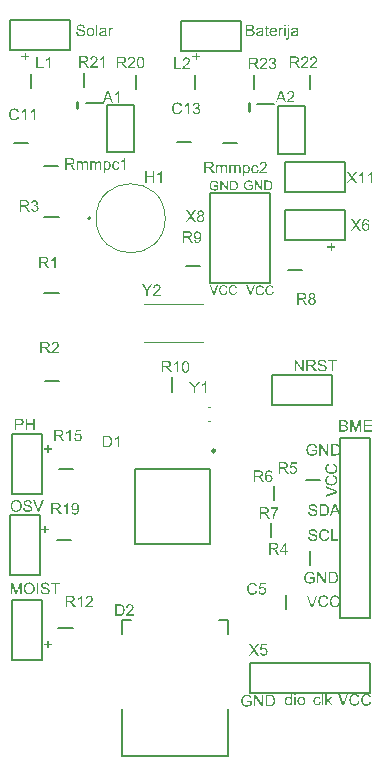
<source format=gto>
G04*
G04 #@! TF.GenerationSoftware,Altium Limited,Altium Designer,19.0.10 (269)*
G04*
G04 Layer_Color=65535*
%FSLAX24Y24*%
%MOIN*%
G70*
G01*
G75*
%ADD10C,0.0079*%
%ADD11C,0.0039*%
%ADD12C,0.0098*%
%ADD13C,0.0100*%
G36*
X11029Y15611D02*
X11133D01*
Y15568D01*
X11029D01*
Y15462D01*
X10984D01*
Y15568D01*
X10880D01*
Y15611D01*
X10984D01*
Y15716D01*
X11029D01*
Y15611D01*
D02*
G37*
G36*
X6555Y16115D02*
X6557D01*
X6561Y16115D01*
X6571Y16113D01*
X6581Y16111D01*
X6593Y16107D01*
X6604Y16102D01*
X6616Y16095D01*
X6617D01*
X6617Y16094D01*
X6619Y16093D01*
X6621Y16091D01*
X6627Y16087D01*
X6634Y16081D01*
X6641Y16072D01*
X6649Y16062D01*
X6657Y16051D01*
X6663Y16037D01*
Y16037D01*
X6664Y16036D01*
X6665Y16034D01*
X6666Y16031D01*
X6667Y16027D01*
X6669Y16022D01*
X6670Y16016D01*
X6672Y16010D01*
X6673Y16003D01*
X6675Y15995D01*
X6676Y15986D01*
X6677Y15976D01*
X6678Y15966D01*
X6679Y15955D01*
X6680Y15943D01*
Y15930D01*
Y15929D01*
Y15926D01*
Y15923D01*
Y15918D01*
X6679Y15911D01*
Y15904D01*
X6679Y15896D01*
X6678Y15888D01*
X6676Y15869D01*
X6673Y15849D01*
X6669Y15830D01*
X6667Y15820D01*
X6664Y15812D01*
Y15812D01*
X6663Y15810D01*
X6662Y15808D01*
X6661Y15805D01*
X6659Y15802D01*
X6657Y15797D01*
X6652Y15788D01*
X6645Y15777D01*
X6637Y15766D01*
X6627Y15756D01*
X6616Y15746D01*
X6616D01*
X6614Y15745D01*
X6613Y15744D01*
X6611Y15743D01*
X6607Y15741D01*
X6604Y15739D01*
X6599Y15737D01*
X6595Y15735D01*
X6584Y15731D01*
X6572Y15727D01*
X6558Y15724D01*
X6542Y15723D01*
X6538D01*
X6535Y15724D01*
X6531D01*
X6527Y15724D01*
X6516Y15727D01*
X6505Y15729D01*
X6492Y15734D01*
X6480Y15740D01*
X6474Y15744D01*
X6468Y15748D01*
X6468Y15749D01*
X6467Y15749D01*
X6466Y15751D01*
X6464Y15753D01*
X6462Y15756D01*
X6459Y15759D01*
X6453Y15767D01*
X6448Y15777D01*
X6442Y15789D01*
X6438Y15803D01*
X6435Y15819D01*
X6480Y15823D01*
Y15822D01*
X6481Y15821D01*
Y15820D01*
X6481Y15818D01*
X6483Y15812D01*
X6485Y15805D01*
X6488Y15797D01*
X6492Y15789D01*
X6496Y15782D01*
X6502Y15776D01*
X6502Y15776D01*
X6505Y15774D01*
X6508Y15772D01*
X6513Y15769D01*
X6519Y15767D01*
X6526Y15764D01*
X6535Y15763D01*
X6543Y15762D01*
X6547D01*
X6551Y15763D01*
X6556Y15763D01*
X6562Y15764D01*
X6568Y15766D01*
X6575Y15768D01*
X6581Y15772D01*
X6582Y15772D01*
X6584Y15773D01*
X6587Y15776D01*
X6591Y15779D01*
X6595Y15783D01*
X6599Y15787D01*
X6604Y15792D01*
X6608Y15798D01*
X6609Y15799D01*
X6610Y15802D01*
X6612Y15805D01*
X6614Y15810D01*
X6617Y15817D01*
X6620Y15825D01*
X6623Y15834D01*
X6626Y15844D01*
Y15844D01*
X6626Y15845D01*
Y15847D01*
X6627Y15849D01*
X6628Y15854D01*
X6629Y15862D01*
X6631Y15870D01*
X6632Y15880D01*
X6632Y15890D01*
X6633Y15901D01*
Y15902D01*
Y15904D01*
Y15906D01*
Y15911D01*
X6632Y15910D01*
X6630Y15907D01*
X6627Y15903D01*
X6623Y15898D01*
X6617Y15892D01*
X6611Y15886D01*
X6603Y15880D01*
X6594Y15874D01*
X6593Y15874D01*
X6589Y15872D01*
X6584Y15870D01*
X6578Y15868D01*
X6570Y15865D01*
X6561Y15863D01*
X6551Y15861D01*
X6541Y15860D01*
X6536D01*
X6533Y15861D01*
X6528Y15862D01*
X6524Y15862D01*
X6518Y15863D01*
X6513Y15865D01*
X6500Y15869D01*
X6493Y15872D01*
X6487Y15875D01*
X6480Y15879D01*
X6473Y15884D01*
X6466Y15889D01*
X6460Y15895D01*
X6460Y15895D01*
X6458Y15897D01*
X6457Y15898D01*
X6455Y15901D01*
X6452Y15905D01*
X6450Y15909D01*
X6447Y15914D01*
X6444Y15919D01*
X6441Y15925D01*
X6438Y15932D01*
X6435Y15940D01*
X6432Y15948D01*
X6430Y15956D01*
X6429Y15966D01*
X6428Y15975D01*
X6427Y15986D01*
Y15986D01*
Y15989D01*
Y15991D01*
X6428Y15995D01*
X6429Y16000D01*
X6429Y16006D01*
X6430Y16012D01*
X6432Y16020D01*
X6436Y16034D01*
X6439Y16042D01*
X6442Y16050D01*
X6446Y16058D01*
X6451Y16065D01*
X6456Y16073D01*
X6462Y16080D01*
X6462Y16080D01*
X6463Y16081D01*
X6465Y16083D01*
X6468Y16085D01*
X6471Y16088D01*
X6476Y16091D01*
X6480Y16094D01*
X6486Y16098D01*
X6491Y16101D01*
X6498Y16104D01*
X6513Y16110D01*
X6521Y16112D01*
X6530Y16114D01*
X6538Y16115D01*
X6548Y16116D01*
X6552D01*
X6555Y16115D01*
D02*
G37*
G36*
X6243Y16114D02*
X6248D01*
X6259Y16113D01*
X6271Y16111D01*
X6285Y16110D01*
X6297Y16107D01*
X6303Y16105D01*
X6308Y16104D01*
X6309D01*
X6309Y16103D01*
X6313Y16101D01*
X6318Y16099D01*
X6324Y16095D01*
X6330Y16090D01*
X6338Y16084D01*
X6344Y16076D01*
X6351Y16067D01*
Y16066D01*
X6351Y16066D01*
X6354Y16062D01*
X6356Y16057D01*
X6359Y16050D01*
X6362Y16041D01*
X6365Y16031D01*
X6366Y16021D01*
X6367Y16009D01*
Y16009D01*
Y16007D01*
Y16005D01*
X6366Y16003D01*
Y15999D01*
X6366Y15995D01*
X6364Y15985D01*
X6360Y15974D01*
X6356Y15963D01*
X6349Y15951D01*
X6345Y15945D01*
X6340Y15940D01*
X6340Y15939D01*
X6339Y15939D01*
X6338Y15937D01*
X6335Y15935D01*
X6332Y15933D01*
X6329Y15931D01*
X6325Y15928D01*
X6320Y15925D01*
X6315Y15922D01*
X6309Y15919D01*
X6302Y15916D01*
X6295Y15913D01*
X6286Y15911D01*
X6278Y15908D01*
X6269Y15906D01*
X6259Y15905D01*
X6260Y15904D01*
X6262Y15903D01*
X6265Y15901D01*
X6270Y15899D01*
X6280Y15893D01*
X6285Y15889D01*
X6289Y15885D01*
X6290Y15884D01*
X6293Y15882D01*
X6298Y15877D01*
X6303Y15872D01*
X6309Y15864D01*
X6316Y15855D01*
X6324Y15845D01*
X6331Y15834D01*
X6397Y15730D01*
X6334D01*
X6284Y15810D01*
Y15810D01*
X6283Y15812D01*
X6281Y15813D01*
X6280Y15815D01*
X6276Y15822D01*
X6271Y15829D01*
X6265Y15838D01*
X6259Y15847D01*
X6253Y15855D01*
X6247Y15863D01*
X6246Y15863D01*
X6245Y15865D01*
X6242Y15869D01*
X6238Y15873D01*
X6230Y15881D01*
X6225Y15885D01*
X6221Y15888D01*
X6220Y15889D01*
X6219Y15889D01*
X6217Y15890D01*
X6214Y15892D01*
X6210Y15894D01*
X6207Y15895D01*
X6198Y15898D01*
X6197D01*
X6196Y15899D01*
X6194D01*
X6191Y15899D01*
X6187Y15900D01*
X6183D01*
X6177Y15900D01*
X6111D01*
Y15730D01*
X6060D01*
Y16114D01*
X6238D01*
X6243Y16114D01*
D02*
G37*
G36*
X10053Y14054D02*
X10058D01*
X10069Y14053D01*
X10081Y14051D01*
X10095Y14050D01*
X10107Y14047D01*
X10113Y14045D01*
X10118Y14044D01*
X10119D01*
X10119Y14043D01*
X10123Y14041D01*
X10128Y14039D01*
X10134Y14035D01*
X10140Y14030D01*
X10148Y14024D01*
X10154Y14016D01*
X10161Y14007D01*
Y14006D01*
X10161Y14006D01*
X10164Y14002D01*
X10166Y13997D01*
X10169Y13990D01*
X10172Y13981D01*
X10175Y13971D01*
X10176Y13961D01*
X10177Y13949D01*
Y13949D01*
Y13947D01*
Y13945D01*
X10176Y13943D01*
Y13939D01*
X10176Y13935D01*
X10174Y13925D01*
X10170Y13914D01*
X10166Y13903D01*
X10159Y13891D01*
X10155Y13885D01*
X10150Y13880D01*
X10150Y13879D01*
X10149Y13879D01*
X10148Y13877D01*
X10145Y13875D01*
X10143Y13873D01*
X10139Y13871D01*
X10135Y13868D01*
X10130Y13865D01*
X10125Y13862D01*
X10119Y13859D01*
X10112Y13856D01*
X10105Y13853D01*
X10096Y13851D01*
X10088Y13848D01*
X10079Y13846D01*
X10069Y13845D01*
X10070Y13844D01*
X10072Y13843D01*
X10075Y13841D01*
X10080Y13839D01*
X10090Y13833D01*
X10095Y13829D01*
X10099Y13825D01*
X10100Y13824D01*
X10103Y13822D01*
X10108Y13817D01*
X10113Y13812D01*
X10119Y13804D01*
X10126Y13795D01*
X10134Y13785D01*
X10141Y13774D01*
X10207Y13670D01*
X10144D01*
X10094Y13750D01*
Y13750D01*
X10093Y13752D01*
X10091Y13753D01*
X10090Y13755D01*
X10086Y13762D01*
X10081Y13769D01*
X10075Y13778D01*
X10069Y13787D01*
X10063Y13795D01*
X10057Y13803D01*
X10056Y13803D01*
X10055Y13805D01*
X10052Y13809D01*
X10048Y13813D01*
X10040Y13821D01*
X10035Y13825D01*
X10031Y13828D01*
X10030Y13829D01*
X10029Y13829D01*
X10027Y13830D01*
X10024Y13832D01*
X10020Y13834D01*
X10017Y13835D01*
X10008Y13838D01*
X10007D01*
X10006Y13839D01*
X10004D01*
X10001Y13839D01*
X9997Y13840D01*
X9993D01*
X9987Y13840D01*
X9921D01*
Y13670D01*
X9870D01*
Y14054D01*
X10048D01*
X10053Y14054D01*
D02*
G37*
G36*
X10371Y14055D02*
X10375Y14055D01*
X10380Y14054D01*
X10386Y14054D01*
X10391Y14052D01*
X10404Y14049D01*
X10418Y14044D01*
X10424Y14040D01*
X10431Y14036D01*
X10437Y14031D01*
X10443Y14026D01*
X10444Y14026D01*
X10444Y14025D01*
X10446Y14024D01*
X10448Y14021D01*
X10451Y14018D01*
X10453Y14015D01*
X10459Y14006D01*
X10464Y13996D01*
X10469Y13984D01*
X10473Y13970D01*
X10474Y13962D01*
X10474Y13955D01*
Y13954D01*
Y13954D01*
Y13950D01*
X10474Y13945D01*
X10473Y13939D01*
X10471Y13931D01*
X10468Y13924D01*
X10465Y13916D01*
X10460Y13908D01*
X10459Y13907D01*
X10457Y13905D01*
X10454Y13901D01*
X10449Y13897D01*
X10443Y13892D01*
X10436Y13887D01*
X10428Y13882D01*
X10418Y13878D01*
X10418D01*
X10419Y13877D01*
X10421Y13876D01*
X10423Y13875D01*
X10430Y13873D01*
X10438Y13869D01*
X10446Y13863D01*
X10455Y13857D01*
X10463Y13849D01*
X10471Y13840D01*
Y13840D01*
X10472Y13839D01*
X10474Y13836D01*
X10477Y13830D01*
X10481Y13823D01*
X10484Y13814D01*
X10487Y13804D01*
X10489Y13792D01*
X10490Y13779D01*
Y13779D01*
Y13777D01*
Y13774D01*
X10489Y13771D01*
X10489Y13767D01*
X10488Y13762D01*
X10487Y13757D01*
X10486Y13750D01*
X10482Y13738D01*
X10479Y13730D01*
X10475Y13724D01*
X10471Y13717D01*
X10467Y13710D01*
X10461Y13703D01*
X10455Y13697D01*
X10454Y13696D01*
X10453Y13695D01*
X10452Y13693D01*
X10449Y13692D01*
X10445Y13689D01*
X10441Y13686D01*
X10436Y13683D01*
X10431Y13680D01*
X10424Y13677D01*
X10417Y13674D01*
X10409Y13671D01*
X10402Y13668D01*
X10393Y13667D01*
X10383Y13665D01*
X10374Y13664D01*
X10363Y13663D01*
X10358D01*
X10354Y13664D01*
X10349Y13664D01*
X10343Y13665D01*
X10337Y13666D01*
X10331Y13668D01*
X10316Y13672D01*
X10308Y13674D01*
X10301Y13677D01*
X10293Y13681D01*
X10285Y13686D01*
X10278Y13691D01*
X10271Y13697D01*
X10271Y13697D01*
X10270Y13698D01*
X10268Y13700D01*
X10266Y13703D01*
X10264Y13706D01*
X10260Y13710D01*
X10257Y13714D01*
X10254Y13720D01*
X10251Y13726D01*
X10248Y13732D01*
X10242Y13746D01*
X10240Y13754D01*
X10239Y13763D01*
X10237Y13772D01*
X10237Y13780D01*
Y13781D01*
Y13782D01*
Y13784D01*
X10237Y13787D01*
Y13790D01*
X10238Y13794D01*
X10239Y13803D01*
X10241Y13813D01*
X10245Y13823D01*
X10250Y13833D01*
X10256Y13843D01*
Y13844D01*
X10257Y13844D01*
X10259Y13847D01*
X10264Y13851D01*
X10270Y13857D01*
X10277Y13863D01*
X10287Y13869D01*
X10297Y13874D01*
X10310Y13878D01*
X10310D01*
X10309Y13878D01*
X10307Y13879D01*
X10305Y13880D01*
X10300Y13882D01*
X10293Y13885D01*
X10286Y13890D01*
X10279Y13895D01*
X10272Y13901D01*
X10266Y13908D01*
X10266Y13909D01*
X10264Y13911D01*
X10262Y13916D01*
X10260Y13921D01*
X10257Y13929D01*
X10255Y13937D01*
X10253Y13946D01*
X10252Y13956D01*
Y13957D01*
Y13958D01*
Y13960D01*
X10253Y13964D01*
X10254Y13967D01*
X10254Y13971D01*
X10256Y13981D01*
X10260Y13992D01*
X10265Y14004D01*
X10268Y14010D01*
X10272Y14016D01*
X10277Y14021D01*
X10282Y14027D01*
X10283Y14027D01*
X10284Y14028D01*
X10286Y14030D01*
X10288Y14031D01*
X10291Y14034D01*
X10295Y14036D01*
X10299Y14039D01*
X10303Y14041D01*
X10309Y14044D01*
X10315Y14047D01*
X10322Y14049D01*
X10329Y14051D01*
X10345Y14055D01*
X10353Y14055D01*
X10362Y14056D01*
X10367D01*
X10371Y14055D01*
D02*
G37*
G36*
X11728Y17911D02*
X11872Y17710D01*
X11809D01*
X11712Y17847D01*
X11711Y17847D01*
X11710Y17849D01*
X11709Y17851D01*
X11707Y17854D01*
X11702Y17862D01*
X11696Y17870D01*
X11696Y17869D01*
X11694Y17867D01*
X11692Y17864D01*
X11689Y17859D01*
X11683Y17850D01*
X11680Y17847D01*
X11678Y17843D01*
X11581Y17710D01*
X11520D01*
X11668Y17909D01*
X11537Y18094D01*
X11598D01*
X11668Y17995D01*
Y17995D01*
X11669Y17994D01*
X11670Y17992D01*
X11672Y17990D01*
X11675Y17985D01*
X11680Y17978D01*
X11685Y17970D01*
X11690Y17963D01*
X11694Y17955D01*
X11698Y17949D01*
X11699Y17950D01*
X11700Y17952D01*
X11703Y17956D01*
X11707Y17962D01*
X11711Y17968D01*
X11717Y17976D01*
X11723Y17984D01*
X11729Y17992D01*
X11806Y18094D01*
X11861D01*
X11728Y17911D01*
D02*
G37*
G36*
X12374Y17710D02*
X12327D01*
Y18010D01*
X12326Y18010D01*
X12324Y18007D01*
X12320Y18004D01*
X12315Y18000D01*
X12309Y17995D01*
X12301Y17990D01*
X12292Y17984D01*
X12282Y17978D01*
X12281D01*
X12281Y17977D01*
X12278Y17975D01*
X12272Y17972D01*
X12265Y17969D01*
X12258Y17965D01*
X12249Y17961D01*
X12241Y17957D01*
X12233Y17954D01*
Y17999D01*
X12233D01*
X12234Y18000D01*
X12236Y18001D01*
X12239Y18002D01*
X12243Y18004D01*
X12246Y18006D01*
X12256Y18012D01*
X12267Y18018D01*
X12278Y18026D01*
X12290Y18035D01*
X12301Y18044D01*
X12302Y18045D01*
X12303Y18045D01*
X12304Y18047D01*
X12306Y18049D01*
X12311Y18054D01*
X12318Y18061D01*
X12325Y18069D01*
X12332Y18077D01*
X12338Y18086D01*
X12344Y18096D01*
X12374D01*
Y17710D01*
D02*
G37*
G36*
X12076D02*
X12028D01*
Y18010D01*
X12028Y18010D01*
X12025Y18007D01*
X12022Y18004D01*
X12016Y18000D01*
X12010Y17995D01*
X12002Y17990D01*
X11993Y17984D01*
X11983Y17978D01*
X11983D01*
X11982Y17977D01*
X11979Y17975D01*
X11973Y17972D01*
X11967Y17969D01*
X11959Y17965D01*
X11951Y17961D01*
X11942Y17957D01*
X11934Y17954D01*
Y17999D01*
X11935D01*
X11936Y18000D01*
X11938Y18001D01*
X11941Y18002D01*
X11944Y18004D01*
X11948Y18006D01*
X11957Y18012D01*
X11968Y18018D01*
X11980Y18026D01*
X11991Y18035D01*
X12003Y18044D01*
X12003Y18045D01*
X12004Y18045D01*
X12006Y18047D01*
X12008Y18049D01*
X12013Y18054D01*
X12019Y18061D01*
X12026Y18069D01*
X12033Y18077D01*
X12039Y18086D01*
X12045Y18096D01*
X12076D01*
Y17710D01*
D02*
G37*
G36*
X10709Y11840D02*
X10712D01*
X10723Y11839D01*
X10735Y11837D01*
X10747Y11835D01*
X10760Y11831D01*
X10772Y11827D01*
X10773D01*
X10774Y11826D01*
X10776Y11825D01*
X10778Y11824D01*
X10783Y11821D01*
X10791Y11816D01*
X10799Y11811D01*
X10807Y11804D01*
X10815Y11795D01*
X10822Y11786D01*
Y11785D01*
X10823Y11785D01*
X10824Y11783D01*
X10825Y11781D01*
X10828Y11776D01*
X10831Y11769D01*
X10835Y11760D01*
X10838Y11749D01*
X10841Y11738D01*
X10842Y11726D01*
X10793Y11722D01*
Y11723D01*
Y11724D01*
X10792Y11725D01*
X10792Y11728D01*
X10790Y11734D01*
X10788Y11742D01*
X10785Y11751D01*
X10780Y11760D01*
X10773Y11769D01*
X10766Y11776D01*
X10765Y11777D01*
X10762Y11779D01*
X10756Y11782D01*
X10749Y11786D01*
X10740Y11789D01*
X10729Y11792D01*
X10715Y11795D01*
X10699Y11795D01*
X10691D01*
X10688Y11795D01*
X10684Y11794D01*
X10674Y11793D01*
X10662Y11791D01*
X10651Y11788D01*
X10641Y11784D01*
X10636Y11781D01*
X10632Y11778D01*
X10631Y11777D01*
X10629Y11775D01*
X10625Y11771D01*
X10622Y11767D01*
X10618Y11761D01*
X10615Y11754D01*
X10613Y11746D01*
X10611Y11737D01*
Y11736D01*
Y11734D01*
X10612Y11730D01*
X10613Y11726D01*
X10615Y11720D01*
X10618Y11715D01*
X10621Y11709D01*
X10626Y11704D01*
X10626Y11703D01*
X10629Y11701D01*
X10631Y11700D01*
X10634Y11699D01*
X10637Y11697D01*
X10641Y11695D01*
X10646Y11693D01*
X10651Y11691D01*
X10657Y11689D01*
X10665Y11686D01*
X10672Y11684D01*
X10681Y11681D01*
X10691Y11679D01*
X10702Y11676D01*
X10703D01*
X10705Y11675D01*
X10709Y11675D01*
X10712Y11674D01*
X10717Y11673D01*
X10724Y11671D01*
X10730Y11669D01*
X10736Y11668D01*
X10751Y11664D01*
X10765Y11660D01*
X10771Y11658D01*
X10777Y11655D01*
X10783Y11654D01*
X10787Y11651D01*
X10788D01*
X10789Y11651D01*
X10791Y11650D01*
X10793Y11649D01*
X10799Y11645D01*
X10806Y11641D01*
X10815Y11635D01*
X10823Y11628D01*
X10831Y11620D01*
X10837Y11612D01*
X10838Y11611D01*
X10840Y11608D01*
X10842Y11603D01*
X10846Y11597D01*
X10848Y11589D01*
X10851Y11579D01*
X10853Y11569D01*
X10853Y11558D01*
Y11557D01*
Y11557D01*
Y11555D01*
Y11553D01*
X10852Y11547D01*
X10851Y11539D01*
X10849Y11530D01*
X10846Y11520D01*
X10842Y11510D01*
X10836Y11500D01*
Y11499D01*
X10835Y11499D01*
X10832Y11496D01*
X10828Y11491D01*
X10823Y11485D01*
X10816Y11478D01*
X10807Y11471D01*
X10797Y11464D01*
X10785Y11458D01*
X10785D01*
X10783Y11458D01*
X10782Y11457D01*
X10780Y11456D01*
X10776Y11455D01*
X10772Y11453D01*
X10763Y11451D01*
X10753Y11448D01*
X10740Y11446D01*
X10726Y11444D01*
X10711Y11443D01*
X10702D01*
X10698Y11444D01*
X10693D01*
X10687Y11444D01*
X10681Y11445D01*
X10667Y11447D01*
X10652Y11449D01*
X10638Y11453D01*
X10624Y11458D01*
X10624D01*
X10623Y11459D01*
X10621Y11460D01*
X10619Y11461D01*
X10612Y11464D01*
X10604Y11469D01*
X10595Y11476D01*
X10586Y11484D01*
X10577Y11493D01*
X10569Y11504D01*
Y11504D01*
X10568Y11506D01*
X10567Y11507D01*
X10565Y11509D01*
X10564Y11512D01*
X10563Y11515D01*
X10559Y11524D01*
X10555Y11534D01*
X10551Y11546D01*
X10549Y11559D01*
X10548Y11573D01*
X10596Y11578D01*
Y11577D01*
Y11577D01*
X10596Y11575D01*
Y11573D01*
X10598Y11568D01*
X10599Y11560D01*
X10601Y11553D01*
X10604Y11545D01*
X10608Y11537D01*
X10611Y11530D01*
X10612Y11529D01*
X10614Y11527D01*
X10616Y11523D01*
X10621Y11519D01*
X10626Y11514D01*
X10632Y11509D01*
X10641Y11504D01*
X10650Y11500D01*
X10650D01*
X10651Y11499D01*
X10652Y11499D01*
X10654Y11498D01*
X10660Y11497D01*
X10667Y11494D01*
X10676Y11492D01*
X10686Y11491D01*
X10697Y11489D01*
X10709Y11489D01*
X10714D01*
X10720Y11489D01*
X10726Y11490D01*
X10734Y11491D01*
X10743Y11492D01*
X10752Y11494D01*
X10760Y11497D01*
X10761Y11498D01*
X10764Y11499D01*
X10768Y11501D01*
X10773Y11503D01*
X10778Y11507D01*
X10783Y11511D01*
X10789Y11515D01*
X10793Y11521D01*
X10794Y11522D01*
X10795Y11524D01*
X10797Y11527D01*
X10799Y11531D01*
X10801Y11535D01*
X10803Y11541D01*
X10804Y11547D01*
X10805Y11554D01*
Y11554D01*
Y11557D01*
X10804Y11560D01*
X10803Y11565D01*
X10802Y11569D01*
X10800Y11575D01*
X10797Y11580D01*
X10793Y11585D01*
X10793Y11586D01*
X10791Y11588D01*
X10789Y11590D01*
X10785Y11593D01*
X10781Y11597D01*
X10775Y11600D01*
X10767Y11604D01*
X10759Y11608D01*
X10758Y11608D01*
X10756Y11609D01*
X10751Y11610D01*
X10748Y11611D01*
X10745Y11612D01*
X10741Y11614D01*
X10736Y11615D01*
X10730Y11616D01*
X10724Y11618D01*
X10717Y11620D01*
X10709Y11622D01*
X10700Y11624D01*
X10691Y11626D01*
X10690D01*
X10689Y11627D01*
X10686Y11628D01*
X10682Y11629D01*
X10678Y11630D01*
X10673Y11631D01*
X10662Y11634D01*
X10650Y11638D01*
X10637Y11642D01*
X10626Y11646D01*
X10621Y11648D01*
X10616Y11650D01*
X10616D01*
X10615Y11651D01*
X10612Y11653D01*
X10607Y11656D01*
X10601Y11660D01*
X10595Y11665D01*
X10588Y11671D01*
X10581Y11679D01*
X10576Y11686D01*
X10575Y11688D01*
X10574Y11690D01*
X10571Y11695D01*
X10569Y11700D01*
X10567Y11708D01*
X10565Y11716D01*
X10563Y11725D01*
X10563Y11734D01*
Y11735D01*
Y11735D01*
Y11737D01*
Y11739D01*
X10564Y11745D01*
X10565Y11752D01*
X10566Y11760D01*
X10569Y11770D01*
X10573Y11779D01*
X10579Y11789D01*
Y11789D01*
X10579Y11790D01*
X10582Y11793D01*
X10586Y11797D01*
X10591Y11803D01*
X10598Y11809D01*
X10606Y11816D01*
X10616Y11822D01*
X10627Y11827D01*
X10627D01*
X10629Y11828D01*
X10630Y11829D01*
X10632Y11830D01*
X10635Y11831D01*
X10639Y11832D01*
X10647Y11834D01*
X10658Y11836D01*
X10670Y11839D01*
X10683Y11840D01*
X10697Y11841D01*
X10705D01*
X10709Y11840D01*
D02*
G37*
G36*
X10092Y11450D02*
X10040D01*
X9839Y11751D01*
Y11450D01*
X9790D01*
Y11834D01*
X9842D01*
X10044Y11532D01*
Y11834D01*
X10092D01*
Y11450D01*
D02*
G37*
G36*
X11199Y11789D02*
X11072D01*
Y11450D01*
X11021D01*
Y11789D01*
X10894D01*
Y11834D01*
X11199D01*
Y11789D01*
D02*
G37*
G36*
X10361Y11834D02*
X10366D01*
X10378Y11833D01*
X10390Y11831D01*
X10403Y11830D01*
X10415Y11827D01*
X10422Y11825D01*
X10427Y11824D01*
X10427D01*
X10428Y11823D01*
X10431Y11821D01*
X10436Y11819D01*
X10442Y11815D01*
X10449Y11810D01*
X10456Y11804D01*
X10463Y11796D01*
X10469Y11787D01*
Y11786D01*
X10470Y11786D01*
X10472Y11782D01*
X10474Y11777D01*
X10478Y11770D01*
X10480Y11761D01*
X10483Y11751D01*
X10485Y11741D01*
X10485Y11729D01*
Y11729D01*
Y11727D01*
Y11725D01*
X10485Y11723D01*
Y11719D01*
X10484Y11715D01*
X10482Y11705D01*
X10479Y11694D01*
X10474Y11683D01*
X10468Y11671D01*
X10463Y11665D01*
X10459Y11660D01*
X10458Y11659D01*
X10458Y11659D01*
X10456Y11657D01*
X10454Y11655D01*
X10451Y11653D01*
X10448Y11651D01*
X10443Y11648D01*
X10439Y11645D01*
X10433Y11642D01*
X10427Y11639D01*
X10420Y11636D01*
X10413Y11633D01*
X10405Y11631D01*
X10397Y11628D01*
X10387Y11626D01*
X10377Y11625D01*
X10378Y11624D01*
X10381Y11623D01*
X10384Y11621D01*
X10388Y11619D01*
X10398Y11613D01*
X10403Y11609D01*
X10408Y11605D01*
X10409Y11604D01*
X10412Y11602D01*
X10416Y11597D01*
X10422Y11592D01*
X10428Y11584D01*
X10435Y11575D01*
X10442Y11565D01*
X10450Y11554D01*
X10516Y11450D01*
X10453D01*
X10402Y11530D01*
Y11530D01*
X10401Y11532D01*
X10400Y11533D01*
X10398Y11535D01*
X10394Y11542D01*
X10389Y11549D01*
X10383Y11558D01*
X10377Y11567D01*
X10371Y11575D01*
X10366Y11583D01*
X10365Y11583D01*
X10363Y11585D01*
X10361Y11589D01*
X10357Y11593D01*
X10348Y11601D01*
X10344Y11605D01*
X10339Y11608D01*
X10339Y11609D01*
X10338Y11609D01*
X10336Y11610D01*
X10332Y11612D01*
X10329Y11614D01*
X10325Y11615D01*
X10316Y11618D01*
X10316D01*
X10314Y11619D01*
X10312D01*
X10309Y11619D01*
X10306Y11620D01*
X10301D01*
X10295Y11620D01*
X10230D01*
Y11450D01*
X10179D01*
Y11834D01*
X10357D01*
X10361Y11834D01*
D02*
G37*
G36*
X5905Y11410D02*
X5858D01*
Y11710D01*
X5857Y11710D01*
X5855Y11707D01*
X5851Y11704D01*
X5846Y11700D01*
X5840Y11695D01*
X5832Y11690D01*
X5823Y11684D01*
X5813Y11678D01*
X5812D01*
X5812Y11677D01*
X5808Y11675D01*
X5803Y11672D01*
X5796Y11669D01*
X5788Y11665D01*
X5780Y11661D01*
X5772Y11657D01*
X5763Y11654D01*
Y11699D01*
X5764D01*
X5765Y11700D01*
X5767Y11701D01*
X5770Y11702D01*
X5773Y11704D01*
X5777Y11706D01*
X5787Y11712D01*
X5798Y11718D01*
X5809Y11726D01*
X5821Y11735D01*
X5832Y11744D01*
X5833Y11745D01*
X5833Y11745D01*
X5835Y11747D01*
X5837Y11749D01*
X5842Y11754D01*
X5849Y11761D01*
X5856Y11769D01*
X5863Y11777D01*
X5869Y11786D01*
X5874Y11796D01*
X5905D01*
Y11410D01*
D02*
G37*
G36*
X5543Y11794D02*
X5548D01*
X5559Y11793D01*
X5571Y11791D01*
X5585Y11790D01*
X5597Y11787D01*
X5603Y11785D01*
X5608Y11784D01*
X5609D01*
X5609Y11783D01*
X5613Y11781D01*
X5618Y11779D01*
X5624Y11775D01*
X5630Y11770D01*
X5638Y11764D01*
X5644Y11756D01*
X5651Y11747D01*
Y11746D01*
X5651Y11746D01*
X5654Y11742D01*
X5656Y11737D01*
X5659Y11730D01*
X5662Y11721D01*
X5665Y11711D01*
X5666Y11701D01*
X5667Y11689D01*
Y11689D01*
Y11688D01*
Y11685D01*
X5666Y11683D01*
Y11679D01*
X5666Y11675D01*
X5664Y11665D01*
X5660Y11654D01*
X5656Y11643D01*
X5649Y11631D01*
X5645Y11625D01*
X5640Y11620D01*
X5640Y11619D01*
X5639Y11619D01*
X5638Y11617D01*
X5635Y11615D01*
X5633Y11613D01*
X5629Y11611D01*
X5625Y11608D01*
X5620Y11605D01*
X5615Y11602D01*
X5609Y11599D01*
X5602Y11596D01*
X5595Y11593D01*
X5586Y11591D01*
X5578Y11588D01*
X5569Y11586D01*
X5559Y11585D01*
X5560Y11584D01*
X5562Y11583D01*
X5565Y11581D01*
X5570Y11579D01*
X5580Y11573D01*
X5585Y11569D01*
X5589Y11565D01*
X5590Y11564D01*
X5593Y11562D01*
X5598Y11557D01*
X5603Y11552D01*
X5609Y11544D01*
X5616Y11535D01*
X5624Y11525D01*
X5631Y11514D01*
X5697Y11410D01*
X5634D01*
X5584Y11490D01*
Y11490D01*
X5583Y11492D01*
X5581Y11493D01*
X5580Y11495D01*
X5576Y11502D01*
X5571Y11509D01*
X5565Y11518D01*
X5559Y11527D01*
X5553Y11535D01*
X5547Y11543D01*
X5546Y11543D01*
X5545Y11545D01*
X5542Y11549D01*
X5538Y11553D01*
X5530Y11561D01*
X5525Y11565D01*
X5521Y11568D01*
X5520Y11569D01*
X5519Y11569D01*
X5517Y11570D01*
X5514Y11572D01*
X5510Y11574D01*
X5507Y11575D01*
X5498Y11578D01*
X5497D01*
X5496Y11579D01*
X5494D01*
X5491Y11579D01*
X5487Y11580D01*
X5483D01*
X5477Y11580D01*
X5411D01*
Y11410D01*
X5360D01*
Y11794D01*
X5538D01*
X5543Y11794D01*
D02*
G37*
G36*
X6163Y11795D02*
X6170Y11794D01*
X6178Y11792D01*
X6187Y11790D01*
X6196Y11787D01*
X6205Y11783D01*
X6206D01*
X6206Y11782D01*
X6209Y11781D01*
X6214Y11778D01*
X6219Y11774D01*
X6225Y11769D01*
X6232Y11762D01*
X6238Y11755D01*
X6244Y11747D01*
X6245Y11746D01*
X6247Y11743D01*
X6249Y11738D01*
X6253Y11731D01*
X6256Y11722D01*
X6261Y11713D01*
X6265Y11702D01*
X6268Y11690D01*
Y11689D01*
X6269Y11688D01*
X6269Y11686D01*
X6270Y11684D01*
X6270Y11680D01*
X6271Y11676D01*
X6272Y11671D01*
X6272Y11666D01*
X6274Y11660D01*
X6274Y11653D01*
X6275Y11645D01*
X6276Y11638D01*
X6276Y11629D01*
Y11620D01*
X6277Y11610D01*
Y11599D01*
Y11599D01*
Y11596D01*
Y11593D01*
Y11588D01*
X6276Y11582D01*
Y11575D01*
X6276Y11568D01*
X6275Y11560D01*
X6274Y11543D01*
X6271Y11524D01*
X6267Y11507D01*
X6265Y11498D01*
X6262Y11490D01*
Y11489D01*
X6262Y11488D01*
X6261Y11486D01*
X6260Y11483D01*
X6259Y11479D01*
X6256Y11475D01*
X6252Y11466D01*
X6246Y11456D01*
X6239Y11445D01*
X6231Y11435D01*
X6221Y11426D01*
X6220D01*
X6220Y11424D01*
X6218Y11423D01*
X6216Y11422D01*
X6213Y11421D01*
X6210Y11418D01*
X6202Y11414D01*
X6192Y11411D01*
X6180Y11407D01*
X6166Y11404D01*
X6151Y11403D01*
X6146D01*
X6142Y11404D01*
X6138Y11404D01*
X6132Y11406D01*
X6126Y11407D01*
X6119Y11408D01*
X6113Y11411D01*
X6105Y11413D01*
X6098Y11416D01*
X6091Y11420D01*
X6084Y11424D01*
X6076Y11430D01*
X6070Y11436D01*
X6064Y11443D01*
X6063Y11443D01*
X6062Y11445D01*
X6060Y11448D01*
X6058Y11452D01*
X6055Y11457D01*
X6052Y11464D01*
X6048Y11472D01*
X6045Y11480D01*
X6042Y11490D01*
X6038Y11502D01*
X6035Y11515D01*
X6032Y11529D01*
X6029Y11545D01*
X6028Y11562D01*
X6027Y11580D01*
X6026Y11599D01*
Y11600D01*
Y11602D01*
Y11606D01*
Y11610D01*
X6027Y11616D01*
Y11623D01*
X6027Y11630D01*
X6028Y11639D01*
X6029Y11656D01*
X6032Y11674D01*
X6035Y11692D01*
X6038Y11701D01*
X6040Y11709D01*
Y11710D01*
X6040Y11711D01*
X6042Y11713D01*
X6043Y11716D01*
X6044Y11720D01*
X6046Y11724D01*
X6050Y11733D01*
X6056Y11743D01*
X6063Y11754D01*
X6072Y11764D01*
X6082Y11773D01*
X6082D01*
X6083Y11774D01*
X6084Y11775D01*
X6086Y11776D01*
X6089Y11779D01*
X6093Y11780D01*
X6101Y11785D01*
X6111Y11789D01*
X6123Y11792D01*
X6136Y11795D01*
X6151Y11796D01*
X6156D01*
X6163Y11795D01*
D02*
G37*
G36*
X2473Y7065D02*
X2476D01*
X2480Y7065D01*
X2489Y7063D01*
X2500Y7061D01*
X2511Y7057D01*
X2523Y7052D01*
X2535Y7045D01*
X2535D01*
X2536Y7044D01*
X2537Y7043D01*
X2540Y7041D01*
X2545Y7037D01*
X2552Y7031D01*
X2560Y7022D01*
X2568Y7012D01*
X2575Y7001D01*
X2582Y6987D01*
Y6987D01*
X2582Y6986D01*
X2584Y6984D01*
X2585Y6981D01*
X2586Y6977D01*
X2587Y6972D01*
X2589Y6966D01*
X2590Y6960D01*
X2592Y6953D01*
X2594Y6945D01*
X2595Y6936D01*
X2596Y6926D01*
X2597Y6916D01*
X2598Y6905D01*
X2599Y6893D01*
Y6880D01*
Y6879D01*
Y6876D01*
Y6873D01*
Y6868D01*
X2598Y6861D01*
Y6854D01*
X2597Y6846D01*
X2596Y6838D01*
X2595Y6819D01*
X2592Y6799D01*
X2588Y6780D01*
X2585Y6770D01*
X2582Y6762D01*
Y6762D01*
X2582Y6760D01*
X2581Y6758D01*
X2580Y6755D01*
X2578Y6752D01*
X2576Y6747D01*
X2570Y6738D01*
X2564Y6727D01*
X2556Y6716D01*
X2546Y6706D01*
X2535Y6696D01*
X2534D01*
X2533Y6695D01*
X2531Y6694D01*
X2529Y6693D01*
X2526Y6691D01*
X2522Y6689D01*
X2518Y6687D01*
X2514Y6685D01*
X2503Y6681D01*
X2490Y6677D01*
X2476Y6674D01*
X2461Y6673D01*
X2456D01*
X2454Y6674D01*
X2450D01*
X2445Y6674D01*
X2435Y6677D01*
X2423Y6679D01*
X2411Y6684D01*
X2399Y6690D01*
X2393Y6694D01*
X2387Y6698D01*
X2387Y6699D01*
X2386Y6699D01*
X2384Y6701D01*
X2383Y6703D01*
X2380Y6706D01*
X2378Y6709D01*
X2372Y6717D01*
X2367Y6727D01*
X2361Y6739D01*
X2357Y6753D01*
X2353Y6769D01*
X2399Y6773D01*
Y6772D01*
X2399Y6771D01*
Y6770D01*
X2400Y6768D01*
X2402Y6762D01*
X2404Y6755D01*
X2406Y6747D01*
X2410Y6739D01*
X2415Y6732D01*
X2420Y6726D01*
X2421Y6726D01*
X2423Y6724D01*
X2427Y6722D01*
X2431Y6719D01*
X2438Y6717D01*
X2445Y6714D01*
X2453Y6713D01*
X2462Y6712D01*
X2466D01*
X2470Y6713D01*
X2475Y6713D01*
X2481Y6714D01*
X2487Y6716D01*
X2494Y6718D01*
X2500Y6722D01*
X2500Y6722D01*
X2503Y6723D01*
X2506Y6726D01*
X2509Y6729D01*
X2514Y6733D01*
X2518Y6737D01*
X2522Y6742D01*
X2527Y6748D01*
X2527Y6749D01*
X2529Y6752D01*
X2531Y6755D01*
X2533Y6760D01*
X2536Y6767D01*
X2539Y6775D01*
X2541Y6784D01*
X2544Y6794D01*
Y6794D01*
X2545Y6795D01*
Y6797D01*
X2545Y6799D01*
X2546Y6804D01*
X2548Y6812D01*
X2549Y6820D01*
X2550Y6830D01*
X2551Y6840D01*
X2551Y6851D01*
Y6852D01*
Y6854D01*
Y6856D01*
Y6861D01*
X2551Y6860D01*
X2549Y6857D01*
X2545Y6853D01*
X2541Y6848D01*
X2536Y6842D01*
X2529Y6836D01*
X2521Y6830D01*
X2512Y6824D01*
X2511Y6824D01*
X2508Y6822D01*
X2503Y6820D01*
X2497Y6818D01*
X2489Y6815D01*
X2480Y6813D01*
X2470Y6811D01*
X2459Y6810D01*
X2455D01*
X2451Y6811D01*
X2447Y6812D01*
X2443Y6812D01*
X2437Y6813D01*
X2431Y6815D01*
X2419Y6819D01*
X2412Y6822D01*
X2405Y6825D01*
X2398Y6829D01*
X2392Y6834D01*
X2385Y6839D01*
X2379Y6845D01*
X2378Y6845D01*
X2377Y6847D01*
X2376Y6848D01*
X2374Y6851D01*
X2371Y6855D01*
X2368Y6859D01*
X2365Y6864D01*
X2363Y6869D01*
X2359Y6875D01*
X2357Y6882D01*
X2354Y6890D01*
X2351Y6898D01*
X2349Y6906D01*
X2348Y6916D01*
X2347Y6925D01*
X2346Y6936D01*
Y6936D01*
Y6939D01*
Y6941D01*
X2347Y6945D01*
X2347Y6950D01*
X2348Y6956D01*
X2349Y6963D01*
X2350Y6970D01*
X2354Y6984D01*
X2357Y6992D01*
X2360Y7000D01*
X2364Y7008D01*
X2369Y7015D01*
X2374Y7023D01*
X2380Y7030D01*
X2381Y7030D01*
X2382Y7031D01*
X2384Y7033D01*
X2387Y7035D01*
X2390Y7038D01*
X2394Y7041D01*
X2399Y7044D01*
X2404Y7048D01*
X2410Y7051D01*
X2416Y7054D01*
X2431Y7060D01*
X2439Y7062D01*
X2448Y7064D01*
X2457Y7065D01*
X2466Y7066D01*
X2470D01*
X2473Y7065D01*
D02*
G37*
G36*
X2225Y6680D02*
X2178D01*
Y6980D01*
X2177Y6980D01*
X2175Y6977D01*
X2171Y6974D01*
X2166Y6970D01*
X2160Y6965D01*
X2152Y6960D01*
X2143Y6954D01*
X2133Y6948D01*
X2132D01*
X2132Y6947D01*
X2128Y6945D01*
X2123Y6942D01*
X2116Y6939D01*
X2108Y6935D01*
X2100Y6931D01*
X2092Y6927D01*
X2083Y6924D01*
Y6969D01*
X2084D01*
X2085Y6970D01*
X2087Y6971D01*
X2090Y6972D01*
X2093Y6974D01*
X2097Y6976D01*
X2107Y6982D01*
X2118Y6988D01*
X2129Y6996D01*
X2141Y7005D01*
X2152Y7014D01*
X2153Y7015D01*
X2153Y7015D01*
X2155Y7017D01*
X2157Y7019D01*
X2162Y7024D01*
X2169Y7031D01*
X2176Y7039D01*
X2183Y7047D01*
X2189Y7056D01*
X2194Y7066D01*
X2225D01*
Y6680D01*
D02*
G37*
G36*
X1863Y7064D02*
X1868D01*
X1879Y7063D01*
X1891Y7061D01*
X1905Y7060D01*
X1917Y7057D01*
X1923Y7055D01*
X1928Y7054D01*
X1929D01*
X1929Y7053D01*
X1933Y7051D01*
X1938Y7049D01*
X1944Y7045D01*
X1950Y7040D01*
X1957Y7034D01*
X1964Y7026D01*
X1971Y7017D01*
Y7016D01*
X1971Y7016D01*
X1974Y7012D01*
X1976Y7007D01*
X1979Y7000D01*
X1982Y6991D01*
X1985Y6981D01*
X1986Y6971D01*
X1987Y6959D01*
Y6959D01*
Y6957D01*
Y6955D01*
X1986Y6952D01*
Y6949D01*
X1986Y6945D01*
X1984Y6935D01*
X1980Y6924D01*
X1976Y6913D01*
X1969Y6901D01*
X1965Y6895D01*
X1960Y6890D01*
X1960Y6889D01*
X1959Y6889D01*
X1957Y6887D01*
X1955Y6885D01*
X1953Y6883D01*
X1949Y6881D01*
X1945Y6878D01*
X1940Y6875D01*
X1935Y6872D01*
X1929Y6869D01*
X1922Y6866D01*
X1915Y6863D01*
X1906Y6861D01*
X1898Y6858D01*
X1889Y6856D01*
X1879Y6855D01*
X1880Y6854D01*
X1882Y6853D01*
X1885Y6851D01*
X1890Y6849D01*
X1900Y6843D01*
X1905Y6839D01*
X1909Y6835D01*
X1910Y6834D01*
X1913Y6832D01*
X1918Y6827D01*
X1923Y6822D01*
X1929Y6814D01*
X1936Y6805D01*
X1944Y6795D01*
X1951Y6784D01*
X2017Y6680D01*
X1954D01*
X1904Y6760D01*
Y6760D01*
X1903Y6762D01*
X1901Y6763D01*
X1900Y6765D01*
X1896Y6772D01*
X1891Y6779D01*
X1885Y6788D01*
X1879Y6797D01*
X1873Y6805D01*
X1867Y6813D01*
X1866Y6813D01*
X1865Y6815D01*
X1862Y6819D01*
X1858Y6823D01*
X1850Y6831D01*
X1845Y6835D01*
X1841Y6838D01*
X1840Y6839D01*
X1839Y6839D01*
X1837Y6840D01*
X1834Y6842D01*
X1830Y6844D01*
X1827Y6845D01*
X1818Y6848D01*
X1817D01*
X1816Y6849D01*
X1814D01*
X1811Y6849D01*
X1807Y6850D01*
X1803D01*
X1797Y6850D01*
X1731D01*
Y6680D01*
X1680D01*
Y7064D01*
X1858D01*
X1863Y7064D01*
D02*
G37*
G36*
X4304Y3685D02*
X4309Y3685D01*
X4314Y3684D01*
X4321Y3683D01*
X4327Y3682D01*
X4341Y3678D01*
X4356Y3672D01*
X4363Y3669D01*
X4370Y3665D01*
X4377Y3660D01*
X4383Y3655D01*
X4383Y3654D01*
X4384Y3654D01*
X4386Y3651D01*
X4388Y3649D01*
X4391Y3646D01*
X4393Y3642D01*
X4396Y3639D01*
X4399Y3634D01*
X4405Y3623D01*
X4410Y3610D01*
X4413Y3603D01*
X4414Y3595D01*
X4415Y3587D01*
X4415Y3579D01*
Y3578D01*
Y3575D01*
X4415Y3571D01*
X4414Y3565D01*
X4413Y3558D01*
X4411Y3550D01*
X4409Y3542D01*
X4405Y3534D01*
X4405Y3533D01*
X4404Y3530D01*
X4402Y3525D01*
X4398Y3519D01*
X4394Y3513D01*
X4388Y3504D01*
X4382Y3496D01*
X4374Y3486D01*
X4373Y3485D01*
X4370Y3482D01*
X4367Y3479D01*
X4364Y3476D01*
X4361Y3473D01*
X4357Y3469D01*
X4352Y3464D01*
X4347Y3459D01*
X4341Y3454D01*
X4334Y3448D01*
X4327Y3442D01*
X4319Y3434D01*
X4311Y3427D01*
X4302Y3419D01*
X4301Y3419D01*
X4300Y3418D01*
X4298Y3416D01*
X4295Y3414D01*
X4292Y3410D01*
X4288Y3407D01*
X4279Y3400D01*
X4270Y3392D01*
X4261Y3383D01*
X4253Y3376D01*
X4250Y3373D01*
X4247Y3370D01*
X4246Y3370D01*
X4245Y3368D01*
X4242Y3366D01*
X4240Y3363D01*
X4237Y3359D01*
X4233Y3355D01*
X4227Y3346D01*
X4416D01*
Y3300D01*
X4161D01*
Y3301D01*
Y3303D01*
Y3306D01*
X4162Y3311D01*
X4162Y3316D01*
X4164Y3321D01*
X4165Y3327D01*
X4167Y3333D01*
Y3333D01*
X4167Y3334D01*
X4169Y3337D01*
X4171Y3342D01*
X4174Y3349D01*
X4179Y3357D01*
X4184Y3365D01*
X4190Y3374D01*
X4198Y3384D01*
Y3384D01*
X4199Y3385D01*
X4202Y3388D01*
X4207Y3393D01*
X4214Y3400D01*
X4222Y3409D01*
X4233Y3419D01*
X4246Y3430D01*
X4260Y3442D01*
X4260Y3442D01*
X4262Y3444D01*
X4266Y3447D01*
X4270Y3450D01*
X4275Y3454D01*
X4281Y3459D01*
X4287Y3465D01*
X4294Y3471D01*
X4308Y3484D01*
X4322Y3498D01*
X4328Y3504D01*
X4334Y3511D01*
X4340Y3517D01*
X4344Y3523D01*
Y3524D01*
X4346Y3524D01*
X4347Y3526D01*
X4348Y3528D01*
X4352Y3534D01*
X4356Y3541D01*
X4360Y3550D01*
X4364Y3560D01*
X4366Y3570D01*
X4367Y3580D01*
Y3581D01*
Y3581D01*
X4367Y3585D01*
X4366Y3590D01*
X4364Y3596D01*
X4362Y3604D01*
X4358Y3612D01*
X4353Y3620D01*
X4347Y3627D01*
X4346Y3629D01*
X4343Y3631D01*
X4339Y3634D01*
X4333Y3637D01*
X4325Y3641D01*
X4316Y3644D01*
X4306Y3646D01*
X4294Y3647D01*
X4291D01*
X4288Y3646D01*
X4282Y3646D01*
X4274Y3644D01*
X4266Y3642D01*
X4256Y3638D01*
X4247Y3633D01*
X4239Y3626D01*
X4238Y3625D01*
X4236Y3622D01*
X4232Y3618D01*
X4229Y3611D01*
X4225Y3604D01*
X4222Y3594D01*
X4220Y3582D01*
X4218Y3570D01*
X4170Y3575D01*
Y3575D01*
X4171Y3577D01*
Y3580D01*
X4171Y3584D01*
X4172Y3588D01*
X4174Y3593D01*
X4175Y3599D01*
X4177Y3605D01*
X4181Y3619D01*
X4188Y3632D01*
X4192Y3639D01*
X4197Y3645D01*
X4202Y3651D01*
X4207Y3657D01*
X4208Y3657D01*
X4209Y3658D01*
X4211Y3660D01*
X4213Y3661D01*
X4217Y3664D01*
X4221Y3666D01*
X4225Y3669D01*
X4231Y3671D01*
X4237Y3674D01*
X4243Y3677D01*
X4251Y3679D01*
X4258Y3681D01*
X4267Y3683D01*
X4276Y3685D01*
X4285Y3685D01*
X4295Y3686D01*
X4301D01*
X4304Y3685D01*
D02*
G37*
G36*
X3958Y3684D02*
X3969Y3683D01*
X3980Y3682D01*
X3991Y3680D01*
X4000Y3679D01*
X4001D01*
X4002Y3678D01*
X4004D01*
X4006Y3677D01*
X4012Y3675D01*
X4020Y3672D01*
X4029Y3669D01*
X4038Y3664D01*
X4048Y3658D01*
X4056Y3651D01*
X4057Y3650D01*
X4058Y3650D01*
X4059Y3648D01*
X4061Y3646D01*
X4067Y3641D01*
X4074Y3633D01*
X4081Y3624D01*
X4089Y3612D01*
X4096Y3600D01*
X4102Y3585D01*
Y3585D01*
X4102Y3584D01*
X4104Y3581D01*
X4104Y3578D01*
X4106Y3574D01*
X4107Y3570D01*
X4108Y3565D01*
X4110Y3559D01*
X4111Y3553D01*
X4112Y3545D01*
X4115Y3530D01*
X4117Y3513D01*
X4117Y3494D01*
Y3493D01*
Y3492D01*
Y3489D01*
Y3486D01*
X4117Y3483D01*
Y3478D01*
X4116Y3468D01*
X4115Y3455D01*
X4113Y3443D01*
X4110Y3429D01*
X4107Y3416D01*
Y3415D01*
X4106Y3414D01*
X4106Y3413D01*
X4105Y3410D01*
X4103Y3404D01*
X4100Y3397D01*
X4096Y3388D01*
X4092Y3379D01*
X4086Y3369D01*
X4081Y3361D01*
X4080Y3359D01*
X4078Y3357D01*
X4075Y3353D01*
X4070Y3348D01*
X4065Y3342D01*
X4059Y3337D01*
X4053Y3331D01*
X4046Y3326D01*
X4045Y3325D01*
X4043Y3323D01*
X4039Y3321D01*
X4033Y3318D01*
X4026Y3315D01*
X4019Y3312D01*
X4010Y3309D01*
X4000Y3306D01*
X3999D01*
X3997Y3306D01*
X3995Y3305D01*
X3990Y3304D01*
X3982Y3303D01*
X3973Y3302D01*
X3963Y3301D01*
X3951Y3301D01*
X3938Y3300D01*
X3800D01*
Y3684D01*
X3948D01*
X3958Y3684D01*
D02*
G37*
G36*
X12190Y700D02*
X12195Y700D01*
X12201Y699D01*
X12207Y698D01*
X12215Y697D01*
X12230Y693D01*
X12246Y689D01*
X12255Y685D01*
X12262Y681D01*
X12270Y676D01*
X12278Y671D01*
X12278Y671D01*
X12279Y670D01*
X12282Y669D01*
X12284Y666D01*
X12287Y663D01*
X12291Y659D01*
X12295Y655D01*
X12299Y650D01*
X12304Y645D01*
X12308Y638D01*
X12313Y631D01*
X12318Y624D01*
X12322Y616D01*
X12326Y607D01*
X12329Y599D01*
X12333Y589D01*
X12283Y577D01*
Y578D01*
X12282Y579D01*
X12281Y581D01*
X12280Y584D01*
X12279Y587D01*
X12277Y591D01*
X12273Y600D01*
X12267Y610D01*
X12261Y620D01*
X12252Y630D01*
X12243Y638D01*
X12242Y639D01*
X12239Y641D01*
X12233Y644D01*
X12226Y648D01*
X12217Y651D01*
X12206Y655D01*
X12193Y657D01*
X12180Y657D01*
X12175D01*
X12172Y657D01*
X12169D01*
X12164Y656D01*
X12154Y655D01*
X12142Y652D01*
X12130Y649D01*
X12117Y643D01*
X12105Y636D01*
X12105D01*
X12104Y635D01*
X12100Y632D01*
X12095Y627D01*
X12089Y621D01*
X12082Y612D01*
X12075Y603D01*
X12069Y591D01*
X12064Y579D01*
Y578D01*
X12063Y577D01*
X12062Y575D01*
X12062Y573D01*
X12061Y569D01*
X12060Y565D01*
X12058Y556D01*
X12056Y545D01*
X12054Y533D01*
X12053Y519D01*
X12052Y505D01*
Y504D01*
Y503D01*
Y500D01*
Y496D01*
X12053Y493D01*
Y488D01*
X12053Y482D01*
X12054Y476D01*
X12055Y463D01*
X12058Y448D01*
X12061Y434D01*
X12066Y419D01*
Y419D01*
X12066Y418D01*
X12067Y416D01*
X12069Y413D01*
X12072Y407D01*
X12077Y399D01*
X12083Y390D01*
X12091Y380D01*
X12100Y372D01*
X12110Y364D01*
X12111D01*
X12112Y364D01*
X12114Y363D01*
X12116Y362D01*
X12119Y360D01*
X12122Y359D01*
X12130Y356D01*
X12140Y352D01*
X12151Y349D01*
X12163Y347D01*
X12176Y347D01*
X12180D01*
X12183Y347D01*
X12187D01*
X12191Y348D01*
X12201Y350D01*
X12212Y353D01*
X12224Y357D01*
X12236Y363D01*
X12242Y367D01*
X12248Y371D01*
X12248Y372D01*
X12249Y372D01*
X12251Y374D01*
X12253Y375D01*
X12255Y378D01*
X12258Y382D01*
X12261Y385D01*
X12264Y389D01*
X12267Y394D01*
X12271Y400D01*
X12275Y405D01*
X12278Y412D01*
X12281Y419D01*
X12283Y427D01*
X12286Y435D01*
X12288Y444D01*
X12339Y432D01*
Y431D01*
X12339Y429D01*
X12338Y425D01*
X12336Y421D01*
X12334Y416D01*
X12332Y410D01*
X12329Y403D01*
X12326Y396D01*
X12318Y380D01*
X12308Y365D01*
X12302Y357D01*
X12296Y349D01*
X12289Y343D01*
X12282Y336D01*
X12281Y336D01*
X12280Y334D01*
X12277Y333D01*
X12275Y331D01*
X12270Y328D01*
X12266Y326D01*
X12260Y323D01*
X12253Y320D01*
X12246Y317D01*
X12238Y314D01*
X12230Y311D01*
X12221Y308D01*
X12212Y306D01*
X12202Y305D01*
X12191Y304D01*
X12180Y303D01*
X12174D01*
X12170Y304D01*
X12165D01*
X12159Y304D01*
X12152Y306D01*
X12144Y307D01*
X12128Y309D01*
X12111Y314D01*
X12095Y320D01*
X12087Y324D01*
X12079Y328D01*
X12079Y329D01*
X12077Y329D01*
X12075Y331D01*
X12073Y333D01*
X12070Y336D01*
X12066Y339D01*
X12061Y343D01*
X12057Y347D01*
X12053Y352D01*
X12048Y357D01*
X12038Y370D01*
X12028Y385D01*
X12020Y402D01*
Y402D01*
X12019Y404D01*
X12018Y407D01*
X12016Y410D01*
X12015Y414D01*
X12014Y420D01*
X12011Y426D01*
X12010Y433D01*
X12008Y440D01*
X12006Y448D01*
X12003Y465D01*
X12001Y485D01*
X12000Y505D01*
Y505D01*
Y508D01*
Y511D01*
X12000Y515D01*
Y520D01*
X12001Y526D01*
X12001Y533D01*
X12003Y540D01*
X12005Y556D01*
X12009Y574D01*
X12015Y592D01*
X12023Y609D01*
X12023Y610D01*
X12024Y611D01*
X12025Y614D01*
X12027Y616D01*
X12029Y620D01*
X12032Y625D01*
X12039Y635D01*
X12049Y646D01*
X12060Y657D01*
X12072Y668D01*
X12087Y677D01*
X12088Y678D01*
X12090Y679D01*
X12092Y680D01*
X12095Y681D01*
X12099Y683D01*
X12104Y685D01*
X12109Y687D01*
X12115Y689D01*
X12122Y691D01*
X12129Y693D01*
X12145Y697D01*
X12162Y700D01*
X12181Y701D01*
X12186D01*
X12190Y700D01*
D02*
G37*
G36*
X11803D02*
X11808Y700D01*
X11814Y699D01*
X11820Y698D01*
X11827Y697D01*
X11842Y693D01*
X11859Y689D01*
X11867Y685D01*
X11875Y681D01*
X11883Y676D01*
X11890Y671D01*
X11891Y671D01*
X11892Y670D01*
X11894Y669D01*
X11897Y666D01*
X11900Y663D01*
X11904Y659D01*
X11908Y655D01*
X11912Y650D01*
X11917Y645D01*
X11921Y638D01*
X11926Y631D01*
X11930Y624D01*
X11934Y616D01*
X11939Y607D01*
X11942Y599D01*
X11945Y589D01*
X11895Y577D01*
Y578D01*
X11895Y579D01*
X11894Y581D01*
X11893Y584D01*
X11892Y587D01*
X11890Y591D01*
X11885Y600D01*
X11880Y610D01*
X11873Y620D01*
X11865Y630D01*
X11856Y638D01*
X11855Y639D01*
X11852Y641D01*
X11846Y644D01*
X11839Y648D01*
X11829Y651D01*
X11819Y655D01*
X11806Y657D01*
X11792Y657D01*
X11788D01*
X11785Y657D01*
X11781D01*
X11777Y656D01*
X11766Y655D01*
X11754Y652D01*
X11742Y649D01*
X11730Y643D01*
X11718Y636D01*
X11717D01*
X11717Y635D01*
X11713Y632D01*
X11708Y627D01*
X11702Y621D01*
X11695Y612D01*
X11688Y603D01*
X11682Y591D01*
X11676Y579D01*
Y578D01*
X11676Y577D01*
X11675Y575D01*
X11675Y573D01*
X11673Y569D01*
X11672Y565D01*
X11671Y556D01*
X11668Y545D01*
X11666Y533D01*
X11665Y519D01*
X11665Y505D01*
Y504D01*
Y503D01*
Y500D01*
Y496D01*
X11665Y493D01*
Y488D01*
X11666Y482D01*
X11666Y476D01*
X11668Y463D01*
X11671Y448D01*
X11674Y434D01*
X11678Y419D01*
Y419D01*
X11679Y418D01*
X11680Y416D01*
X11681Y413D01*
X11685Y407D01*
X11690Y399D01*
X11696Y390D01*
X11703Y380D01*
X11712Y372D01*
X11723Y364D01*
X11723D01*
X11724Y364D01*
X11726Y363D01*
X11728Y362D01*
X11731Y360D01*
X11734Y359D01*
X11742Y356D01*
X11752Y352D01*
X11763Y349D01*
X11776Y347D01*
X11788Y347D01*
X11792D01*
X11796Y347D01*
X11799D01*
X11803Y348D01*
X11813Y350D01*
X11825Y353D01*
X11837Y357D01*
X11849Y363D01*
X11855Y367D01*
X11860Y371D01*
X11861Y372D01*
X11862Y372D01*
X11863Y374D01*
X11865Y375D01*
X11868Y378D01*
X11870Y382D01*
X11874Y385D01*
X11877Y389D01*
X11880Y394D01*
X11884Y400D01*
X11887Y405D01*
X11890Y412D01*
X11893Y419D01*
X11896Y427D01*
X11899Y435D01*
X11901Y444D01*
X11952Y432D01*
Y431D01*
X11952Y429D01*
X11950Y425D01*
X11949Y421D01*
X11947Y416D01*
X11945Y410D01*
X11942Y403D01*
X11939Y396D01*
X11931Y380D01*
X11921Y365D01*
X11915Y357D01*
X11909Y349D01*
X11902Y343D01*
X11894Y336D01*
X11894Y336D01*
X11893Y334D01*
X11890Y333D01*
X11887Y331D01*
X11883Y328D01*
X11878Y326D01*
X11872Y323D01*
X11866Y320D01*
X11859Y317D01*
X11851Y314D01*
X11843Y311D01*
X11834Y308D01*
X11824Y306D01*
X11814Y305D01*
X11804Y304D01*
X11793Y303D01*
X11787D01*
X11782Y304D01*
X11777D01*
X11771Y304D01*
X11764Y306D01*
X11757Y307D01*
X11741Y309D01*
X11724Y314D01*
X11707Y320D01*
X11700Y324D01*
X11692Y328D01*
X11691Y329D01*
X11690Y329D01*
X11688Y331D01*
X11686Y333D01*
X11682Y336D01*
X11678Y339D01*
X11674Y343D01*
X11670Y347D01*
X11665Y352D01*
X11660Y357D01*
X11650Y370D01*
X11641Y385D01*
X11632Y402D01*
Y402D01*
X11631Y404D01*
X11631Y407D01*
X11629Y410D01*
X11628Y414D01*
X11626Y420D01*
X11624Y426D01*
X11622Y433D01*
X11621Y440D01*
X11618Y448D01*
X11616Y465D01*
X11614Y485D01*
X11612Y505D01*
Y505D01*
Y508D01*
Y511D01*
X11613Y515D01*
Y520D01*
X11614Y526D01*
X11614Y533D01*
X11615Y540D01*
X11618Y556D01*
X11622Y574D01*
X11627Y592D01*
X11635Y609D01*
X11636Y610D01*
X11636Y611D01*
X11637Y614D01*
X11640Y616D01*
X11642Y620D01*
X11645Y625D01*
X11652Y635D01*
X11661Y646D01*
X11672Y657D01*
X11685Y668D01*
X11700Y677D01*
X11701Y678D01*
X11702Y679D01*
X11705Y680D01*
X11707Y681D01*
X11712Y683D01*
X11716Y685D01*
X11722Y687D01*
X11728Y689D01*
X11734Y691D01*
X11742Y693D01*
X11757Y697D01*
X11775Y700D01*
X11793Y701D01*
X11799D01*
X11803Y700D01*
D02*
G37*
G36*
X11431Y310D02*
X11378D01*
X11229Y694D01*
X11285D01*
X11385Y415D01*
Y414D01*
X11385Y413D01*
X11386Y412D01*
X11387Y409D01*
X11388Y406D01*
X11389Y403D01*
X11392Y394D01*
X11395Y385D01*
X11398Y374D01*
X11405Y352D01*
Y353D01*
X11405Y354D01*
X11406Y356D01*
X11406Y358D01*
X11408Y364D01*
X11411Y372D01*
X11414Y382D01*
X11417Y392D01*
X11421Y403D01*
X11425Y415D01*
X11530Y694D01*
X11581D01*
X11431Y310D01*
D02*
G37*
G36*
X10544Y604D02*
X10548D01*
X10552Y604D01*
X10563Y602D01*
X10574Y599D01*
X10586Y595D01*
X10599Y589D01*
X10610Y581D01*
X10611D01*
X10611Y580D01*
X10615Y577D01*
X10620Y572D01*
X10626Y565D01*
X10632Y556D01*
X10638Y545D01*
X10644Y532D01*
X10648Y517D01*
X10601Y510D01*
Y510D01*
X10601Y511D01*
X10600Y514D01*
X10599Y519D01*
X10596Y525D01*
X10593Y532D01*
X10589Y539D01*
X10584Y546D01*
X10578Y551D01*
X10578Y552D01*
X10575Y554D01*
X10572Y556D01*
X10567Y559D01*
X10561Y561D01*
X10554Y564D01*
X10547Y565D01*
X10538Y566D01*
X10535D01*
X10532Y565D01*
X10526Y565D01*
X10518Y563D01*
X10509Y560D01*
X10499Y555D01*
X10489Y549D01*
X10485Y545D01*
X10480Y540D01*
Y540D01*
X10479Y539D01*
X10478Y538D01*
X10477Y535D01*
X10475Y533D01*
X10473Y529D01*
X10472Y525D01*
X10469Y521D01*
X10467Y515D01*
X10466Y509D01*
X10463Y503D01*
X10462Y495D01*
X10461Y488D01*
X10459Y479D01*
X10458Y469D01*
Y459D01*
Y459D01*
Y457D01*
Y454D01*
X10459Y450D01*
Y445D01*
X10459Y440D01*
X10461Y428D01*
X10463Y415D01*
X10467Y401D01*
X10472Y389D01*
X10475Y383D01*
X10479Y378D01*
X10480Y377D01*
X10483Y374D01*
X10488Y370D01*
X10494Y366D01*
X10503Y361D01*
X10512Y357D01*
X10523Y354D01*
X10529Y353D01*
X10535Y353D01*
X10537D01*
X10540Y353D01*
X10545Y354D01*
X10552Y355D01*
X10559Y357D01*
X10567Y360D01*
X10574Y364D01*
X10581Y369D01*
X10583Y370D01*
X10584Y373D01*
X10588Y377D01*
X10591Y383D01*
X10595Y390D01*
X10600Y399D01*
X10603Y410D01*
X10605Y422D01*
X10652Y416D01*
Y415D01*
X10651Y414D01*
X10651Y412D01*
X10650Y408D01*
X10649Y404D01*
X10648Y399D01*
X10644Y388D01*
X10639Y377D01*
X10632Y364D01*
X10623Y352D01*
X10618Y346D01*
X10613Y341D01*
X10612Y340D01*
X10611Y339D01*
X10609Y338D01*
X10607Y337D01*
X10604Y334D01*
X10600Y332D01*
X10596Y330D01*
X10591Y327D01*
X10580Y322D01*
X10567Y318D01*
X10553Y315D01*
X10544Y314D01*
X10536Y314D01*
X10530D01*
X10527Y314D01*
X10522Y315D01*
X10516Y316D01*
X10510Y317D01*
X10503Y318D01*
X10488Y323D01*
X10481Y326D01*
X10473Y329D01*
X10466Y334D01*
X10458Y339D01*
X10451Y344D01*
X10444Y351D01*
X10444Y352D01*
X10443Y353D01*
X10441Y355D01*
X10439Y358D01*
X10437Y362D01*
X10433Y367D01*
X10431Y372D01*
X10427Y378D01*
X10424Y385D01*
X10421Y394D01*
X10418Y402D01*
X10416Y412D01*
X10413Y422D01*
X10412Y434D01*
X10411Y445D01*
X10410Y458D01*
Y459D01*
Y460D01*
Y463D01*
Y466D01*
X10411Y470D01*
Y474D01*
X10411Y479D01*
X10412Y485D01*
X10413Y497D01*
X10416Y510D01*
X10419Y524D01*
X10424Y537D01*
Y538D01*
X10425Y539D01*
X10426Y540D01*
X10427Y543D01*
X10431Y549D01*
X10436Y556D01*
X10442Y564D01*
X10450Y573D01*
X10459Y581D01*
X10470Y588D01*
X10470D01*
X10472Y588D01*
X10473Y589D01*
X10475Y590D01*
X10478Y591D01*
X10482Y593D01*
X10490Y596D01*
X10499Y599D01*
X10511Y602D01*
X10523Y604D01*
X10537Y605D01*
X10541D01*
X10544Y604D01*
D02*
G37*
G36*
X10859Y485D02*
X10971Y599D01*
X11032D01*
X10925Y495D01*
X11043Y320D01*
X10984D01*
X10892Y462D01*
X10859Y430D01*
Y320D01*
X10812D01*
Y704D01*
X10859D01*
Y485D01*
D02*
G37*
G36*
X10739Y320D02*
X10691D01*
Y704D01*
X10739D01*
Y320D01*
D02*
G37*
G36*
X9824Y650D02*
X9776D01*
Y704D01*
X9824D01*
Y650D01*
D02*
G37*
G36*
X9701Y320D02*
X9658D01*
Y355D01*
X9657Y354D01*
X9656Y353D01*
X9655Y351D01*
X9653Y348D01*
X9650Y346D01*
X9646Y342D01*
X9643Y338D01*
X9638Y334D01*
X9633Y331D01*
X9627Y327D01*
X9620Y323D01*
X9613Y321D01*
X9606Y318D01*
X9598Y316D01*
X9589Y314D01*
X9579Y314D01*
X9576D01*
X9574Y314D01*
X9567Y315D01*
X9559Y316D01*
X9550Y318D01*
X9539Y322D01*
X9529Y326D01*
X9518Y332D01*
X9518D01*
X9517Y333D01*
X9514Y336D01*
X9509Y340D01*
X9503Y346D01*
X9496Y353D01*
X9488Y362D01*
X9481Y372D01*
X9475Y383D01*
Y384D01*
X9474Y385D01*
X9474Y387D01*
X9473Y389D01*
X9472Y392D01*
X9470Y396D01*
X9469Y400D01*
X9468Y405D01*
X9465Y416D01*
X9462Y429D01*
X9461Y443D01*
X9460Y459D01*
Y459D01*
Y460D01*
Y463D01*
Y466D01*
X9461Y469D01*
Y474D01*
X9462Y484D01*
X9463Y495D01*
X9466Y508D01*
X9469Y521D01*
X9474Y534D01*
Y535D01*
X9474Y536D01*
X9476Y538D01*
X9477Y540D01*
X9480Y546D01*
X9484Y554D01*
X9490Y562D01*
X9497Y570D01*
X9506Y579D01*
X9516Y586D01*
X9516D01*
X9517Y587D01*
X9518Y588D01*
X9520Y589D01*
X9526Y592D01*
X9534Y596D01*
X9543Y599D01*
X9553Y602D01*
X9565Y604D01*
X9577Y605D01*
X9582D01*
X9586Y604D01*
X9592Y604D01*
X9599Y602D01*
X9607Y600D01*
X9615Y597D01*
X9622Y594D01*
X9623Y593D01*
X9625Y592D01*
X9629Y589D01*
X9633Y586D01*
X9639Y583D01*
X9644Y578D01*
X9649Y573D01*
X9654Y566D01*
Y704D01*
X9701D01*
Y320D01*
D02*
G37*
G36*
X9824D02*
X9776D01*
Y599D01*
X9824D01*
Y320D01*
D02*
G37*
G36*
X10018Y604D02*
X10023Y604D01*
X10028Y602D01*
X10034Y601D01*
X10042Y600D01*
X10057Y595D01*
X10064Y593D01*
X10072Y589D01*
X10080Y585D01*
X10088Y579D01*
X10095Y574D01*
X10102Y567D01*
X10103Y566D01*
X10104Y565D01*
X10105Y563D01*
X10108Y560D01*
X10110Y556D01*
X10114Y551D01*
X10117Y546D01*
X10120Y540D01*
X10124Y533D01*
X10127Y525D01*
X10130Y516D01*
X10133Y507D01*
X10135Y497D01*
X10137Y487D01*
X10138Y475D01*
X10139Y463D01*
Y463D01*
Y461D01*
Y458D01*
Y454D01*
X10138Y450D01*
X10138Y444D01*
Y439D01*
X10137Y433D01*
X10135Y419D01*
X10132Y405D01*
X10128Y391D01*
X10122Y378D01*
Y378D01*
X10122Y377D01*
X10120Y375D01*
X10119Y373D01*
X10115Y368D01*
X10110Y361D01*
X10104Y353D01*
X10095Y346D01*
X10086Y338D01*
X10075Y331D01*
X10074D01*
X10074Y330D01*
X10072Y329D01*
X10069Y328D01*
X10067Y327D01*
X10063Y326D01*
X10055Y322D01*
X10046Y319D01*
X10034Y317D01*
X10022Y314D01*
X10008Y314D01*
X10003D01*
X9998Y314D01*
X9993Y315D01*
X9988Y316D01*
X9981Y317D01*
X9974Y318D01*
X9959Y323D01*
X9951Y326D01*
X9943Y329D01*
X9936Y334D01*
X9928Y339D01*
X9921Y344D01*
X9913Y351D01*
X9913Y352D01*
X9912Y353D01*
X9910Y355D01*
X9908Y358D01*
X9905Y362D01*
X9902Y367D01*
X9899Y372D01*
X9896Y379D01*
X9892Y386D01*
X9889Y394D01*
X9886Y403D01*
X9883Y413D01*
X9881Y423D01*
X9880Y434D01*
X9878Y447D01*
X9878Y459D01*
Y460D01*
Y463D01*
X9878Y467D01*
Y472D01*
X9879Y478D01*
X9880Y486D01*
X9881Y494D01*
X9883Y503D01*
X9886Y511D01*
X9888Y521D01*
X9892Y531D01*
X9896Y540D01*
X9901Y549D01*
X9907Y558D01*
X9913Y566D01*
X9921Y574D01*
X9921Y574D01*
X9922Y575D01*
X9925Y576D01*
X9927Y579D01*
X9931Y581D01*
X9935Y584D01*
X9940Y586D01*
X9945Y589D01*
X9951Y592D01*
X9958Y595D01*
X9973Y600D01*
X9990Y604D01*
X9999Y604D01*
X10008Y605D01*
X10014D01*
X10018Y604D01*
D02*
G37*
G36*
X8203Y670D02*
X8207D01*
X8218Y669D01*
X8229Y667D01*
X8241Y665D01*
X8255Y661D01*
X8268Y657D01*
X8268D01*
X8269Y656D01*
X8271Y656D01*
X8273Y655D01*
X8279Y651D01*
X8287Y647D01*
X8295Y642D01*
X8304Y635D01*
X8312Y628D01*
X8320Y619D01*
X8321Y618D01*
X8324Y615D01*
X8327Y610D01*
X8331Y602D01*
X8336Y594D01*
X8341Y582D01*
X8346Y570D01*
X8350Y556D01*
X8304Y544D01*
Y545D01*
X8303Y545D01*
X8302Y547D01*
X8302Y549D01*
X8300Y554D01*
X8298Y561D01*
X8295Y569D01*
X8291Y576D01*
X8287Y584D01*
X8282Y590D01*
X8281Y591D01*
X8280Y593D01*
X8276Y596D01*
X8273Y600D01*
X8268Y604D01*
X8261Y609D01*
X8254Y613D01*
X8245Y617D01*
X8244Y617D01*
X8241Y619D01*
X8236Y620D01*
X8230Y622D01*
X8222Y624D01*
X8213Y626D01*
X8203Y627D01*
X8193Y627D01*
X8186D01*
X8184Y627D01*
X8180D01*
X8172Y626D01*
X8163Y625D01*
X8152Y623D01*
X8142Y620D01*
X8132Y616D01*
X8131Y616D01*
X8128Y615D01*
X8123Y612D01*
X8118Y609D01*
X8111Y605D01*
X8104Y600D01*
X8097Y595D01*
X8091Y589D01*
X8090Y588D01*
X8088Y586D01*
X8085Y582D01*
X8082Y577D01*
X8078Y572D01*
X8074Y565D01*
X8070Y558D01*
X8067Y550D01*
Y550D01*
X8066Y549D01*
X8065Y547D01*
X8064Y544D01*
X8063Y541D01*
X8062Y537D01*
X8060Y533D01*
X8059Y528D01*
X8057Y516D01*
X8054Y503D01*
X8053Y489D01*
X8052Y473D01*
Y473D01*
Y471D01*
Y468D01*
X8053Y465D01*
Y460D01*
X8053Y455D01*
X8054Y449D01*
X8054Y443D01*
X8057Y429D01*
X8059Y415D01*
X8064Y400D01*
X8069Y387D01*
Y386D01*
X8070Y385D01*
X8071Y383D01*
X8073Y381D01*
X8077Y375D01*
X8083Y367D01*
X8090Y359D01*
X8099Y350D01*
X8109Y343D01*
X8121Y336D01*
X8122D01*
X8123Y335D01*
X8124Y334D01*
X8127Y333D01*
X8130Y332D01*
X8134Y331D01*
X8143Y327D01*
X8154Y324D01*
X8166Y322D01*
X8179Y319D01*
X8193Y319D01*
X8199D01*
X8202Y319D01*
X8205D01*
X8214Y321D01*
X8224Y322D01*
X8234Y324D01*
X8246Y327D01*
X8258Y331D01*
X8258D01*
X8259Y332D01*
X8260Y332D01*
X8263Y333D01*
X8269Y336D01*
X8275Y339D01*
X8283Y343D01*
X8291Y348D01*
X8299Y353D01*
X8306Y358D01*
Y430D01*
X8193D01*
Y476D01*
X8356D01*
Y333D01*
X8355Y333D01*
X8354Y332D01*
X8352Y331D01*
X8349Y328D01*
X8346Y326D01*
X8342Y323D01*
X8337Y320D01*
X8332Y317D01*
X8320Y309D01*
X8307Y302D01*
X8293Y294D01*
X8278Y288D01*
X8278D01*
X8276Y288D01*
X8274Y287D01*
X8271Y286D01*
X8268Y285D01*
X8263Y283D01*
X8258Y282D01*
X8253Y281D01*
X8241Y278D01*
X8227Y276D01*
X8212Y274D01*
X8196Y273D01*
X8191D01*
X8187Y274D01*
X8182D01*
X8176Y274D01*
X8169Y276D01*
X8162Y276D01*
X8146Y279D01*
X8129Y283D01*
X8111Y289D01*
X8102Y293D01*
X8093Y297D01*
X8093Y298D01*
X8091Y298D01*
X8089Y300D01*
X8085Y302D01*
X8082Y304D01*
X8078Y307D01*
X8067Y315D01*
X8056Y325D01*
X8044Y337D01*
X8033Y351D01*
X8023Y367D01*
Y368D01*
X8022Y369D01*
X8021Y372D01*
X8019Y375D01*
X8018Y379D01*
X8016Y385D01*
X8014Y390D01*
X8012Y397D01*
X8009Y404D01*
X8007Y413D01*
X8006Y421D01*
X8004Y430D01*
X8001Y449D01*
X8000Y470D01*
Y470D01*
Y473D01*
Y475D01*
X8001Y479D01*
Y484D01*
X8001Y490D01*
X8002Y496D01*
X8003Y504D01*
X8004Y511D01*
X8006Y520D01*
X8010Y538D01*
X8016Y556D01*
X8023Y574D01*
X8024Y575D01*
X8024Y576D01*
X8026Y579D01*
X8028Y582D01*
X8030Y586D01*
X8033Y591D01*
X8041Y601D01*
X8050Y614D01*
X8062Y625D01*
X8075Y637D01*
X8083Y642D01*
X8090Y647D01*
X8091Y647D01*
X8093Y648D01*
X8095Y649D01*
X8098Y651D01*
X8103Y652D01*
X8108Y655D01*
X8113Y657D01*
X8120Y659D01*
X8127Y661D01*
X8135Y663D01*
X8143Y665D01*
X8152Y667D01*
X8171Y670D01*
X8181Y671D01*
X8199D01*
X8203Y670D01*
D02*
G37*
G36*
X8733Y280D02*
X8680D01*
X8479Y581D01*
Y280D01*
X8430D01*
Y664D01*
X8482D01*
X8684Y362D01*
Y664D01*
X8733D01*
Y280D01*
D02*
G37*
G36*
X8976Y663D02*
X8987Y663D01*
X8998Y662D01*
X9009Y660D01*
X9018Y659D01*
X9019D01*
X9020Y658D01*
X9022D01*
X9024Y657D01*
X9030Y655D01*
X9038Y652D01*
X9047Y649D01*
X9056Y644D01*
X9066Y638D01*
X9074Y631D01*
X9075Y630D01*
X9076Y630D01*
X9077Y628D01*
X9079Y626D01*
X9085Y621D01*
X9092Y613D01*
X9099Y604D01*
X9107Y592D01*
X9114Y580D01*
X9120Y565D01*
Y565D01*
X9121Y564D01*
X9122Y561D01*
X9122Y558D01*
X9124Y554D01*
X9125Y550D01*
X9126Y545D01*
X9128Y539D01*
X9129Y533D01*
X9131Y525D01*
X9133Y510D01*
X9135Y493D01*
X9136Y474D01*
Y473D01*
Y472D01*
Y469D01*
Y466D01*
X9135Y463D01*
Y458D01*
X9134Y448D01*
X9133Y435D01*
X9131Y423D01*
X9128Y409D01*
X9125Y396D01*
Y395D01*
X9124Y394D01*
X9124Y393D01*
X9123Y390D01*
X9121Y384D01*
X9118Y377D01*
X9114Y368D01*
X9110Y359D01*
X9104Y349D01*
X9099Y340D01*
X9098Y339D01*
X9096Y337D01*
X9093Y333D01*
X9088Y328D01*
X9083Y322D01*
X9077Y317D01*
X9071Y311D01*
X9064Y306D01*
X9063Y305D01*
X9061Y303D01*
X9057Y301D01*
X9051Y298D01*
X9045Y295D01*
X9037Y292D01*
X9028Y289D01*
X9018Y286D01*
X9017D01*
X9015Y286D01*
X9013Y285D01*
X9008Y284D01*
X9000Y283D01*
X8991Y282D01*
X8981Y281D01*
X8969Y281D01*
X8956Y280D01*
X8818D01*
Y664D01*
X8966D01*
X8976Y663D01*
D02*
G37*
G36*
X11081Y8369D02*
X11085Y8368D01*
X11089Y8366D01*
X11094Y8364D01*
X11100Y8362D01*
X11107Y8359D01*
X11114Y8356D01*
X11130Y8348D01*
X11145Y8338D01*
X11153Y8332D01*
X11161Y8326D01*
X11167Y8319D01*
X11174Y8312D01*
X11174Y8311D01*
X11176Y8310D01*
X11177Y8307D01*
X11179Y8305D01*
X11182Y8300D01*
X11184Y8296D01*
X11187Y8290D01*
X11190Y8283D01*
X11193Y8276D01*
X11196Y8268D01*
X11199Y8260D01*
X11202Y8251D01*
X11204Y8242D01*
X11205Y8232D01*
X11206Y8221D01*
X11207Y8210D01*
Y8204D01*
X11206Y8200D01*
Y8195D01*
X11206Y8189D01*
X11204Y8182D01*
X11203Y8174D01*
X11201Y8158D01*
X11196Y8141D01*
X11190Y8125D01*
X11186Y8117D01*
X11182Y8109D01*
X11181Y8109D01*
X11181Y8107D01*
X11179Y8105D01*
X11177Y8103D01*
X11174Y8100D01*
X11171Y8096D01*
X11167Y8091D01*
X11163Y8087D01*
X11158Y8083D01*
X11153Y8078D01*
X11140Y8068D01*
X11125Y8058D01*
X11108Y8050D01*
X11108D01*
X11106Y8049D01*
X11103Y8048D01*
X11100Y8046D01*
X11096Y8045D01*
X11090Y8044D01*
X11084Y8041D01*
X11077Y8040D01*
X11070Y8038D01*
X11062Y8036D01*
X11045Y8033D01*
X11025Y8031D01*
X11005Y8030D01*
X11005D01*
X11002D01*
X10999D01*
X10995Y8030D01*
X10990D01*
X10984Y8031D01*
X10977Y8031D01*
X10970Y8033D01*
X10954Y8035D01*
X10936Y8039D01*
X10918Y8045D01*
X10901Y8053D01*
X10900Y8053D01*
X10899Y8054D01*
X10896Y8055D01*
X10894Y8057D01*
X10890Y8059D01*
X10885Y8062D01*
X10875Y8069D01*
X10864Y8079D01*
X10853Y8090D01*
X10842Y8102D01*
X10833Y8117D01*
X10832Y8118D01*
X10831Y8120D01*
X10830Y8122D01*
X10829Y8125D01*
X10827Y8129D01*
X10825Y8134D01*
X10823Y8139D01*
X10821Y8145D01*
X10819Y8152D01*
X10816Y8159D01*
X10813Y8175D01*
X10810Y8192D01*
X10809Y8211D01*
Y8216D01*
X10810Y8220D01*
X10810Y8225D01*
X10811Y8231D01*
X10812Y8237D01*
X10813Y8245D01*
X10816Y8260D01*
X10821Y8276D01*
X10825Y8285D01*
X10829Y8292D01*
X10834Y8300D01*
X10839Y8308D01*
X10839Y8308D01*
X10840Y8310D01*
X10841Y8312D01*
X10844Y8314D01*
X10847Y8317D01*
X10851Y8321D01*
X10855Y8325D01*
X10860Y8329D01*
X10865Y8334D01*
X10872Y8338D01*
X10879Y8343D01*
X10886Y8348D01*
X10894Y8352D01*
X10903Y8356D01*
X10911Y8359D01*
X10921Y8363D01*
X10933Y8313D01*
X10932D01*
X10931Y8312D01*
X10929Y8311D01*
X10926Y8310D01*
X10923Y8309D01*
X10919Y8307D01*
X10910Y8303D01*
X10900Y8297D01*
X10890Y8291D01*
X10880Y8282D01*
X10872Y8273D01*
X10871Y8272D01*
X10869Y8269D01*
X10866Y8263D01*
X10862Y8256D01*
X10859Y8247D01*
X10855Y8236D01*
X10853Y8223D01*
X10853Y8210D01*
Y8205D01*
X10853Y8202D01*
Y8199D01*
X10854Y8194D01*
X10855Y8184D01*
X10858Y8172D01*
X10861Y8160D01*
X10867Y8147D01*
X10874Y8135D01*
Y8135D01*
X10875Y8134D01*
X10878Y8130D01*
X10883Y8125D01*
X10889Y8119D01*
X10898Y8112D01*
X10907Y8105D01*
X10919Y8099D01*
X10931Y8094D01*
X10932D01*
X10933Y8093D01*
X10935Y8092D01*
X10937Y8092D01*
X10941Y8091D01*
X10945Y8090D01*
X10954Y8088D01*
X10965Y8086D01*
X10977Y8084D01*
X10991Y8083D01*
X11005Y8082D01*
X11006D01*
X11007D01*
X11010D01*
X11014D01*
X11017Y8083D01*
X11022D01*
X11028Y8083D01*
X11034Y8084D01*
X11047Y8085D01*
X11062Y8088D01*
X11076Y8091D01*
X11091Y8096D01*
X11091D01*
X11092Y8096D01*
X11094Y8098D01*
X11097Y8099D01*
X11103Y8102D01*
X11111Y8107D01*
X11120Y8113D01*
X11130Y8121D01*
X11138Y8130D01*
X11146Y8140D01*
Y8141D01*
X11146Y8142D01*
X11147Y8144D01*
X11148Y8146D01*
X11149Y8149D01*
X11151Y8152D01*
X11154Y8160D01*
X11158Y8170D01*
X11161Y8181D01*
X11163Y8193D01*
X11163Y8206D01*
Y8210D01*
X11163Y8213D01*
Y8217D01*
X11162Y8221D01*
X11160Y8231D01*
X11157Y8242D01*
X11153Y8254D01*
X11147Y8266D01*
X11143Y8272D01*
X11139Y8278D01*
X11138Y8278D01*
X11138Y8279D01*
X11136Y8281D01*
X11135Y8283D01*
X11132Y8285D01*
X11128Y8288D01*
X11125Y8291D01*
X11121Y8294D01*
X11116Y8297D01*
X11110Y8301D01*
X11105Y8305D01*
X11098Y8308D01*
X11091Y8311D01*
X11083Y8313D01*
X11075Y8316D01*
X11066Y8318D01*
X11078Y8369D01*
X11079D01*
X11081Y8369D01*
D02*
G37*
G36*
Y7982D02*
X11085Y7980D01*
X11089Y7979D01*
X11094Y7977D01*
X11100Y7975D01*
X11107Y7972D01*
X11114Y7969D01*
X11130Y7961D01*
X11145Y7951D01*
X11153Y7945D01*
X11161Y7939D01*
X11167Y7932D01*
X11174Y7924D01*
X11174Y7924D01*
X11176Y7923D01*
X11177Y7920D01*
X11179Y7917D01*
X11182Y7913D01*
X11184Y7908D01*
X11187Y7902D01*
X11190Y7896D01*
X11193Y7889D01*
X11196Y7881D01*
X11199Y7873D01*
X11202Y7864D01*
X11204Y7854D01*
X11205Y7844D01*
X11206Y7834D01*
X11207Y7823D01*
Y7817D01*
X11206Y7812D01*
Y7807D01*
X11206Y7801D01*
X11204Y7794D01*
X11203Y7787D01*
X11201Y7771D01*
X11196Y7754D01*
X11190Y7737D01*
X11186Y7730D01*
X11182Y7722D01*
X11181Y7721D01*
X11181Y7720D01*
X11179Y7718D01*
X11177Y7716D01*
X11174Y7712D01*
X11171Y7708D01*
X11167Y7704D01*
X11163Y7700D01*
X11158Y7695D01*
X11153Y7690D01*
X11140Y7680D01*
X11125Y7671D01*
X11108Y7662D01*
X11108D01*
X11106Y7661D01*
X11103Y7661D01*
X11100Y7659D01*
X11096Y7658D01*
X11090Y7656D01*
X11084Y7654D01*
X11077Y7652D01*
X11070Y7651D01*
X11062Y7649D01*
X11045Y7646D01*
X11025Y7644D01*
X11005Y7642D01*
X11005D01*
X11002D01*
X10999D01*
X10995Y7643D01*
X10990D01*
X10984Y7644D01*
X10977Y7644D01*
X10970Y7645D01*
X10954Y7648D01*
X10936Y7652D01*
X10918Y7657D01*
X10901Y7665D01*
X10900Y7666D01*
X10899Y7666D01*
X10896Y7667D01*
X10894Y7670D01*
X10890Y7672D01*
X10885Y7675D01*
X10875Y7682D01*
X10864Y7691D01*
X10853Y7702D01*
X10842Y7715D01*
X10833Y7730D01*
X10832Y7731D01*
X10831Y7732D01*
X10830Y7735D01*
X10829Y7737D01*
X10827Y7742D01*
X10825Y7746D01*
X10823Y7752D01*
X10821Y7758D01*
X10819Y7764D01*
X10816Y7772D01*
X10813Y7787D01*
X10810Y7805D01*
X10809Y7823D01*
Y7829D01*
X10810Y7833D01*
X10810Y7838D01*
X10811Y7844D01*
X10812Y7850D01*
X10813Y7857D01*
X10816Y7872D01*
X10821Y7889D01*
X10825Y7897D01*
X10829Y7905D01*
X10834Y7913D01*
X10839Y7920D01*
X10839Y7921D01*
X10840Y7922D01*
X10841Y7924D01*
X10844Y7927D01*
X10847Y7930D01*
X10851Y7934D01*
X10855Y7938D01*
X10860Y7942D01*
X10865Y7947D01*
X10872Y7951D01*
X10879Y7956D01*
X10886Y7960D01*
X10894Y7964D01*
X10903Y7969D01*
X10911Y7972D01*
X10921Y7975D01*
X10933Y7925D01*
X10932D01*
X10931Y7925D01*
X10929Y7924D01*
X10926Y7923D01*
X10923Y7922D01*
X10919Y7920D01*
X10910Y7915D01*
X10900Y7910D01*
X10890Y7903D01*
X10880Y7895D01*
X10872Y7886D01*
X10871Y7885D01*
X10869Y7882D01*
X10866Y7876D01*
X10862Y7869D01*
X10859Y7859D01*
X10855Y7849D01*
X10853Y7836D01*
X10853Y7822D01*
Y7818D01*
X10853Y7815D01*
Y7811D01*
X10854Y7807D01*
X10855Y7796D01*
X10858Y7784D01*
X10861Y7772D01*
X10867Y7760D01*
X10874Y7748D01*
Y7747D01*
X10875Y7747D01*
X10878Y7743D01*
X10883Y7738D01*
X10889Y7732D01*
X10898Y7725D01*
X10907Y7718D01*
X10919Y7712D01*
X10931Y7706D01*
X10932D01*
X10933Y7706D01*
X10935Y7705D01*
X10937Y7705D01*
X10941Y7703D01*
X10945Y7702D01*
X10954Y7701D01*
X10965Y7698D01*
X10977Y7696D01*
X10991Y7695D01*
X11005Y7695D01*
X11006D01*
X11007D01*
X11010D01*
X11014D01*
X11017Y7695D01*
X11022D01*
X11028Y7696D01*
X11034Y7696D01*
X11047Y7698D01*
X11062Y7701D01*
X11076Y7704D01*
X11091Y7708D01*
X11091D01*
X11092Y7709D01*
X11094Y7710D01*
X11097Y7711D01*
X11103Y7715D01*
X11111Y7720D01*
X11120Y7726D01*
X11130Y7733D01*
X11138Y7742D01*
X11146Y7753D01*
Y7753D01*
X11146Y7755D01*
X11147Y7756D01*
X11148Y7758D01*
X11149Y7761D01*
X11151Y7764D01*
X11154Y7772D01*
X11158Y7782D01*
X11161Y7793D01*
X11163Y7806D01*
X11163Y7818D01*
Y7822D01*
X11163Y7826D01*
Y7829D01*
X11162Y7833D01*
X11160Y7843D01*
X11157Y7855D01*
X11153Y7867D01*
X11147Y7879D01*
X11143Y7885D01*
X11139Y7890D01*
X11138Y7891D01*
X11138Y7892D01*
X11136Y7893D01*
X11135Y7895D01*
X11132Y7898D01*
X11128Y7900D01*
X11125Y7904D01*
X11121Y7907D01*
X11116Y7910D01*
X11110Y7914D01*
X11105Y7917D01*
X11098Y7920D01*
X11091Y7923D01*
X11083Y7926D01*
X11075Y7929D01*
X11066Y7931D01*
X11078Y7982D01*
X11079D01*
X11081Y7982D01*
D02*
G37*
G36*
X11200Y7461D02*
Y7408D01*
X10816Y7259D01*
Y7315D01*
X11095Y7415D01*
X11096D01*
X11097Y7415D01*
X11098Y7416D01*
X11101Y7417D01*
X11104Y7418D01*
X11107Y7419D01*
X11116Y7422D01*
X11125Y7425D01*
X11136Y7428D01*
X11158Y7435D01*
X11157D01*
X11156Y7435D01*
X11154Y7436D01*
X11152Y7436D01*
X11146Y7438D01*
X11138Y7441D01*
X11128Y7444D01*
X11118Y7447D01*
X11107Y7451D01*
X11095Y7455D01*
X10816Y7560D01*
Y7611D01*
X11200Y7461D01*
D02*
G37*
G36*
X10303Y4772D02*
X10307D01*
X10318Y4771D01*
X10329Y4769D01*
X10341Y4766D01*
X10355Y4763D01*
X10368Y4759D01*
X10368D01*
X10369Y4758D01*
X10371Y4757D01*
X10373Y4756D01*
X10379Y4753D01*
X10387Y4749D01*
X10395Y4744D01*
X10404Y4737D01*
X10412Y4730D01*
X10420Y4721D01*
X10421Y4720D01*
X10424Y4716D01*
X10427Y4711D01*
X10431Y4704D01*
X10436Y4695D01*
X10441Y4684D01*
X10446Y4672D01*
X10450Y4658D01*
X10404Y4646D01*
Y4646D01*
X10403Y4647D01*
X10402Y4649D01*
X10402Y4651D01*
X10400Y4656D01*
X10398Y4663D01*
X10395Y4670D01*
X10391Y4678D01*
X10387Y4685D01*
X10382Y4692D01*
X10381Y4693D01*
X10380Y4695D01*
X10376Y4698D01*
X10373Y4701D01*
X10368Y4706D01*
X10361Y4710D01*
X10354Y4715D01*
X10345Y4719D01*
X10344Y4719D01*
X10341Y4720D01*
X10336Y4722D01*
X10330Y4724D01*
X10322Y4726D01*
X10313Y4728D01*
X10303Y4729D01*
X10293Y4729D01*
X10286D01*
X10284Y4729D01*
X10280D01*
X10272Y4728D01*
X10263Y4726D01*
X10252Y4725D01*
X10242Y4722D01*
X10232Y4718D01*
X10231Y4718D01*
X10228Y4716D01*
X10223Y4714D01*
X10218Y4711D01*
X10211Y4706D01*
X10204Y4702D01*
X10197Y4696D01*
X10191Y4690D01*
X10190Y4690D01*
X10188Y4688D01*
X10185Y4684D01*
X10182Y4679D01*
X10178Y4674D01*
X10174Y4667D01*
X10170Y4660D01*
X10167Y4652D01*
Y4651D01*
X10166Y4650D01*
X10165Y4649D01*
X10164Y4646D01*
X10163Y4643D01*
X10162Y4639D01*
X10160Y4634D01*
X10159Y4629D01*
X10157Y4618D01*
X10154Y4604D01*
X10153Y4590D01*
X10152Y4575D01*
Y4574D01*
Y4573D01*
Y4570D01*
X10153Y4567D01*
Y4562D01*
X10153Y4557D01*
X10154Y4551D01*
X10154Y4545D01*
X10157Y4531D01*
X10159Y4517D01*
X10164Y4502D01*
X10169Y4488D01*
Y4488D01*
X10170Y4487D01*
X10171Y4485D01*
X10173Y4483D01*
X10177Y4477D01*
X10183Y4469D01*
X10190Y4461D01*
X10199Y4452D01*
X10209Y4444D01*
X10221Y4437D01*
X10222D01*
X10223Y4437D01*
X10224Y4436D01*
X10227Y4434D01*
X10230Y4433D01*
X10234Y4432D01*
X10243Y4429D01*
X10254Y4426D01*
X10266Y4423D01*
X10279Y4421D01*
X10293Y4421D01*
X10299D01*
X10302Y4421D01*
X10305D01*
X10314Y4422D01*
X10324Y4423D01*
X10334Y4426D01*
X10346Y4429D01*
X10358Y4433D01*
X10358D01*
X10359Y4433D01*
X10360Y4434D01*
X10363Y4435D01*
X10369Y4438D01*
X10375Y4441D01*
X10383Y4445D01*
X10391Y4449D01*
X10399Y4454D01*
X10406Y4460D01*
Y4532D01*
X10293D01*
Y4578D01*
X10456D01*
Y4435D01*
X10455Y4434D01*
X10454Y4434D01*
X10452Y4432D01*
X10449Y4430D01*
X10446Y4428D01*
X10442Y4425D01*
X10437Y4422D01*
X10432Y4418D01*
X10420Y4411D01*
X10407Y4403D01*
X10393Y4396D01*
X10378Y4390D01*
X10378D01*
X10376Y4390D01*
X10374Y4389D01*
X10371Y4388D01*
X10368Y4387D01*
X10363Y4385D01*
X10358Y4384D01*
X10353Y4383D01*
X10341Y4380D01*
X10327Y4377D01*
X10312Y4376D01*
X10296Y4375D01*
X10291D01*
X10287Y4376D01*
X10282D01*
X10276Y4376D01*
X10269Y4377D01*
X10262Y4378D01*
X10246Y4381D01*
X10229Y4385D01*
X10211Y4391D01*
X10202Y4394D01*
X10193Y4399D01*
X10193Y4399D01*
X10191Y4400D01*
X10189Y4402D01*
X10185Y4403D01*
X10182Y4406D01*
X10178Y4409D01*
X10167Y4417D01*
X10156Y4427D01*
X10144Y4439D01*
X10133Y4453D01*
X10123Y4469D01*
Y4469D01*
X10122Y4471D01*
X10121Y4473D01*
X10119Y4477D01*
X10118Y4481D01*
X10116Y4487D01*
X10114Y4492D01*
X10112Y4499D01*
X10109Y4506D01*
X10107Y4514D01*
X10106Y4523D01*
X10104Y4532D01*
X10101Y4551D01*
X10100Y4572D01*
Y4572D01*
Y4574D01*
Y4577D01*
X10101Y4581D01*
Y4586D01*
X10101Y4592D01*
X10102Y4598D01*
X10103Y4605D01*
X10104Y4613D01*
X10106Y4621D01*
X10110Y4639D01*
X10116Y4658D01*
X10123Y4676D01*
X10124Y4676D01*
X10124Y4678D01*
X10126Y4680D01*
X10128Y4684D01*
X10130Y4688D01*
X10133Y4693D01*
X10141Y4703D01*
X10150Y4715D01*
X10162Y4727D01*
X10175Y4739D01*
X10183Y4744D01*
X10190Y4749D01*
X10191Y4749D01*
X10193Y4750D01*
X10195Y4751D01*
X10198Y4752D01*
X10203Y4754D01*
X10208Y4756D01*
X10213Y4759D01*
X10220Y4761D01*
X10227Y4763D01*
X10235Y4765D01*
X10243Y4767D01*
X10252Y4769D01*
X10271Y4771D01*
X10281Y4772D01*
X10299D01*
X10303Y4772D01*
D02*
G37*
G36*
X10833Y4382D02*
X10780D01*
X10579Y4683D01*
Y4382D01*
X10530D01*
Y4766D01*
X10582D01*
X10784Y4464D01*
Y4766D01*
X10833D01*
Y4382D01*
D02*
G37*
G36*
X11076Y4765D02*
X11087Y4765D01*
X11098Y4764D01*
X11109Y4762D01*
X11118Y4760D01*
X11119D01*
X11120Y4760D01*
X11122D01*
X11124Y4759D01*
X11130Y4757D01*
X11138Y4754D01*
X11147Y4750D01*
X11156Y4745D01*
X11166Y4740D01*
X11174Y4732D01*
X11175Y4732D01*
X11176Y4731D01*
X11177Y4730D01*
X11179Y4728D01*
X11185Y4723D01*
X11192Y4715D01*
X11199Y4705D01*
X11207Y4694D01*
X11214Y4681D01*
X11220Y4667D01*
Y4666D01*
X11221Y4665D01*
X11222Y4663D01*
X11222Y4660D01*
X11224Y4656D01*
X11225Y4651D01*
X11226Y4646D01*
X11228Y4640D01*
X11229Y4634D01*
X11231Y4627D01*
X11233Y4611D01*
X11235Y4594D01*
X11236Y4575D01*
Y4575D01*
Y4574D01*
Y4571D01*
Y4568D01*
X11235Y4564D01*
Y4560D01*
X11234Y4549D01*
X11233Y4537D01*
X11231Y4524D01*
X11228Y4511D01*
X11225Y4498D01*
Y4497D01*
X11224Y4496D01*
X11224Y4494D01*
X11223Y4492D01*
X11221Y4486D01*
X11218Y4478D01*
X11214Y4469D01*
X11210Y4461D01*
X11204Y4451D01*
X11199Y4442D01*
X11198Y4441D01*
X11196Y4438D01*
X11193Y4434D01*
X11188Y4429D01*
X11183Y4424D01*
X11177Y4418D01*
X11171Y4412D01*
X11164Y4407D01*
X11163Y4407D01*
X11161Y4405D01*
X11157Y4403D01*
X11151Y4400D01*
X11145Y4397D01*
X11137Y4394D01*
X11128Y4391D01*
X11118Y4388D01*
X11117D01*
X11115Y4387D01*
X11113Y4387D01*
X11108Y4386D01*
X11100Y4385D01*
X11091Y4384D01*
X11081Y4383D01*
X11069Y4382D01*
X11056Y4382D01*
X10918D01*
Y4766D01*
X11066D01*
X11076Y4765D01*
D02*
G37*
G36*
X10400Y6190D02*
X10404D01*
X10415Y6189D01*
X10426Y6187D01*
X10439Y6185D01*
X10452Y6181D01*
X10464Y6177D01*
X10465D01*
X10466Y6176D01*
X10468Y6175D01*
X10470Y6174D01*
X10475Y6171D01*
X10483Y6166D01*
X10491Y6161D01*
X10499Y6154D01*
X10507Y6145D01*
X10514Y6136D01*
Y6135D01*
X10515Y6135D01*
X10516Y6133D01*
X10517Y6131D01*
X10520Y6126D01*
X10523Y6119D01*
X10527Y6110D01*
X10530Y6099D01*
X10532Y6088D01*
X10534Y6076D01*
X10485Y6072D01*
Y6072D01*
Y6074D01*
X10484Y6075D01*
X10484Y6078D01*
X10482Y6084D01*
X10480Y6092D01*
X10476Y6101D01*
X10471Y6110D01*
X10465Y6119D01*
X10458Y6126D01*
X10456Y6127D01*
X10454Y6129D01*
X10448Y6132D01*
X10441Y6136D01*
X10431Y6139D01*
X10420Y6142D01*
X10407Y6145D01*
X10391Y6145D01*
X10383D01*
X10380Y6145D01*
X10375Y6144D01*
X10365Y6143D01*
X10354Y6141D01*
X10343Y6138D01*
X10333Y6134D01*
X10328Y6131D01*
X10324Y6128D01*
X10323Y6127D01*
X10320Y6125D01*
X10317Y6121D01*
X10314Y6117D01*
X10310Y6111D01*
X10307Y6104D01*
X10304Y6096D01*
X10303Y6087D01*
Y6086D01*
Y6084D01*
X10304Y6080D01*
X10305Y6076D01*
X10307Y6070D01*
X10309Y6065D01*
X10313Y6059D01*
X10318Y6054D01*
X10318Y6053D01*
X10321Y6051D01*
X10323Y6050D01*
X10325Y6049D01*
X10329Y6047D01*
X10333Y6045D01*
X10338Y6043D01*
X10343Y6041D01*
X10349Y6039D01*
X10357Y6036D01*
X10364Y6034D01*
X10373Y6031D01*
X10383Y6029D01*
X10394Y6026D01*
X10395D01*
X10397Y6025D01*
X10400Y6025D01*
X10404Y6024D01*
X10409Y6023D01*
X10415Y6021D01*
X10421Y6019D01*
X10428Y6018D01*
X10443Y6014D01*
X10456Y6010D01*
X10463Y6008D01*
X10469Y6005D01*
X10475Y6004D01*
X10479Y6001D01*
X10480D01*
X10481Y6001D01*
X10483Y6000D01*
X10485Y5999D01*
X10491Y5995D01*
X10498Y5991D01*
X10506Y5985D01*
X10515Y5978D01*
X10522Y5970D01*
X10529Y5962D01*
X10530Y5961D01*
X10532Y5958D01*
X10534Y5953D01*
X10537Y5947D01*
X10540Y5939D01*
X10543Y5929D01*
X10545Y5919D01*
X10545Y5908D01*
Y5907D01*
Y5907D01*
Y5905D01*
Y5903D01*
X10544Y5897D01*
X10543Y5889D01*
X10541Y5880D01*
X10538Y5870D01*
X10534Y5860D01*
X10527Y5850D01*
Y5849D01*
X10527Y5849D01*
X10524Y5846D01*
X10520Y5841D01*
X10515Y5835D01*
X10508Y5828D01*
X10499Y5821D01*
X10489Y5814D01*
X10477Y5808D01*
X10476D01*
X10475Y5808D01*
X10474Y5807D01*
X10471Y5806D01*
X10468Y5805D01*
X10464Y5803D01*
X10455Y5801D01*
X10445Y5798D01*
X10432Y5796D01*
X10418Y5794D01*
X10403Y5793D01*
X10394D01*
X10390Y5794D01*
X10385D01*
X10379Y5794D01*
X10373Y5795D01*
X10359Y5797D01*
X10344Y5799D01*
X10330Y5803D01*
X10316Y5808D01*
X10315D01*
X10314Y5809D01*
X10313Y5810D01*
X10310Y5811D01*
X10304Y5814D01*
X10296Y5819D01*
X10287Y5826D01*
X10278Y5834D01*
X10269Y5843D01*
X10261Y5854D01*
Y5854D01*
X10259Y5856D01*
X10259Y5857D01*
X10257Y5859D01*
X10256Y5862D01*
X10254Y5865D01*
X10251Y5874D01*
X10247Y5884D01*
X10243Y5896D01*
X10241Y5909D01*
X10240Y5923D01*
X10288Y5928D01*
Y5927D01*
Y5927D01*
X10288Y5925D01*
Y5923D01*
X10289Y5918D01*
X10291Y5910D01*
X10293Y5903D01*
X10295Y5895D01*
X10299Y5887D01*
X10303Y5880D01*
X10304Y5879D01*
X10305Y5877D01*
X10308Y5873D01*
X10313Y5869D01*
X10318Y5864D01*
X10324Y5859D01*
X10333Y5854D01*
X10342Y5850D01*
X10342D01*
X10343Y5849D01*
X10344Y5849D01*
X10346Y5848D01*
X10352Y5847D01*
X10359Y5844D01*
X10368Y5842D01*
X10378Y5841D01*
X10389Y5839D01*
X10401Y5839D01*
X10406D01*
X10411Y5839D01*
X10418Y5840D01*
X10426Y5841D01*
X10435Y5842D01*
X10444Y5844D01*
X10452Y5847D01*
X10453Y5848D01*
X10456Y5849D01*
X10460Y5851D01*
X10465Y5853D01*
X10470Y5857D01*
X10475Y5861D01*
X10481Y5865D01*
X10485Y5871D01*
X10486Y5872D01*
X10487Y5874D01*
X10489Y5877D01*
X10491Y5881D01*
X10493Y5885D01*
X10495Y5891D01*
X10496Y5897D01*
X10496Y5904D01*
Y5904D01*
Y5907D01*
X10496Y5910D01*
X10495Y5915D01*
X10494Y5919D01*
X10492Y5925D01*
X10489Y5930D01*
X10485Y5935D01*
X10485Y5936D01*
X10483Y5938D01*
X10481Y5940D01*
X10477Y5943D01*
X10473Y5947D01*
X10466Y5950D01*
X10459Y5954D01*
X10451Y5958D01*
X10450Y5958D01*
X10448Y5959D01*
X10443Y5960D01*
X10440Y5961D01*
X10436Y5962D01*
X10433Y5964D01*
X10428Y5965D01*
X10422Y5967D01*
X10415Y5968D01*
X10409Y5970D01*
X10401Y5972D01*
X10392Y5974D01*
X10383Y5976D01*
X10382D01*
X10380Y5977D01*
X10378Y5978D01*
X10374Y5979D01*
X10370Y5980D01*
X10365Y5981D01*
X10354Y5984D01*
X10342Y5988D01*
X10329Y5992D01*
X10318Y5996D01*
X10313Y5998D01*
X10308Y6000D01*
X10308D01*
X10307Y6001D01*
X10304Y6003D01*
X10299Y6006D01*
X10293Y6010D01*
X10287Y6015D01*
X10280Y6021D01*
X10273Y6029D01*
X10268Y6036D01*
X10267Y6038D01*
X10266Y6040D01*
X10263Y6045D01*
X10261Y6050D01*
X10259Y6058D01*
X10257Y6066D01*
X10255Y6075D01*
X10254Y6084D01*
Y6085D01*
Y6085D01*
Y6087D01*
Y6089D01*
X10256Y6095D01*
X10257Y6102D01*
X10258Y6110D01*
X10261Y6120D01*
X10265Y6129D01*
X10271Y6139D01*
Y6139D01*
X10271Y6140D01*
X10274Y6143D01*
X10278Y6147D01*
X10283Y6153D01*
X10289Y6159D01*
X10298Y6166D01*
X10308Y6172D01*
X10319Y6177D01*
X10319D01*
X10320Y6178D01*
X10322Y6179D01*
X10324Y6180D01*
X10327Y6181D01*
X10331Y6182D01*
X10339Y6184D01*
X10350Y6186D01*
X10362Y6188D01*
X10375Y6190D01*
X10389Y6191D01*
X10397D01*
X10400Y6190D01*
D02*
G37*
G36*
X10791D02*
X10796Y6190D01*
X10802Y6189D01*
X10808Y6188D01*
X10815Y6187D01*
X10830Y6184D01*
X10847Y6179D01*
X10855Y6175D01*
X10863Y6171D01*
X10870Y6166D01*
X10878Y6161D01*
X10879Y6161D01*
X10880Y6160D01*
X10882Y6159D01*
X10885Y6156D01*
X10888Y6153D01*
X10892Y6149D01*
X10895Y6145D01*
X10900Y6140D01*
X10904Y6135D01*
X10909Y6128D01*
X10914Y6121D01*
X10918Y6114D01*
X10922Y6106D01*
X10927Y6097D01*
X10930Y6089D01*
X10933Y6079D01*
X10883Y6067D01*
Y6068D01*
X10883Y6069D01*
X10882Y6071D01*
X10880Y6074D01*
X10879Y6077D01*
X10878Y6081D01*
X10873Y6090D01*
X10868Y6100D01*
X10861Y6110D01*
X10853Y6120D01*
X10844Y6128D01*
X10843Y6129D01*
X10839Y6131D01*
X10834Y6134D01*
X10827Y6138D01*
X10817Y6141D01*
X10807Y6145D01*
X10794Y6147D01*
X10780Y6147D01*
X10776D01*
X10773Y6147D01*
X10769D01*
X10764Y6146D01*
X10754Y6145D01*
X10742Y6142D01*
X10730Y6139D01*
X10717Y6133D01*
X10706Y6126D01*
X10705D01*
X10705Y6125D01*
X10701Y6122D01*
X10696Y6117D01*
X10690Y6111D01*
X10682Y6102D01*
X10676Y6093D01*
X10670Y6081D01*
X10664Y6069D01*
Y6068D01*
X10663Y6067D01*
X10663Y6065D01*
X10662Y6063D01*
X10661Y6059D01*
X10660Y6055D01*
X10658Y6046D01*
X10656Y6035D01*
X10654Y6023D01*
X10653Y6009D01*
X10652Y5995D01*
Y5994D01*
Y5993D01*
Y5990D01*
Y5986D01*
X10653Y5983D01*
Y5978D01*
X10653Y5972D01*
X10654Y5966D01*
X10656Y5953D01*
X10658Y5938D01*
X10662Y5924D01*
X10666Y5909D01*
Y5909D01*
X10667Y5908D01*
X10668Y5906D01*
X10669Y5903D01*
X10672Y5897D01*
X10677Y5889D01*
X10683Y5880D01*
X10691Y5870D01*
X10700Y5862D01*
X10711Y5854D01*
X10711D01*
X10712Y5854D01*
X10714Y5853D01*
X10716Y5852D01*
X10719Y5851D01*
X10722Y5849D01*
X10730Y5846D01*
X10740Y5842D01*
X10751Y5839D01*
X10763Y5837D01*
X10776Y5837D01*
X10780D01*
X10783Y5837D01*
X10787D01*
X10791Y5838D01*
X10801Y5840D01*
X10813Y5843D01*
X10824Y5847D01*
X10837Y5853D01*
X10843Y5857D01*
X10848Y5861D01*
X10849Y5862D01*
X10849Y5862D01*
X10851Y5864D01*
X10853Y5865D01*
X10855Y5868D01*
X10858Y5872D01*
X10862Y5875D01*
X10864Y5879D01*
X10868Y5884D01*
X10872Y5890D01*
X10875Y5895D01*
X10878Y5902D01*
X10881Y5909D01*
X10884Y5917D01*
X10887Y5925D01*
X10889Y5934D01*
X10940Y5922D01*
Y5921D01*
X10939Y5919D01*
X10938Y5915D01*
X10937Y5911D01*
X10935Y5906D01*
X10933Y5900D01*
X10930Y5893D01*
X10927Y5886D01*
X10919Y5870D01*
X10909Y5855D01*
X10903Y5847D01*
X10897Y5839D01*
X10890Y5833D01*
X10882Y5826D01*
X10882Y5826D01*
X10880Y5824D01*
X10878Y5823D01*
X10875Y5821D01*
X10870Y5818D01*
X10866Y5816D01*
X10860Y5813D01*
X10854Y5810D01*
X10847Y5807D01*
X10839Y5804D01*
X10831Y5801D01*
X10822Y5798D01*
X10812Y5796D01*
X10802Y5795D01*
X10792Y5794D01*
X10781Y5793D01*
X10774D01*
X10770Y5794D01*
X10765D01*
X10759Y5794D01*
X10752Y5796D01*
X10744Y5797D01*
X10728Y5799D01*
X10712Y5804D01*
X10695Y5810D01*
X10687Y5814D01*
X10680Y5818D01*
X10679Y5819D01*
X10678Y5819D01*
X10676Y5821D01*
X10673Y5823D01*
X10670Y5826D01*
X10666Y5829D01*
X10662Y5833D01*
X10657Y5837D01*
X10653Y5842D01*
X10648Y5847D01*
X10638Y5860D01*
X10628Y5875D01*
X10620Y5892D01*
Y5892D01*
X10619Y5894D01*
X10619Y5897D01*
X10617Y5900D01*
X10616Y5904D01*
X10614Y5910D01*
X10612Y5916D01*
X10610Y5923D01*
X10609Y5930D01*
X10606Y5938D01*
X10604Y5955D01*
X10601Y5975D01*
X10600Y5995D01*
Y5995D01*
Y5998D01*
Y6001D01*
X10601Y6005D01*
Y6010D01*
X10601Y6016D01*
X10602Y6023D01*
X10603Y6030D01*
X10606Y6046D01*
X10610Y6064D01*
X10615Y6082D01*
X10623Y6099D01*
X10624Y6100D01*
X10624Y6101D01*
X10625Y6104D01*
X10627Y6106D01*
X10630Y6110D01*
X10632Y6115D01*
X10640Y6125D01*
X10649Y6136D01*
X10660Y6147D01*
X10673Y6158D01*
X10688Y6167D01*
X10688Y6168D01*
X10690Y6169D01*
X10692Y6170D01*
X10695Y6171D01*
X10700Y6173D01*
X10704Y6175D01*
X10710Y6177D01*
X10716Y6179D01*
X10722Y6181D01*
X10730Y6184D01*
X10745Y6187D01*
X10763Y6190D01*
X10781Y6191D01*
X10787D01*
X10791Y6190D01*
D02*
G37*
G36*
X11051Y5846D02*
X11241D01*
Y5800D01*
X11000D01*
Y6184D01*
X11051D01*
Y5846D01*
D02*
G37*
G36*
X10400Y7023D02*
X10404D01*
X10415Y7022D01*
X10426Y7020D01*
X10439Y7017D01*
X10452Y7014D01*
X10464Y7010D01*
X10465D01*
X10466Y7009D01*
X10468Y7008D01*
X10470Y7007D01*
X10475Y7004D01*
X10483Y6999D01*
X10491Y6994D01*
X10499Y6986D01*
X10507Y6978D01*
X10514Y6969D01*
Y6968D01*
X10515Y6967D01*
X10516Y6966D01*
X10517Y6964D01*
X10520Y6959D01*
X10523Y6951D01*
X10527Y6943D01*
X10530Y6932D01*
X10532Y6921D01*
X10534Y6909D01*
X10485Y6905D01*
Y6905D01*
Y6906D01*
X10484Y6908D01*
X10484Y6911D01*
X10482Y6917D01*
X10480Y6925D01*
X10476Y6934D01*
X10471Y6943D01*
X10465Y6951D01*
X10458Y6959D01*
X10456Y6960D01*
X10454Y6962D01*
X10448Y6965D01*
X10441Y6969D01*
X10431Y6972D01*
X10420Y6975D01*
X10407Y6977D01*
X10391Y6978D01*
X10383D01*
X10380Y6977D01*
X10375Y6977D01*
X10365Y6976D01*
X10354Y6974D01*
X10343Y6971D01*
X10333Y6966D01*
X10328Y6964D01*
X10324Y6961D01*
X10323Y6960D01*
X10320Y6958D01*
X10317Y6954D01*
X10314Y6950D01*
X10310Y6944D01*
X10307Y6937D01*
X10304Y6929D01*
X10303Y6920D01*
Y6919D01*
Y6917D01*
X10304Y6913D01*
X10305Y6909D01*
X10307Y6903D01*
X10309Y6898D01*
X10313Y6892D01*
X10318Y6886D01*
X10318Y6886D01*
X10321Y6884D01*
X10323Y6883D01*
X10325Y6881D01*
X10329Y6880D01*
X10333Y6878D01*
X10338Y6876D01*
X10343Y6874D01*
X10349Y6871D01*
X10357Y6869D01*
X10364Y6866D01*
X10373Y6864D01*
X10383Y6861D01*
X10394Y6859D01*
X10395D01*
X10397Y6858D01*
X10400Y6858D01*
X10404Y6856D01*
X10409Y6855D01*
X10415Y6854D01*
X10421Y6852D01*
X10428Y6850D01*
X10443Y6847D01*
X10456Y6843D01*
X10463Y6840D01*
X10469Y6838D01*
X10475Y6837D01*
X10479Y6834D01*
X10480D01*
X10481Y6834D01*
X10483Y6833D01*
X10485Y6832D01*
X10491Y6828D01*
X10498Y6824D01*
X10506Y6818D01*
X10515Y6811D01*
X10522Y6803D01*
X10529Y6795D01*
X10530Y6794D01*
X10532Y6791D01*
X10534Y6786D01*
X10537Y6779D01*
X10540Y6772D01*
X10543Y6762D01*
X10545Y6752D01*
X10545Y6740D01*
Y6740D01*
Y6739D01*
Y6738D01*
Y6736D01*
X10544Y6729D01*
X10543Y6722D01*
X10541Y6713D01*
X10538Y6703D01*
X10534Y6693D01*
X10527Y6683D01*
Y6682D01*
X10527Y6682D01*
X10524Y6678D01*
X10520Y6673D01*
X10515Y6668D01*
X10508Y6661D01*
X10499Y6654D01*
X10489Y6647D01*
X10477Y6641D01*
X10476D01*
X10475Y6641D01*
X10474Y6640D01*
X10471Y6639D01*
X10468Y6638D01*
X10464Y6636D01*
X10455Y6634D01*
X10445Y6631D01*
X10432Y6628D01*
X10418Y6627D01*
X10403Y6626D01*
X10394D01*
X10390Y6627D01*
X10385D01*
X10379Y6627D01*
X10373Y6628D01*
X10359Y6630D01*
X10344Y6632D01*
X10330Y6636D01*
X10316Y6641D01*
X10315D01*
X10314Y6642D01*
X10313Y6643D01*
X10310Y6644D01*
X10304Y6647D01*
X10296Y6652D01*
X10287Y6659D01*
X10278Y6667D01*
X10269Y6676D01*
X10261Y6687D01*
Y6687D01*
X10259Y6688D01*
X10259Y6690D01*
X10257Y6692D01*
X10256Y6695D01*
X10254Y6698D01*
X10251Y6707D01*
X10247Y6717D01*
X10243Y6729D01*
X10241Y6742D01*
X10240Y6756D01*
X10288Y6760D01*
Y6760D01*
Y6759D01*
X10288Y6758D01*
Y6755D01*
X10289Y6750D01*
X10291Y6743D01*
X10293Y6736D01*
X10295Y6728D01*
X10299Y6720D01*
X10303Y6713D01*
X10304Y6712D01*
X10305Y6710D01*
X10308Y6706D01*
X10313Y6702D01*
X10318Y6697D01*
X10324Y6692D01*
X10333Y6687D01*
X10342Y6683D01*
X10342D01*
X10343Y6682D01*
X10344Y6682D01*
X10346Y6681D01*
X10352Y6679D01*
X10359Y6677D01*
X10368Y6675D01*
X10378Y6673D01*
X10389Y6672D01*
X10401Y6672D01*
X10406D01*
X10411Y6672D01*
X10418Y6673D01*
X10426Y6674D01*
X10435Y6675D01*
X10444Y6677D01*
X10452Y6680D01*
X10453Y6681D01*
X10456Y6682D01*
X10460Y6684D01*
X10465Y6686D01*
X10470Y6690D01*
X10475Y6694D01*
X10481Y6698D01*
X10485Y6704D01*
X10486Y6704D01*
X10487Y6707D01*
X10489Y6709D01*
X10491Y6714D01*
X10493Y6718D01*
X10495Y6724D01*
X10496Y6730D01*
X10496Y6737D01*
Y6737D01*
Y6740D01*
X10496Y6743D01*
X10495Y6748D01*
X10494Y6752D01*
X10492Y6758D01*
X10489Y6763D01*
X10485Y6768D01*
X10485Y6769D01*
X10483Y6770D01*
X10481Y6773D01*
X10477Y6776D01*
X10473Y6779D01*
X10466Y6783D01*
X10459Y6787D01*
X10451Y6790D01*
X10450Y6791D01*
X10448Y6792D01*
X10443Y6793D01*
X10440Y6794D01*
X10436Y6795D01*
X10433Y6797D01*
X10428Y6798D01*
X10422Y6799D01*
X10415Y6801D01*
X10409Y6803D01*
X10401Y6805D01*
X10392Y6807D01*
X10383Y6809D01*
X10382D01*
X10380Y6810D01*
X10378Y6810D01*
X10374Y6812D01*
X10370Y6813D01*
X10365Y6814D01*
X10354Y6817D01*
X10342Y6821D01*
X10329Y6825D01*
X10318Y6829D01*
X10313Y6831D01*
X10308Y6833D01*
X10308D01*
X10307Y6834D01*
X10304Y6836D01*
X10299Y6839D01*
X10293Y6843D01*
X10287Y6848D01*
X10280Y6854D01*
X10273Y6861D01*
X10268Y6869D01*
X10267Y6870D01*
X10266Y6873D01*
X10263Y6878D01*
X10261Y6883D01*
X10259Y6890D01*
X10257Y6899D01*
X10255Y6908D01*
X10254Y6917D01*
Y6918D01*
Y6918D01*
Y6920D01*
Y6922D01*
X10256Y6928D01*
X10257Y6935D01*
X10258Y6943D01*
X10261Y6953D01*
X10265Y6962D01*
X10271Y6971D01*
Y6972D01*
X10271Y6972D01*
X10274Y6976D01*
X10278Y6980D01*
X10283Y6986D01*
X10289Y6992D01*
X10298Y6999D01*
X10308Y7005D01*
X10319Y7010D01*
X10319D01*
X10320Y7011D01*
X10322Y7011D01*
X10324Y7012D01*
X10327Y7014D01*
X10331Y7015D01*
X10339Y7017D01*
X10350Y7019D01*
X10362Y7021D01*
X10375Y7023D01*
X10389Y7024D01*
X10397D01*
X10400Y7023D01*
D02*
G37*
G36*
X11319Y6633D02*
X11262D01*
X11217Y6749D01*
X11056D01*
X11014Y6633D01*
X10960D01*
X11107Y7017D01*
X11162D01*
X11319Y6633D01*
D02*
G37*
G36*
X10773Y7016D02*
X10784Y7016D01*
X10795Y7015D01*
X10806Y7013D01*
X10816Y7011D01*
X10816D01*
X10817Y7011D01*
X10819D01*
X10821Y7010D01*
X10827Y7008D01*
X10835Y7005D01*
X10844Y7001D01*
X10853Y6996D01*
X10863Y6991D01*
X10872Y6984D01*
X10872Y6983D01*
X10873Y6982D01*
X10874Y6981D01*
X10877Y6979D01*
X10882Y6974D01*
X10889Y6966D01*
X10896Y6956D01*
X10904Y6945D01*
X10911Y6933D01*
X10917Y6918D01*
Y6918D01*
X10918Y6916D01*
X10919Y6914D01*
X10919Y6911D01*
X10921Y6907D01*
X10922Y6903D01*
X10923Y6898D01*
X10925Y6891D01*
X10927Y6885D01*
X10928Y6878D01*
X10930Y6863D01*
X10932Y6845D01*
X10933Y6827D01*
Y6826D01*
Y6825D01*
Y6822D01*
Y6819D01*
X10932Y6815D01*
Y6811D01*
X10932Y6800D01*
X10930Y6788D01*
X10928Y6775D01*
X10925Y6762D01*
X10922Y6749D01*
Y6748D01*
X10922Y6747D01*
X10921Y6745D01*
X10920Y6743D01*
X10918Y6737D01*
X10915Y6729D01*
X10912Y6721D01*
X10907Y6712D01*
X10902Y6702D01*
X10896Y6693D01*
X10895Y6692D01*
X10893Y6689D01*
X10890Y6686D01*
X10885Y6681D01*
X10880Y6675D01*
X10874Y6669D01*
X10868Y6663D01*
X10861Y6658D01*
X10860Y6658D01*
X10858Y6656D01*
X10854Y6654D01*
X10848Y6651D01*
X10842Y6648D01*
X10834Y6645D01*
X10825Y6642D01*
X10815Y6639D01*
X10814D01*
X10812Y6638D01*
X10811Y6638D01*
X10805Y6637D01*
X10797Y6636D01*
X10788Y6635D01*
X10778Y6634D01*
X10766Y6633D01*
X10753Y6633D01*
X10615D01*
Y7017D01*
X10763D01*
X10773Y7016D01*
D02*
G37*
G36*
X11150Y3980D02*
X11155Y3980D01*
X11161Y3979D01*
X11167Y3979D01*
X11175Y3977D01*
X11190Y3974D01*
X11206Y3969D01*
X11215Y3965D01*
X11222Y3961D01*
X11230Y3956D01*
X11238Y3951D01*
X11238Y3951D01*
X11240Y3950D01*
X11242Y3949D01*
X11244Y3946D01*
X11247Y3943D01*
X11251Y3939D01*
X11255Y3935D01*
X11259Y3930D01*
X11264Y3925D01*
X11268Y3918D01*
X11273Y3911D01*
X11278Y3904D01*
X11282Y3896D01*
X11286Y3887D01*
X11289Y3879D01*
X11293Y3869D01*
X11243Y3857D01*
Y3858D01*
X11242Y3859D01*
X11241Y3861D01*
X11240Y3864D01*
X11239Y3867D01*
X11237Y3871D01*
X11233Y3880D01*
X11227Y3890D01*
X11221Y3900D01*
X11212Y3910D01*
X11203Y3918D01*
X11202Y3919D01*
X11199Y3921D01*
X11193Y3924D01*
X11186Y3928D01*
X11177Y3931D01*
X11166Y3935D01*
X11153Y3937D01*
X11140Y3937D01*
X11135D01*
X11132Y3937D01*
X11129D01*
X11124Y3936D01*
X11114Y3935D01*
X11102Y3932D01*
X11090Y3929D01*
X11077Y3923D01*
X11065Y3916D01*
X11065D01*
X11064Y3915D01*
X11060Y3912D01*
X11055Y3907D01*
X11049Y3901D01*
X11042Y3892D01*
X11035Y3883D01*
X11029Y3871D01*
X11024Y3859D01*
Y3858D01*
X11023Y3857D01*
X11022Y3855D01*
X11022Y3853D01*
X11021Y3849D01*
X11020Y3845D01*
X11018Y3836D01*
X11016Y3825D01*
X11014Y3813D01*
X11013Y3799D01*
X11012Y3785D01*
Y3784D01*
Y3783D01*
Y3780D01*
Y3776D01*
X11013Y3773D01*
Y3768D01*
X11013Y3762D01*
X11014Y3756D01*
X11015Y3743D01*
X11018Y3728D01*
X11021Y3714D01*
X11026Y3699D01*
Y3699D01*
X11026Y3698D01*
X11027Y3696D01*
X11029Y3693D01*
X11032Y3687D01*
X11037Y3679D01*
X11043Y3670D01*
X11051Y3660D01*
X11060Y3652D01*
X11070Y3644D01*
X11071D01*
X11072Y3644D01*
X11074Y3643D01*
X11076Y3642D01*
X11079Y3641D01*
X11082Y3639D01*
X11090Y3636D01*
X11100Y3632D01*
X11111Y3629D01*
X11123Y3627D01*
X11136Y3627D01*
X11140D01*
X11143Y3627D01*
X11147D01*
X11151Y3628D01*
X11161Y3630D01*
X11172Y3633D01*
X11184Y3637D01*
X11196Y3643D01*
X11202Y3647D01*
X11208Y3651D01*
X11208Y3652D01*
X11209Y3652D01*
X11211Y3654D01*
X11213Y3655D01*
X11215Y3658D01*
X11218Y3662D01*
X11221Y3665D01*
X11224Y3669D01*
X11227Y3674D01*
X11231Y3680D01*
X11235Y3685D01*
X11238Y3692D01*
X11241Y3699D01*
X11243Y3707D01*
X11246Y3715D01*
X11248Y3724D01*
X11299Y3712D01*
Y3711D01*
X11299Y3709D01*
X11298Y3705D01*
X11296Y3701D01*
X11294Y3696D01*
X11292Y3690D01*
X11289Y3683D01*
X11286Y3676D01*
X11278Y3660D01*
X11268Y3645D01*
X11262Y3637D01*
X11256Y3629D01*
X11249Y3623D01*
X11242Y3616D01*
X11241Y3616D01*
X11240Y3614D01*
X11237Y3613D01*
X11235Y3611D01*
X11230Y3608D01*
X11226Y3606D01*
X11220Y3603D01*
X11213Y3600D01*
X11206Y3597D01*
X11198Y3594D01*
X11190Y3591D01*
X11181Y3588D01*
X11172Y3586D01*
X11162Y3585D01*
X11151Y3584D01*
X11140Y3583D01*
X11134D01*
X11130Y3584D01*
X11125D01*
X11119Y3584D01*
X11112Y3586D01*
X11104Y3587D01*
X11088Y3589D01*
X11071Y3594D01*
X11055Y3600D01*
X11047Y3604D01*
X11039Y3608D01*
X11039Y3609D01*
X11037Y3609D01*
X11035Y3611D01*
X11033Y3613D01*
X11030Y3616D01*
X11026Y3619D01*
X11021Y3623D01*
X11017Y3627D01*
X11013Y3632D01*
X11008Y3637D01*
X10998Y3650D01*
X10988Y3665D01*
X10980Y3682D01*
Y3682D01*
X10979Y3684D01*
X10978Y3687D01*
X10976Y3690D01*
X10975Y3694D01*
X10974Y3700D01*
X10971Y3706D01*
X10970Y3713D01*
X10968Y3720D01*
X10966Y3728D01*
X10963Y3745D01*
X10961Y3765D01*
X10960Y3785D01*
Y3785D01*
Y3788D01*
Y3791D01*
X10960Y3795D01*
Y3800D01*
X10961Y3806D01*
X10961Y3813D01*
X10963Y3820D01*
X10965Y3836D01*
X10969Y3854D01*
X10975Y3872D01*
X10983Y3889D01*
X10983Y3890D01*
X10984Y3891D01*
X10985Y3894D01*
X10987Y3896D01*
X10989Y3900D01*
X10992Y3905D01*
X10999Y3915D01*
X11009Y3926D01*
X11020Y3937D01*
X11032Y3948D01*
X11047Y3957D01*
X11048Y3958D01*
X11050Y3959D01*
X11052Y3960D01*
X11055Y3961D01*
X11059Y3963D01*
X11064Y3965D01*
X11069Y3967D01*
X11075Y3969D01*
X11082Y3971D01*
X11089Y3974D01*
X11105Y3977D01*
X11122Y3980D01*
X11141Y3981D01*
X11146D01*
X11150Y3980D01*
D02*
G37*
G36*
X10763D02*
X10768Y3980D01*
X10774Y3979D01*
X10780Y3979D01*
X10787Y3977D01*
X10802Y3974D01*
X10819Y3969D01*
X10827Y3965D01*
X10835Y3961D01*
X10843Y3956D01*
X10850Y3951D01*
X10851Y3951D01*
X10852Y3950D01*
X10854Y3949D01*
X10857Y3946D01*
X10860Y3943D01*
X10864Y3939D01*
X10868Y3935D01*
X10872Y3930D01*
X10877Y3925D01*
X10881Y3918D01*
X10886Y3911D01*
X10890Y3904D01*
X10894Y3896D01*
X10899Y3887D01*
X10902Y3879D01*
X10905Y3869D01*
X10855Y3857D01*
Y3858D01*
X10855Y3859D01*
X10854Y3861D01*
X10853Y3864D01*
X10852Y3867D01*
X10850Y3871D01*
X10845Y3880D01*
X10840Y3890D01*
X10833Y3900D01*
X10825Y3910D01*
X10816Y3918D01*
X10815Y3919D01*
X10812Y3921D01*
X10806Y3924D01*
X10799Y3928D01*
X10789Y3931D01*
X10779Y3935D01*
X10766Y3937D01*
X10752Y3937D01*
X10748D01*
X10745Y3937D01*
X10741D01*
X10737Y3936D01*
X10726Y3935D01*
X10714Y3932D01*
X10702Y3929D01*
X10690Y3923D01*
X10678Y3916D01*
X10677D01*
X10677Y3915D01*
X10673Y3912D01*
X10668Y3907D01*
X10662Y3901D01*
X10655Y3892D01*
X10648Y3883D01*
X10642Y3871D01*
X10636Y3859D01*
Y3858D01*
X10636Y3857D01*
X10635Y3855D01*
X10635Y3853D01*
X10633Y3849D01*
X10632Y3845D01*
X10631Y3836D01*
X10628Y3825D01*
X10626Y3813D01*
X10625Y3799D01*
X10625Y3785D01*
Y3784D01*
Y3783D01*
Y3780D01*
Y3776D01*
X10625Y3773D01*
Y3768D01*
X10626Y3762D01*
X10626Y3756D01*
X10628Y3743D01*
X10631Y3728D01*
X10634Y3714D01*
X10638Y3699D01*
Y3699D01*
X10639Y3698D01*
X10640Y3696D01*
X10641Y3693D01*
X10645Y3687D01*
X10650Y3679D01*
X10656Y3670D01*
X10663Y3660D01*
X10672Y3652D01*
X10683Y3644D01*
X10683D01*
X10684Y3644D01*
X10686Y3643D01*
X10688Y3642D01*
X10691Y3641D01*
X10694Y3639D01*
X10702Y3636D01*
X10712Y3632D01*
X10723Y3629D01*
X10736Y3627D01*
X10748Y3627D01*
X10752D01*
X10756Y3627D01*
X10759D01*
X10763Y3628D01*
X10773Y3630D01*
X10785Y3633D01*
X10797Y3637D01*
X10809Y3643D01*
X10815Y3647D01*
X10820Y3651D01*
X10821Y3652D01*
X10822Y3652D01*
X10823Y3654D01*
X10825Y3655D01*
X10828Y3658D01*
X10830Y3662D01*
X10834Y3665D01*
X10837Y3669D01*
X10840Y3674D01*
X10844Y3680D01*
X10847Y3685D01*
X10850Y3692D01*
X10853Y3699D01*
X10856Y3707D01*
X10859Y3715D01*
X10861Y3724D01*
X10912Y3712D01*
Y3711D01*
X10912Y3709D01*
X10910Y3705D01*
X10909Y3701D01*
X10907Y3696D01*
X10905Y3690D01*
X10902Y3683D01*
X10899Y3676D01*
X10891Y3660D01*
X10881Y3645D01*
X10875Y3637D01*
X10869Y3629D01*
X10862Y3623D01*
X10854Y3616D01*
X10854Y3616D01*
X10853Y3614D01*
X10850Y3613D01*
X10847Y3611D01*
X10843Y3608D01*
X10838Y3606D01*
X10832Y3603D01*
X10826Y3600D01*
X10819Y3597D01*
X10811Y3594D01*
X10803Y3591D01*
X10794Y3588D01*
X10784Y3586D01*
X10774Y3585D01*
X10764Y3584D01*
X10753Y3583D01*
X10747D01*
X10742Y3584D01*
X10737D01*
X10731Y3584D01*
X10724Y3586D01*
X10717Y3587D01*
X10701Y3589D01*
X10684Y3594D01*
X10667Y3600D01*
X10660Y3604D01*
X10652Y3608D01*
X10651Y3609D01*
X10650Y3609D01*
X10648Y3611D01*
X10646Y3613D01*
X10642Y3616D01*
X10638Y3619D01*
X10634Y3623D01*
X10630Y3627D01*
X10625Y3632D01*
X10620Y3637D01*
X10610Y3650D01*
X10601Y3665D01*
X10592Y3682D01*
Y3682D01*
X10591Y3684D01*
X10591Y3687D01*
X10589Y3690D01*
X10588Y3694D01*
X10586Y3700D01*
X10584Y3706D01*
X10582Y3713D01*
X10581Y3720D01*
X10579Y3728D01*
X10576Y3745D01*
X10574Y3765D01*
X10572Y3785D01*
Y3785D01*
Y3788D01*
Y3791D01*
X10573Y3795D01*
Y3800D01*
X10574Y3806D01*
X10574Y3813D01*
X10575Y3820D01*
X10578Y3836D01*
X10582Y3854D01*
X10587Y3872D01*
X10595Y3889D01*
X10596Y3890D01*
X10596Y3891D01*
X10597Y3894D01*
X10600Y3896D01*
X10602Y3900D01*
X10605Y3905D01*
X10612Y3915D01*
X10621Y3926D01*
X10632Y3937D01*
X10645Y3948D01*
X10660Y3957D01*
X10661Y3958D01*
X10662Y3959D01*
X10665Y3960D01*
X10667Y3961D01*
X10672Y3963D01*
X10676Y3965D01*
X10682Y3967D01*
X10688Y3969D01*
X10694Y3971D01*
X10702Y3974D01*
X10717Y3977D01*
X10735Y3980D01*
X10753Y3981D01*
X10759D01*
X10763Y3980D01*
D02*
G37*
G36*
X10391Y3590D02*
X10338D01*
X10189Y3974D01*
X10245D01*
X10345Y3695D01*
Y3694D01*
X10345Y3693D01*
X10346Y3692D01*
X10347Y3689D01*
X10348Y3686D01*
X10349Y3683D01*
X10352Y3674D01*
X10355Y3665D01*
X10358Y3654D01*
X10365Y3632D01*
Y3633D01*
X10365Y3634D01*
X10366Y3636D01*
X10366Y3638D01*
X10368Y3644D01*
X10371Y3652D01*
X10374Y3662D01*
X10377Y3672D01*
X10381Y3683D01*
X10385Y3695D01*
X10490Y3974D01*
X10541D01*
X10391Y3590D01*
D02*
G37*
G36*
X10383Y9030D02*
X10387D01*
X10398Y9029D01*
X10409Y9027D01*
X10421Y9025D01*
X10435Y9021D01*
X10448Y9017D01*
X10448D01*
X10449Y9016D01*
X10451Y9016D01*
X10453Y9015D01*
X10459Y9011D01*
X10467Y9007D01*
X10475Y9002D01*
X10484Y8995D01*
X10492Y8988D01*
X10500Y8979D01*
X10501Y8978D01*
X10504Y8975D01*
X10507Y8970D01*
X10511Y8962D01*
X10516Y8954D01*
X10521Y8942D01*
X10526Y8930D01*
X10530Y8916D01*
X10484Y8904D01*
Y8905D01*
X10483Y8905D01*
X10482Y8907D01*
X10482Y8909D01*
X10480Y8914D01*
X10478Y8921D01*
X10475Y8929D01*
X10471Y8936D01*
X10467Y8944D01*
X10462Y8950D01*
X10461Y8951D01*
X10460Y8953D01*
X10456Y8956D01*
X10453Y8960D01*
X10448Y8964D01*
X10441Y8969D01*
X10434Y8973D01*
X10425Y8977D01*
X10424Y8977D01*
X10421Y8979D01*
X10416Y8980D01*
X10410Y8982D01*
X10402Y8984D01*
X10393Y8986D01*
X10383Y8987D01*
X10373Y8987D01*
X10366D01*
X10364Y8987D01*
X10360D01*
X10352Y8986D01*
X10343Y8985D01*
X10332Y8983D01*
X10322Y8980D01*
X10312Y8976D01*
X10311Y8976D01*
X10308Y8975D01*
X10303Y8972D01*
X10298Y8969D01*
X10291Y8965D01*
X10284Y8960D01*
X10277Y8955D01*
X10271Y8949D01*
X10270Y8948D01*
X10268Y8946D01*
X10265Y8942D01*
X10262Y8937D01*
X10258Y8932D01*
X10254Y8925D01*
X10250Y8918D01*
X10247Y8910D01*
Y8910D01*
X10246Y8909D01*
X10245Y8907D01*
X10244Y8904D01*
X10243Y8901D01*
X10242Y8897D01*
X10240Y8893D01*
X10239Y8888D01*
X10237Y8876D01*
X10234Y8863D01*
X10233Y8849D01*
X10232Y8833D01*
Y8833D01*
Y8831D01*
Y8828D01*
X10233Y8825D01*
Y8820D01*
X10233Y8815D01*
X10234Y8809D01*
X10234Y8803D01*
X10237Y8789D01*
X10239Y8775D01*
X10244Y8760D01*
X10249Y8747D01*
Y8746D01*
X10250Y8745D01*
X10251Y8743D01*
X10253Y8741D01*
X10257Y8735D01*
X10263Y8727D01*
X10270Y8719D01*
X10279Y8710D01*
X10289Y8703D01*
X10301Y8695D01*
X10302D01*
X10303Y8695D01*
X10304Y8694D01*
X10307Y8693D01*
X10310Y8692D01*
X10314Y8691D01*
X10323Y8687D01*
X10334Y8684D01*
X10346Y8682D01*
X10359Y8679D01*
X10373Y8679D01*
X10379D01*
X10382Y8679D01*
X10385D01*
X10394Y8681D01*
X10404Y8682D01*
X10414Y8684D01*
X10426Y8687D01*
X10438Y8691D01*
X10438D01*
X10439Y8692D01*
X10440Y8692D01*
X10443Y8693D01*
X10449Y8696D01*
X10455Y8699D01*
X10463Y8703D01*
X10471Y8708D01*
X10479Y8713D01*
X10486Y8718D01*
Y8790D01*
X10373D01*
Y8836D01*
X10536D01*
Y8693D01*
X10535Y8693D01*
X10534Y8692D01*
X10532Y8691D01*
X10529Y8688D01*
X10526Y8686D01*
X10522Y8683D01*
X10517Y8680D01*
X10512Y8677D01*
X10500Y8669D01*
X10487Y8662D01*
X10473Y8654D01*
X10458Y8648D01*
X10458D01*
X10456Y8648D01*
X10454Y8647D01*
X10451Y8646D01*
X10448Y8645D01*
X10443Y8643D01*
X10438Y8642D01*
X10433Y8641D01*
X10421Y8638D01*
X10407Y8636D01*
X10392Y8634D01*
X10376Y8633D01*
X10371D01*
X10367Y8634D01*
X10362D01*
X10356Y8634D01*
X10349Y8636D01*
X10342Y8636D01*
X10326Y8639D01*
X10309Y8643D01*
X10291Y8649D01*
X10282Y8653D01*
X10273Y8657D01*
X10273Y8658D01*
X10271Y8658D01*
X10269Y8660D01*
X10265Y8662D01*
X10262Y8664D01*
X10258Y8667D01*
X10247Y8675D01*
X10236Y8685D01*
X10224Y8697D01*
X10213Y8711D01*
X10203Y8727D01*
Y8728D01*
X10202Y8729D01*
X10201Y8732D01*
X10199Y8735D01*
X10198Y8739D01*
X10196Y8745D01*
X10194Y8750D01*
X10192Y8757D01*
X10189Y8764D01*
X10187Y8773D01*
X10186Y8781D01*
X10184Y8790D01*
X10181Y8809D01*
X10180Y8830D01*
Y8830D01*
Y8833D01*
Y8835D01*
X10181Y8839D01*
Y8844D01*
X10181Y8850D01*
X10182Y8856D01*
X10183Y8864D01*
X10184Y8871D01*
X10186Y8880D01*
X10190Y8898D01*
X10196Y8916D01*
X10203Y8934D01*
X10204Y8935D01*
X10204Y8936D01*
X10206Y8939D01*
X10208Y8942D01*
X10210Y8946D01*
X10213Y8951D01*
X10221Y8961D01*
X10230Y8974D01*
X10242Y8985D01*
X10255Y8997D01*
X10263Y9002D01*
X10270Y9007D01*
X10271Y9007D01*
X10273Y9008D01*
X10275Y9009D01*
X10278Y9011D01*
X10283Y9012D01*
X10288Y9015D01*
X10293Y9017D01*
X10300Y9019D01*
X10307Y9021D01*
X10315Y9023D01*
X10323Y9025D01*
X10332Y9027D01*
X10351Y9030D01*
X10361Y9031D01*
X10379D01*
X10383Y9030D01*
D02*
G37*
G36*
X10913Y8640D02*
X10860D01*
X10659Y8941D01*
Y8640D01*
X10610D01*
Y9024D01*
X10662D01*
X10864Y8722D01*
Y9024D01*
X10913D01*
Y8640D01*
D02*
G37*
G36*
X11156Y9024D02*
X11167Y9023D01*
X11178Y9022D01*
X11189Y9020D01*
X11198Y9019D01*
X11199D01*
X11200Y9018D01*
X11202D01*
X11204Y9017D01*
X11210Y9015D01*
X11218Y9012D01*
X11227Y9009D01*
X11236Y9004D01*
X11246Y8998D01*
X11254Y8991D01*
X11255Y8990D01*
X11256Y8990D01*
X11257Y8988D01*
X11259Y8986D01*
X11265Y8981D01*
X11272Y8973D01*
X11279Y8964D01*
X11287Y8952D01*
X11294Y8940D01*
X11300Y8925D01*
Y8925D01*
X11301Y8924D01*
X11302Y8921D01*
X11302Y8918D01*
X11304Y8914D01*
X11305Y8910D01*
X11306Y8905D01*
X11308Y8899D01*
X11309Y8893D01*
X11311Y8885D01*
X11313Y8870D01*
X11315Y8853D01*
X11316Y8834D01*
Y8833D01*
Y8832D01*
Y8829D01*
Y8826D01*
X11315Y8823D01*
Y8818D01*
X11314Y8808D01*
X11313Y8795D01*
X11311Y8783D01*
X11308Y8769D01*
X11305Y8756D01*
Y8755D01*
X11304Y8754D01*
X11304Y8753D01*
X11303Y8750D01*
X11301Y8744D01*
X11298Y8737D01*
X11294Y8728D01*
X11290Y8719D01*
X11284Y8709D01*
X11279Y8700D01*
X11278Y8699D01*
X11276Y8697D01*
X11273Y8693D01*
X11268Y8688D01*
X11263Y8682D01*
X11257Y8677D01*
X11251Y8671D01*
X11244Y8666D01*
X11243Y8665D01*
X11241Y8663D01*
X11237Y8661D01*
X11231Y8658D01*
X11225Y8655D01*
X11217Y8652D01*
X11208Y8649D01*
X11198Y8646D01*
X11197D01*
X11195Y8646D01*
X11193Y8645D01*
X11188Y8644D01*
X11180Y8643D01*
X11171Y8642D01*
X11161Y8641D01*
X11149Y8641D01*
X11136Y8640D01*
X10998D01*
Y9024D01*
X11146D01*
X11156Y9024D01*
D02*
G37*
G36*
X1589Y2361D02*
X1693D01*
Y2318D01*
X1589D01*
Y2212D01*
X1544D01*
Y2318D01*
X1440D01*
Y2361D01*
X1544D01*
Y2466D01*
X1589D01*
Y2361D01*
D02*
G37*
G36*
X1489Y6201D02*
X1593D01*
Y6158D01*
X1489D01*
Y6052D01*
X1444D01*
Y6158D01*
X1340D01*
Y6201D01*
X1444D01*
Y6306D01*
X1489D01*
Y6201D01*
D02*
G37*
G36*
X1589Y8881D02*
X1693D01*
Y8838D01*
X1589D01*
Y8732D01*
X1544D01*
Y8838D01*
X1440D01*
Y8881D01*
X1544D01*
Y8986D01*
X1589D01*
Y8881D01*
D02*
G37*
G36*
X6529Y21961D02*
X6633D01*
Y21918D01*
X6529D01*
Y21812D01*
X6484D01*
Y21918D01*
X6380D01*
Y21961D01*
X6484D01*
Y22066D01*
X6529D01*
Y21961D01*
D02*
G37*
G36*
X8969Y14315D02*
X8973Y14314D01*
X8978Y14314D01*
X8984Y14313D01*
X8990Y14312D01*
X9002Y14309D01*
X9016Y14305D01*
X9023Y14302D01*
X9029Y14299D01*
X9036Y14295D01*
X9042Y14291D01*
X9043Y14290D01*
X9044Y14290D01*
X9045Y14288D01*
X9048Y14286D01*
X9050Y14284D01*
X9053Y14281D01*
X9057Y14277D01*
X9060Y14273D01*
X9064Y14269D01*
X9068Y14263D01*
X9072Y14258D01*
X9076Y14251D01*
X9079Y14245D01*
X9082Y14238D01*
X9085Y14230D01*
X9088Y14222D01*
X9046Y14212D01*
Y14213D01*
X9046Y14214D01*
X9045Y14215D01*
X9044Y14218D01*
X9043Y14221D01*
X9042Y14224D01*
X9038Y14232D01*
X9033Y14240D01*
X9028Y14248D01*
X9021Y14256D01*
X9014Y14263D01*
X9013Y14264D01*
X9010Y14266D01*
X9005Y14268D01*
X8999Y14271D01*
X8991Y14274D01*
X8983Y14277D01*
X8972Y14279D01*
X8960Y14279D01*
X8957D01*
X8954Y14279D01*
X8951D01*
X8948Y14278D01*
X8939Y14277D01*
X8929Y14275D01*
X8919Y14272D01*
X8908Y14267D01*
X8899Y14261D01*
X8898D01*
X8898Y14260D01*
X8894Y14258D01*
X8890Y14254D01*
X8885Y14249D01*
X8879Y14242D01*
X8874Y14234D01*
X8869Y14224D01*
X8864Y14214D01*
Y14213D01*
X8863Y14212D01*
X8863Y14211D01*
X8863Y14209D01*
X8862Y14206D01*
X8861Y14203D01*
X8859Y14195D01*
X8857Y14185D01*
X8856Y14175D01*
X8855Y14164D01*
X8854Y14152D01*
Y14152D01*
Y14150D01*
Y14148D01*
Y14145D01*
X8855Y14142D01*
Y14138D01*
X8855Y14133D01*
X8856Y14128D01*
X8857Y14117D01*
X8859Y14105D01*
X8862Y14093D01*
X8866Y14081D01*
Y14081D01*
X8866Y14080D01*
X8867Y14078D01*
X8868Y14076D01*
X8871Y14070D01*
X8875Y14064D01*
X8880Y14057D01*
X8887Y14049D01*
X8894Y14042D01*
X8903Y14035D01*
X8903D01*
X8904Y14035D01*
X8906Y14034D01*
X8907Y14033D01*
X8910Y14032D01*
X8912Y14031D01*
X8919Y14028D01*
X8927Y14025D01*
X8936Y14023D01*
X8947Y14021D01*
X8957Y14020D01*
X8960D01*
X8963Y14021D01*
X8966D01*
X8970Y14021D01*
X8978Y14023D01*
X8988Y14026D01*
X8997Y14029D01*
X9008Y14034D01*
X9013Y14037D01*
X9017Y14041D01*
X9018Y14041D01*
X9018Y14042D01*
X9020Y14043D01*
X9021Y14045D01*
X9023Y14047D01*
X9026Y14050D01*
X9028Y14052D01*
X9031Y14056D01*
X9033Y14060D01*
X9037Y14065D01*
X9039Y14069D01*
X9042Y14075D01*
X9045Y14081D01*
X9047Y14087D01*
X9049Y14094D01*
X9051Y14102D01*
X9094Y14091D01*
Y14091D01*
X9093Y14089D01*
X9092Y14086D01*
X9091Y14082D01*
X9089Y14078D01*
X9088Y14073D01*
X9085Y14068D01*
X9082Y14062D01*
X9076Y14049D01*
X9068Y14036D01*
X9063Y14029D01*
X9057Y14023D01*
X9052Y14017D01*
X9045Y14012D01*
X9045Y14011D01*
X9044Y14010D01*
X9042Y14009D01*
X9039Y14008D01*
X9036Y14005D01*
X9032Y14003D01*
X9027Y14001D01*
X9022Y13998D01*
X9016Y13996D01*
X9009Y13993D01*
X9003Y13991D01*
X8995Y13989D01*
X8987Y13987D01*
X8979Y13986D01*
X8970Y13985D01*
X8961Y13984D01*
X8956D01*
X8952Y13985D01*
X8948D01*
X8943Y13985D01*
X8937Y13986D01*
X8931Y13987D01*
X8918Y13990D01*
X8904Y13993D01*
X8890Y13998D01*
X8883Y14002D01*
X8877Y14005D01*
X8876Y14006D01*
X8875Y14006D01*
X8874Y14008D01*
X8872Y14009D01*
X8869Y14011D01*
X8866Y14014D01*
X8862Y14017D01*
X8858Y14021D01*
X8855Y14025D01*
X8851Y14029D01*
X8842Y14040D01*
X8834Y14052D01*
X8827Y14066D01*
Y14067D01*
X8827Y14068D01*
X8826Y14070D01*
X8825Y14073D01*
X8824Y14077D01*
X8822Y14081D01*
X8820Y14087D01*
X8819Y14092D01*
X8818Y14098D01*
X8816Y14105D01*
X8814Y14119D01*
X8812Y14136D01*
X8811Y14152D01*
Y14153D01*
Y14154D01*
Y14157D01*
X8811Y14160D01*
Y14165D01*
X8812Y14170D01*
X8812Y14176D01*
X8813Y14182D01*
X8815Y14195D01*
X8819Y14210D01*
X8823Y14225D01*
X8830Y14239D01*
X8830Y14239D01*
X8831Y14241D01*
X8832Y14243D01*
X8833Y14245D01*
X8835Y14248D01*
X8838Y14252D01*
X8844Y14260D01*
X8851Y14270D01*
X8861Y14279D01*
X8871Y14288D01*
X8884Y14296D01*
X8884Y14296D01*
X8886Y14297D01*
X8887Y14298D01*
X8890Y14299D01*
X8893Y14300D01*
X8897Y14302D01*
X8902Y14304D01*
X8907Y14306D01*
X8912Y14307D01*
X8918Y14309D01*
X8931Y14312D01*
X8946Y14314D01*
X8961Y14315D01*
X8966D01*
X8969Y14315D01*
D02*
G37*
G36*
X8647D02*
X8651Y14314D01*
X8656Y14314D01*
X8661Y14313D01*
X8667Y14312D01*
X8680Y14309D01*
X8693Y14305D01*
X8700Y14302D01*
X8707Y14299D01*
X8713Y14295D01*
X8720Y14291D01*
X8720Y14290D01*
X8721Y14290D01*
X8723Y14288D01*
X8725Y14286D01*
X8728Y14284D01*
X8731Y14281D01*
X8734Y14277D01*
X8738Y14273D01*
X8741Y14269D01*
X8745Y14263D01*
X8749Y14258D01*
X8753Y14251D01*
X8756Y14245D01*
X8760Y14238D01*
X8763Y14230D01*
X8766Y14222D01*
X8724Y14212D01*
Y14213D01*
X8723Y14214D01*
X8723Y14215D01*
X8722Y14218D01*
X8721Y14221D01*
X8719Y14224D01*
X8716Y14232D01*
X8711Y14240D01*
X8705Y14248D01*
X8699Y14256D01*
X8691Y14263D01*
X8690Y14264D01*
X8687Y14266D01*
X8683Y14268D01*
X8677Y14271D01*
X8669Y14274D01*
X8660Y14277D01*
X8650Y14279D01*
X8638Y14279D01*
X8634D01*
X8632Y14279D01*
X8629D01*
X8625Y14278D01*
X8616Y14277D01*
X8607Y14275D01*
X8596Y14272D01*
X8586Y14267D01*
X8576Y14261D01*
X8576D01*
X8575Y14260D01*
X8572Y14258D01*
X8568Y14254D01*
X8563Y14249D01*
X8557Y14242D01*
X8551Y14234D01*
X8546Y14224D01*
X8541Y14214D01*
Y14213D01*
X8541Y14212D01*
X8541Y14211D01*
X8540Y14209D01*
X8539Y14206D01*
X8538Y14203D01*
X8537Y14195D01*
X8535Y14185D01*
X8533Y14175D01*
X8532Y14164D01*
X8532Y14152D01*
Y14152D01*
Y14150D01*
Y14148D01*
Y14145D01*
X8532Y14142D01*
Y14138D01*
X8533Y14133D01*
X8533Y14128D01*
X8535Y14117D01*
X8537Y14105D01*
X8540Y14093D01*
X8543Y14081D01*
Y14081D01*
X8544Y14080D01*
X8545Y14078D01*
X8546Y14076D01*
X8548Y14070D01*
X8553Y14064D01*
X8558Y14057D01*
X8564Y14049D01*
X8571Y14042D01*
X8580Y14035D01*
X8581D01*
X8582Y14035D01*
X8583Y14034D01*
X8585Y14033D01*
X8587Y14032D01*
X8590Y14031D01*
X8596Y14028D01*
X8605Y14025D01*
X8614Y14023D01*
X8624Y14021D01*
X8635Y14020D01*
X8638D01*
X8641Y14021D01*
X8644D01*
X8647Y14021D01*
X8656Y14023D01*
X8665Y14026D01*
X8675Y14029D01*
X8685Y14034D01*
X8690Y14037D01*
X8695Y14041D01*
X8695Y14041D01*
X8696Y14042D01*
X8697Y14043D01*
X8699Y14045D01*
X8701Y14047D01*
X8703Y14050D01*
X8706Y14052D01*
X8708Y14056D01*
X8711Y14060D01*
X8714Y14065D01*
X8717Y14069D01*
X8720Y14075D01*
X8722Y14081D01*
X8724Y14087D01*
X8727Y14094D01*
X8729Y14102D01*
X8771Y14091D01*
Y14091D01*
X8771Y14089D01*
X8770Y14086D01*
X8768Y14082D01*
X8767Y14078D01*
X8765Y14073D01*
X8763Y14068D01*
X8760Y14062D01*
X8754Y14049D01*
X8745Y14036D01*
X8740Y14029D01*
X8735Y14023D01*
X8729Y14017D01*
X8723Y14012D01*
X8723Y14011D01*
X8722Y14010D01*
X8719Y14009D01*
X8717Y14008D01*
X8713Y14005D01*
X8710Y14003D01*
X8705Y14001D01*
X8699Y13998D01*
X8693Y13996D01*
X8687Y13993D01*
X8680Y13991D01*
X8673Y13989D01*
X8665Y13987D01*
X8656Y13986D01*
X8648Y13985D01*
X8638Y13984D01*
X8633D01*
X8630Y13985D01*
X8626D01*
X8620Y13985D01*
X8615Y13986D01*
X8608Y13987D01*
X8595Y13990D01*
X8581Y13993D01*
X8567Y13998D01*
X8561Y14002D01*
X8554Y14005D01*
X8554Y14006D01*
X8553Y14006D01*
X8551Y14008D01*
X8549Y14009D01*
X8547Y14011D01*
X8543Y14014D01*
X8540Y14017D01*
X8536Y14021D01*
X8532Y14025D01*
X8528Y14029D01*
X8520Y14040D01*
X8512Y14052D01*
X8505Y14066D01*
Y14067D01*
X8504Y14068D01*
X8504Y14070D01*
X8502Y14073D01*
X8501Y14077D01*
X8500Y14081D01*
X8498Y14087D01*
X8497Y14092D01*
X8495Y14098D01*
X8493Y14105D01*
X8491Y14119D01*
X8489Y14136D01*
X8488Y14152D01*
Y14153D01*
Y14154D01*
Y14157D01*
X8489Y14160D01*
Y14165D01*
X8489Y14170D01*
X8490Y14176D01*
X8491Y14182D01*
X8493Y14195D01*
X8496Y14210D01*
X8501Y14225D01*
X8507Y14239D01*
X8508Y14239D01*
X8508Y14241D01*
X8509Y14243D01*
X8511Y14245D01*
X8513Y14248D01*
X8515Y14252D01*
X8521Y14260D01*
X8529Y14270D01*
X8538Y14279D01*
X8549Y14288D01*
X8561Y14296D01*
X8562Y14296D01*
X8563Y14297D01*
X8565Y14298D01*
X8567Y14299D01*
X8571Y14300D01*
X8575Y14302D01*
X8579Y14304D01*
X8584Y14306D01*
X8590Y14307D01*
X8596Y14309D01*
X8609Y14312D01*
X8624Y14314D01*
X8639Y14315D01*
X8644D01*
X8647Y14315D01*
D02*
G37*
G36*
X8338Y13990D02*
X8293D01*
X8170Y14310D01*
X8216D01*
X8299Y14077D01*
Y14077D01*
X8299Y14076D01*
X8300Y14075D01*
X8301Y14073D01*
X8301Y14070D01*
X8302Y14067D01*
X8304Y14060D01*
X8307Y14052D01*
X8310Y14044D01*
X8316Y14025D01*
Y14026D01*
X8316Y14026D01*
X8316Y14028D01*
X8317Y14030D01*
X8318Y14035D01*
X8321Y14042D01*
X8323Y14050D01*
X8326Y14058D01*
X8329Y14068D01*
X8333Y14077D01*
X8419Y14310D01*
X8462D01*
X8338Y13990D01*
D02*
G37*
G36*
X7749Y14325D02*
X7753Y14324D01*
X7758Y14324D01*
X7763Y14323D01*
X7769Y14322D01*
X7782Y14319D01*
X7795Y14315D01*
X7802Y14312D01*
X7809Y14309D01*
X7815Y14305D01*
X7822Y14301D01*
X7822Y14300D01*
X7823Y14300D01*
X7825Y14298D01*
X7827Y14296D01*
X7830Y14294D01*
X7833Y14291D01*
X7836Y14287D01*
X7840Y14283D01*
X7843Y14279D01*
X7847Y14273D01*
X7851Y14267D01*
X7855Y14261D01*
X7858Y14255D01*
X7862Y14248D01*
X7865Y14240D01*
X7867Y14232D01*
X7826Y14222D01*
Y14223D01*
X7825Y14224D01*
X7824Y14225D01*
X7824Y14228D01*
X7823Y14231D01*
X7821Y14234D01*
X7818Y14242D01*
X7813Y14250D01*
X7807Y14258D01*
X7800Y14266D01*
X7793Y14273D01*
X7792Y14274D01*
X7789Y14276D01*
X7785Y14278D01*
X7779Y14281D01*
X7771Y14284D01*
X7762Y14287D01*
X7751Y14289D01*
X7740Y14289D01*
X7736D01*
X7734Y14289D01*
X7731D01*
X7727Y14288D01*
X7718Y14287D01*
X7709Y14285D01*
X7698Y14282D01*
X7688Y14277D01*
X7678Y14271D01*
X7678D01*
X7677Y14270D01*
X7674Y14268D01*
X7670Y14264D01*
X7665Y14259D01*
X7659Y14252D01*
X7653Y14244D01*
X7648Y14234D01*
X7643Y14224D01*
Y14223D01*
X7643Y14222D01*
X7642Y14221D01*
X7642Y14219D01*
X7641Y14216D01*
X7640Y14213D01*
X7639Y14205D01*
X7637Y14195D01*
X7635Y14185D01*
X7634Y14174D01*
X7634Y14162D01*
Y14162D01*
Y14160D01*
Y14158D01*
Y14155D01*
X7634Y14152D01*
Y14148D01*
X7635Y14143D01*
X7635Y14138D01*
X7636Y14127D01*
X7639Y14115D01*
X7642Y14103D01*
X7645Y14091D01*
Y14091D01*
X7646Y14090D01*
X7647Y14088D01*
X7648Y14086D01*
X7650Y14080D01*
X7654Y14074D01*
X7660Y14067D01*
X7666Y14059D01*
X7673Y14052D01*
X7682Y14045D01*
X7683D01*
X7684Y14045D01*
X7685Y14044D01*
X7687Y14043D01*
X7689Y14042D01*
X7692Y14041D01*
X7698Y14038D01*
X7707Y14035D01*
X7716Y14033D01*
X7726Y14031D01*
X7737Y14030D01*
X7740D01*
X7743Y14031D01*
X7746D01*
X7749Y14031D01*
X7757Y14033D01*
X7767Y14036D01*
X7777Y14039D01*
X7787Y14044D01*
X7792Y14047D01*
X7797Y14051D01*
X7797Y14051D01*
X7798Y14052D01*
X7799Y14053D01*
X7801Y14055D01*
X7803Y14057D01*
X7805Y14060D01*
X7808Y14062D01*
X7810Y14066D01*
X7813Y14070D01*
X7816Y14075D01*
X7819Y14079D01*
X7822Y14085D01*
X7824Y14091D01*
X7826Y14097D01*
X7829Y14104D01*
X7830Y14112D01*
X7873Y14101D01*
Y14101D01*
X7873Y14099D01*
X7872Y14096D01*
X7870Y14092D01*
X7869Y14088D01*
X7867Y14083D01*
X7865Y14078D01*
X7862Y14072D01*
X7855Y14059D01*
X7847Y14046D01*
X7842Y14039D01*
X7837Y14033D01*
X7831Y14027D01*
X7825Y14022D01*
X7824Y14021D01*
X7824Y14020D01*
X7821Y14019D01*
X7819Y14018D01*
X7815Y14015D01*
X7812Y14013D01*
X7806Y14011D01*
X7801Y14008D01*
X7795Y14006D01*
X7789Y14003D01*
X7782Y14001D01*
X7775Y13999D01*
X7767Y13997D01*
X7758Y13996D01*
X7750Y13995D01*
X7740Y13994D01*
X7735D01*
X7732Y13995D01*
X7727D01*
X7722Y13995D01*
X7717Y13996D01*
X7710Y13997D01*
X7697Y14000D01*
X7683Y14003D01*
X7669Y14008D01*
X7663Y14012D01*
X7656Y14015D01*
X7656Y14016D01*
X7655Y14016D01*
X7653Y14018D01*
X7651Y14019D01*
X7648Y14021D01*
X7645Y14024D01*
X7642Y14027D01*
X7638Y14031D01*
X7634Y14035D01*
X7630Y14039D01*
X7622Y14050D01*
X7614Y14062D01*
X7607Y14076D01*
Y14077D01*
X7606Y14078D01*
X7605Y14080D01*
X7604Y14083D01*
X7603Y14087D01*
X7602Y14091D01*
X7600Y14097D01*
X7599Y14102D01*
X7597Y14108D01*
X7595Y14115D01*
X7593Y14129D01*
X7591Y14146D01*
X7590Y14162D01*
Y14163D01*
Y14164D01*
Y14167D01*
X7591Y14170D01*
Y14175D01*
X7591Y14180D01*
X7592Y14186D01*
X7593Y14192D01*
X7595Y14205D01*
X7598Y14220D01*
X7603Y14235D01*
X7609Y14249D01*
X7610Y14249D01*
X7610Y14251D01*
X7611Y14253D01*
X7613Y14255D01*
X7615Y14258D01*
X7617Y14262D01*
X7623Y14270D01*
X7631Y14280D01*
X7640Y14289D01*
X7651Y14298D01*
X7663Y14306D01*
X7664Y14306D01*
X7665Y14307D01*
X7667Y14308D01*
X7669Y14309D01*
X7673Y14310D01*
X7677Y14312D01*
X7681Y14314D01*
X7686Y14316D01*
X7692Y14317D01*
X7698Y14319D01*
X7711Y14322D01*
X7726Y14324D01*
X7741Y14325D01*
X7745D01*
X7749Y14325D01*
D02*
G37*
G36*
X7426D02*
X7430Y14324D01*
X7435Y14324D01*
X7441Y14323D01*
X7447Y14322D01*
X7459Y14319D01*
X7473Y14315D01*
X7480Y14312D01*
X7486Y14309D01*
X7493Y14305D01*
X7499Y14301D01*
X7500Y14300D01*
X7501Y14300D01*
X7502Y14298D01*
X7505Y14296D01*
X7507Y14294D01*
X7510Y14291D01*
X7514Y14287D01*
X7517Y14283D01*
X7521Y14279D01*
X7525Y14273D01*
X7529Y14267D01*
X7532Y14261D01*
X7536Y14255D01*
X7539Y14248D01*
X7542Y14240D01*
X7545Y14232D01*
X7503Y14222D01*
Y14223D01*
X7503Y14224D01*
X7502Y14225D01*
X7501Y14228D01*
X7500Y14231D01*
X7499Y14234D01*
X7495Y14242D01*
X7490Y14250D01*
X7485Y14258D01*
X7478Y14266D01*
X7471Y14273D01*
X7470Y14274D01*
X7467Y14276D01*
X7462Y14278D01*
X7456Y14281D01*
X7448Y14284D01*
X7440Y14287D01*
X7429Y14289D01*
X7417Y14289D01*
X7414D01*
X7411Y14289D01*
X7408D01*
X7405Y14288D01*
X7396Y14287D01*
X7386Y14285D01*
X7376Y14282D01*
X7365Y14277D01*
X7356Y14271D01*
X7355D01*
X7355Y14270D01*
X7351Y14268D01*
X7347Y14264D01*
X7342Y14259D01*
X7336Y14252D01*
X7331Y14244D01*
X7326Y14234D01*
X7321Y14224D01*
Y14223D01*
X7320Y14222D01*
X7320Y14221D01*
X7320Y14219D01*
X7319Y14216D01*
X7318Y14213D01*
X7316Y14205D01*
X7314Y14195D01*
X7313Y14185D01*
X7312Y14174D01*
X7311Y14162D01*
Y14162D01*
Y14160D01*
Y14158D01*
Y14155D01*
X7312Y14152D01*
Y14148D01*
X7312Y14143D01*
X7313Y14138D01*
X7314Y14127D01*
X7316Y14115D01*
X7319Y14103D01*
X7323Y14091D01*
Y14091D01*
X7323Y14090D01*
X7324Y14088D01*
X7325Y14086D01*
X7328Y14080D01*
X7332Y14074D01*
X7337Y14067D01*
X7344Y14059D01*
X7351Y14052D01*
X7360Y14045D01*
X7360D01*
X7361Y14045D01*
X7362Y14044D01*
X7364Y14043D01*
X7367Y14042D01*
X7369Y14041D01*
X7376Y14038D01*
X7384Y14035D01*
X7393Y14033D01*
X7404Y14031D01*
X7414Y14030D01*
X7417D01*
X7420Y14031D01*
X7423D01*
X7427Y14031D01*
X7435Y14033D01*
X7445Y14036D01*
X7454Y14039D01*
X7465Y14044D01*
X7470Y14047D01*
X7474Y14051D01*
X7475Y14051D01*
X7475Y14052D01*
X7477Y14053D01*
X7478Y14055D01*
X7480Y14057D01*
X7483Y14060D01*
X7485Y14062D01*
X7488Y14066D01*
X7490Y14070D01*
X7494Y14075D01*
X7496Y14079D01*
X7499Y14085D01*
X7502Y14091D01*
X7504Y14097D01*
X7506Y14104D01*
X7508Y14112D01*
X7551Y14101D01*
Y14101D01*
X7550Y14099D01*
X7549Y14096D01*
X7548Y14092D01*
X7546Y14088D01*
X7545Y14083D01*
X7542Y14078D01*
X7539Y14072D01*
X7533Y14059D01*
X7525Y14046D01*
X7520Y14039D01*
X7514Y14033D01*
X7509Y14027D01*
X7502Y14022D01*
X7502Y14021D01*
X7501Y14020D01*
X7499Y14019D01*
X7496Y14018D01*
X7493Y14015D01*
X7489Y14013D01*
X7484Y14011D01*
X7479Y14008D01*
X7473Y14006D01*
X7466Y14003D01*
X7459Y14001D01*
X7452Y13999D01*
X7444Y13997D01*
X7436Y13996D01*
X7427Y13995D01*
X7418Y13994D01*
X7413D01*
X7409Y13995D01*
X7405D01*
X7400Y13995D01*
X7394Y13996D01*
X7388Y13997D01*
X7374Y14000D01*
X7361Y14003D01*
X7347Y14008D01*
X7340Y14012D01*
X7334Y14015D01*
X7333Y14016D01*
X7332Y14016D01*
X7331Y14018D01*
X7329Y14019D01*
X7326Y14021D01*
X7323Y14024D01*
X7319Y14027D01*
X7315Y14031D01*
X7312Y14035D01*
X7308Y14039D01*
X7299Y14050D01*
X7291Y14062D01*
X7284Y14076D01*
Y14077D01*
X7283Y14078D01*
X7283Y14080D01*
X7282Y14083D01*
X7281Y14087D01*
X7279Y14091D01*
X7277Y14097D01*
X7276Y14102D01*
X7275Y14108D01*
X7273Y14115D01*
X7271Y14129D01*
X7269Y14146D01*
X7268Y14162D01*
Y14163D01*
Y14164D01*
Y14167D01*
X7268Y14170D01*
Y14175D01*
X7269Y14180D01*
X7269Y14186D01*
X7270Y14192D01*
X7272Y14205D01*
X7276Y14220D01*
X7280Y14235D01*
X7287Y14249D01*
X7287Y14249D01*
X7288Y14251D01*
X7289Y14253D01*
X7290Y14255D01*
X7292Y14258D01*
X7295Y14262D01*
X7301Y14270D01*
X7308Y14280D01*
X7318Y14289D01*
X7328Y14298D01*
X7341Y14306D01*
X7341Y14306D01*
X7343Y14307D01*
X7344Y14308D01*
X7347Y14309D01*
X7350Y14310D01*
X7354Y14312D01*
X7359Y14314D01*
X7364Y14316D01*
X7369Y14317D01*
X7375Y14319D01*
X7388Y14322D01*
X7403Y14324D01*
X7418Y14325D01*
X7423D01*
X7426Y14325D01*
D02*
G37*
G36*
X7117Y14000D02*
X7073D01*
X6949Y14320D01*
X6995D01*
X7078Y14087D01*
Y14087D01*
X7079Y14086D01*
X7079Y14085D01*
X7080Y14083D01*
X7081Y14080D01*
X7082Y14077D01*
X7084Y14070D01*
X7087Y14062D01*
X7089Y14054D01*
X7095Y14035D01*
Y14036D01*
X7095Y14037D01*
X7096Y14038D01*
X7096Y14040D01*
X7098Y14045D01*
X7100Y14052D01*
X7102Y14060D01*
X7105Y14068D01*
X7108Y14078D01*
X7112Y14087D01*
X7199Y14320D01*
X7242D01*
X7117Y14000D01*
D02*
G37*
G36*
X8269Y17815D02*
X8272D01*
X8281Y17814D01*
X8291Y17812D01*
X8301Y17810D01*
X8312Y17807D01*
X8323Y17804D01*
X8323D01*
X8324Y17803D01*
X8325Y17803D01*
X8327Y17802D01*
X8332Y17799D01*
X8339Y17796D01*
X8346Y17791D01*
X8353Y17786D01*
X8360Y17780D01*
X8367Y17772D01*
X8367Y17771D01*
X8369Y17769D01*
X8372Y17764D01*
X8376Y17758D01*
X8380Y17751D01*
X8384Y17742D01*
X8388Y17732D01*
X8391Y17720D01*
X8353Y17710D01*
Y17710D01*
X8352Y17711D01*
X8352Y17712D01*
X8351Y17714D01*
X8350Y17718D01*
X8348Y17724D01*
X8345Y17730D01*
X8342Y17736D01*
X8339Y17743D01*
X8335Y17748D01*
X8334Y17749D01*
X8333Y17751D01*
X8330Y17753D01*
X8327Y17756D01*
X8323Y17760D01*
X8317Y17764D01*
X8311Y17767D01*
X8304Y17770D01*
X8303Y17771D01*
X8301Y17772D01*
X8297Y17773D01*
X8291Y17775D01*
X8285Y17776D01*
X8277Y17778D01*
X8269Y17779D01*
X8260Y17779D01*
X8255D01*
X8253Y17779D01*
X8250D01*
X8243Y17778D01*
X8235Y17777D01*
X8227Y17776D01*
X8218Y17773D01*
X8210Y17770D01*
X8209Y17770D01*
X8206Y17769D01*
X8203Y17766D01*
X8198Y17764D01*
X8192Y17760D01*
X8186Y17757D01*
X8181Y17752D01*
X8176Y17747D01*
X8175Y17746D01*
X8173Y17745D01*
X8171Y17741D01*
X8168Y17738D01*
X8165Y17733D01*
X8162Y17727D01*
X8159Y17721D01*
X8155Y17715D01*
Y17715D01*
X8155Y17714D01*
X8155Y17712D01*
X8154Y17710D01*
X8153Y17707D01*
X8152Y17704D01*
X8150Y17700D01*
X8149Y17696D01*
X8147Y17686D01*
X8145Y17675D01*
X8144Y17664D01*
X8143Y17651D01*
Y17650D01*
Y17649D01*
Y17647D01*
X8144Y17644D01*
Y17640D01*
X8144Y17636D01*
X8145Y17631D01*
X8145Y17626D01*
X8147Y17614D01*
X8149Y17602D01*
X8153Y17590D01*
X8158Y17579D01*
Y17578D01*
X8159Y17577D01*
X8159Y17576D01*
X8161Y17574D01*
X8164Y17569D01*
X8169Y17563D01*
X8175Y17556D01*
X8182Y17549D01*
X8191Y17542D01*
X8201Y17536D01*
X8201D01*
X8202Y17536D01*
X8203Y17535D01*
X8206Y17534D01*
X8208Y17533D01*
X8211Y17532D01*
X8219Y17529D01*
X8228Y17527D01*
X8238Y17525D01*
X8249Y17523D01*
X8261Y17522D01*
X8265D01*
X8268Y17523D01*
X8271D01*
X8278Y17524D01*
X8286Y17525D01*
X8295Y17527D01*
X8305Y17529D01*
X8314Y17533D01*
X8315D01*
X8316Y17533D01*
X8317Y17533D01*
X8319Y17534D01*
X8324Y17537D01*
X8329Y17539D01*
X8336Y17543D01*
X8343Y17546D01*
X8349Y17551D01*
X8355Y17555D01*
Y17615D01*
X8260D01*
Y17653D01*
X8396D01*
Y17534D01*
X8396Y17534D01*
X8395Y17533D01*
X8393Y17532D01*
X8391Y17530D01*
X8388Y17528D01*
X8385Y17526D01*
X8380Y17523D01*
X8376Y17520D01*
X8367Y17514D01*
X8355Y17508D01*
X8344Y17502D01*
X8331Y17497D01*
X8331D01*
X8330Y17496D01*
X8328Y17496D01*
X8326Y17495D01*
X8323Y17494D01*
X8319Y17493D01*
X8315Y17492D01*
X8311Y17491D01*
X8301Y17489D01*
X8289Y17486D01*
X8276Y17485D01*
X8264Y17484D01*
X8259D01*
X8256Y17485D01*
X8252D01*
X8246Y17485D01*
X8241Y17486D01*
X8235Y17487D01*
X8222Y17490D01*
X8207Y17493D01*
X8192Y17498D01*
X8185Y17501D01*
X8178Y17504D01*
X8177Y17505D01*
X8176Y17505D01*
X8174Y17507D01*
X8171Y17508D01*
X8168Y17510D01*
X8165Y17513D01*
X8156Y17519D01*
X8147Y17527D01*
X8137Y17538D01*
X8128Y17549D01*
X8119Y17563D01*
Y17563D01*
X8118Y17564D01*
X8118Y17566D01*
X8116Y17569D01*
X8115Y17573D01*
X8113Y17577D01*
X8112Y17582D01*
X8110Y17587D01*
X8108Y17593D01*
X8106Y17600D01*
X8105Y17607D01*
X8103Y17615D01*
X8101Y17631D01*
X8100Y17648D01*
Y17648D01*
Y17650D01*
Y17653D01*
X8100Y17656D01*
Y17660D01*
X8101Y17665D01*
X8102Y17670D01*
X8102Y17676D01*
X8104Y17683D01*
X8105Y17690D01*
X8108Y17704D01*
X8113Y17720D01*
X8119Y17735D01*
X8120Y17735D01*
X8120Y17737D01*
X8121Y17739D01*
X8123Y17741D01*
X8125Y17745D01*
X8127Y17749D01*
X8134Y17758D01*
X8142Y17768D01*
X8151Y17777D01*
X8162Y17787D01*
X8169Y17791D01*
X8175Y17795D01*
X8176Y17796D01*
X8177Y17796D01*
X8179Y17797D01*
X8182Y17799D01*
X8185Y17800D01*
X8190Y17802D01*
X8194Y17804D01*
X8200Y17806D01*
X8206Y17807D01*
X8212Y17809D01*
X8219Y17811D01*
X8227Y17812D01*
X8243Y17814D01*
X8251Y17815D01*
X8266D01*
X8269Y17815D01*
D02*
G37*
G36*
X8710Y17490D02*
X8666D01*
X8499Y17741D01*
Y17490D01*
X8458D01*
Y17810D01*
X8501D01*
X8669Y17558D01*
Y17810D01*
X8710D01*
Y17490D01*
D02*
G37*
G36*
X8912Y17809D02*
X8921Y17809D01*
X8931Y17808D01*
X8940Y17806D01*
X8948Y17805D01*
X8948D01*
X8949Y17805D01*
X8951D01*
X8952Y17804D01*
X8957Y17802D01*
X8964Y17800D01*
X8971Y17797D01*
X8979Y17793D01*
X8987Y17788D01*
X8994Y17782D01*
X8995Y17782D01*
X8995Y17781D01*
X8997Y17780D01*
X8999Y17778D01*
X9003Y17774D01*
X9009Y17767D01*
X9015Y17759D01*
X9021Y17750D01*
X9027Y17739D01*
X9032Y17727D01*
Y17727D01*
X9033Y17726D01*
X9034Y17724D01*
X9034Y17721D01*
X9036Y17718D01*
X9036Y17715D01*
X9037Y17710D01*
X9039Y17705D01*
X9040Y17700D01*
X9041Y17694D01*
X9043Y17681D01*
X9045Y17667D01*
X9045Y17651D01*
Y17651D01*
Y17650D01*
Y17648D01*
Y17645D01*
X9045Y17642D01*
Y17638D01*
X9044Y17630D01*
X9043Y17619D01*
X9042Y17609D01*
X9039Y17598D01*
X9036Y17587D01*
Y17586D01*
X9036Y17585D01*
X9036Y17584D01*
X9035Y17582D01*
X9033Y17577D01*
X9030Y17570D01*
X9028Y17563D01*
X9024Y17556D01*
X9019Y17548D01*
X9015Y17540D01*
X9014Y17539D01*
X9012Y17537D01*
X9010Y17534D01*
X9006Y17530D01*
X9002Y17525D01*
X8997Y17520D01*
X8992Y17515D01*
X8986Y17511D01*
X8985Y17511D01*
X8983Y17509D01*
X8980Y17508D01*
X8975Y17505D01*
X8969Y17502D01*
X8963Y17500D01*
X8956Y17497D01*
X8947Y17495D01*
X8946D01*
X8945Y17495D01*
X8944Y17494D01*
X8939Y17494D01*
X8933Y17493D01*
X8925Y17492D01*
X8916Y17491D01*
X8907Y17490D01*
X8896Y17490D01*
X8781D01*
Y17810D01*
X8904D01*
X8912Y17809D01*
D02*
G37*
G36*
X7118Y17805D02*
X7122D01*
X7131Y17804D01*
X7140Y17802D01*
X7150Y17800D01*
X7162Y17797D01*
X7172Y17794D01*
X7173D01*
X7174Y17793D01*
X7175Y17793D01*
X7177Y17792D01*
X7182Y17789D01*
X7188Y17786D01*
X7195Y17781D01*
X7203Y17776D01*
X7210Y17770D01*
X7216Y17762D01*
X7217Y17761D01*
X7219Y17759D01*
X7222Y17754D01*
X7225Y17748D01*
X7229Y17741D01*
X7233Y17732D01*
X7237Y17722D01*
X7241Y17710D01*
X7202Y17700D01*
Y17700D01*
X7202Y17701D01*
X7201Y17702D01*
X7201Y17704D01*
X7199Y17708D01*
X7198Y17714D01*
X7195Y17720D01*
X7192Y17726D01*
X7188Y17733D01*
X7184Y17738D01*
X7184Y17739D01*
X7182Y17741D01*
X7180Y17743D01*
X7176Y17746D01*
X7172Y17750D01*
X7167Y17753D01*
X7161Y17757D01*
X7154Y17760D01*
X7153Y17761D01*
X7150Y17762D01*
X7146Y17763D01*
X7141Y17765D01*
X7134Y17766D01*
X7127Y17768D01*
X7119Y17769D01*
X7110Y17769D01*
X7105D01*
X7102Y17769D01*
X7100D01*
X7093Y17768D01*
X7085Y17767D01*
X7076Y17766D01*
X7068Y17763D01*
X7059Y17760D01*
X7058Y17760D01*
X7056Y17759D01*
X7052Y17756D01*
X7047Y17754D01*
X7042Y17750D01*
X7036Y17747D01*
X7030Y17742D01*
X7025Y17737D01*
X7025Y17736D01*
X7023Y17735D01*
X7021Y17731D01*
X7018Y17728D01*
X7015Y17723D01*
X7011Y17717D01*
X7008Y17711D01*
X7005Y17705D01*
Y17705D01*
X7004Y17704D01*
X7004Y17702D01*
X7003Y17700D01*
X7002Y17697D01*
X7001Y17694D01*
X7000Y17690D01*
X6999Y17686D01*
X6997Y17676D01*
X6995Y17665D01*
X6993Y17654D01*
X6993Y17641D01*
Y17640D01*
Y17639D01*
Y17637D01*
X6993Y17634D01*
Y17630D01*
X6994Y17626D01*
X6994Y17621D01*
X6995Y17616D01*
X6997Y17604D01*
X6999Y17592D01*
X7003Y17580D01*
X7007Y17569D01*
Y17568D01*
X7008Y17567D01*
X7009Y17566D01*
X7010Y17564D01*
X7013Y17559D01*
X7018Y17553D01*
X7024Y17546D01*
X7032Y17539D01*
X7040Y17532D01*
X7050Y17526D01*
X7051D01*
X7052Y17526D01*
X7053Y17525D01*
X7055Y17524D01*
X7058Y17523D01*
X7061Y17522D01*
X7068Y17519D01*
X7077Y17517D01*
X7088Y17515D01*
X7099Y17513D01*
X7110Y17512D01*
X7115D01*
X7118Y17513D01*
X7120D01*
X7127Y17514D01*
X7136Y17515D01*
X7144Y17516D01*
X7154Y17519D01*
X7164Y17522D01*
X7164D01*
X7165Y17523D01*
X7166Y17523D01*
X7168Y17524D01*
X7173Y17527D01*
X7179Y17529D01*
X7185Y17533D01*
X7192Y17536D01*
X7198Y17541D01*
X7204Y17545D01*
Y17605D01*
X7110D01*
Y17643D01*
X7246D01*
Y17524D01*
X7245Y17524D01*
X7244Y17523D01*
X7242Y17522D01*
X7240Y17520D01*
X7237Y17518D01*
X7234Y17516D01*
X7230Y17513D01*
X7226Y17510D01*
X7216Y17504D01*
X7205Y17498D01*
X7193Y17492D01*
X7181Y17487D01*
X7180D01*
X7180Y17486D01*
X7178Y17486D01*
X7175Y17485D01*
X7172Y17484D01*
X7168Y17483D01*
X7164Y17482D01*
X7160Y17481D01*
X7150Y17479D01*
X7138Y17476D01*
X7126Y17475D01*
X7113Y17474D01*
X7108D01*
X7105Y17475D01*
X7101D01*
X7096Y17475D01*
X7090Y17476D01*
X7084Y17477D01*
X7071Y17480D01*
X7057Y17483D01*
X7042Y17488D01*
X7034Y17491D01*
X7027Y17494D01*
X7027Y17495D01*
X7025Y17495D01*
X7023Y17497D01*
X7021Y17498D01*
X7017Y17500D01*
X7014Y17503D01*
X7005Y17509D01*
X6996Y17517D01*
X6986Y17528D01*
X6977Y17539D01*
X6969Y17553D01*
Y17553D01*
X6968Y17554D01*
X6967Y17556D01*
X6966Y17559D01*
X6964Y17563D01*
X6963Y17567D01*
X6961Y17572D01*
X6959Y17577D01*
X6957Y17583D01*
X6955Y17590D01*
X6954Y17597D01*
X6953Y17605D01*
X6950Y17621D01*
X6949Y17638D01*
Y17638D01*
Y17640D01*
Y17643D01*
X6950Y17646D01*
Y17650D01*
X6950Y17655D01*
X6951Y17660D01*
X6952Y17666D01*
X6953Y17673D01*
X6954Y17680D01*
X6958Y17694D01*
X6962Y17710D01*
X6969Y17725D01*
X6969Y17725D01*
X6970Y17727D01*
X6971Y17729D01*
X6973Y17731D01*
X6974Y17735D01*
X6977Y17739D01*
X6983Y17747D01*
X6991Y17758D01*
X7001Y17767D01*
X7012Y17777D01*
X7018Y17781D01*
X7025Y17785D01*
X7025Y17786D01*
X7027Y17786D01*
X7028Y17787D01*
X7031Y17789D01*
X7035Y17790D01*
X7039Y17792D01*
X7044Y17794D01*
X7049Y17796D01*
X7055Y17797D01*
X7062Y17799D01*
X7069Y17801D01*
X7076Y17802D01*
X7092Y17804D01*
X7101Y17805D01*
X7115D01*
X7118Y17805D01*
D02*
G37*
G36*
X7559Y17480D02*
X7515D01*
X7348Y17731D01*
Y17480D01*
X7308D01*
Y17800D01*
X7351D01*
X7519Y17548D01*
Y17800D01*
X7559D01*
Y17480D01*
D02*
G37*
G36*
X7762Y17799D02*
X7771Y17799D01*
X7780Y17798D01*
X7789Y17796D01*
X7797Y17795D01*
X7798D01*
X7799Y17795D01*
X7800D01*
X7802Y17794D01*
X7807Y17792D01*
X7813Y17790D01*
X7821Y17787D01*
X7829Y17783D01*
X7836Y17778D01*
X7844Y17772D01*
X7844Y17772D01*
X7845Y17771D01*
X7846Y17770D01*
X7848Y17768D01*
X7853Y17764D01*
X7858Y17757D01*
X7864Y17749D01*
X7871Y17740D01*
X7877Y17729D01*
X7882Y17717D01*
Y17717D01*
X7882Y17716D01*
X7883Y17714D01*
X7884Y17711D01*
X7885Y17708D01*
X7886Y17705D01*
X7887Y17700D01*
X7888Y17695D01*
X7890Y17690D01*
X7891Y17684D01*
X7893Y17671D01*
X7894Y17657D01*
X7895Y17641D01*
Y17641D01*
Y17640D01*
Y17638D01*
Y17635D01*
X7894Y17632D01*
Y17628D01*
X7894Y17620D01*
X7892Y17609D01*
X7891Y17599D01*
X7889Y17588D01*
X7886Y17577D01*
Y17576D01*
X7885Y17575D01*
X7885Y17574D01*
X7885Y17572D01*
X7883Y17567D01*
X7880Y17560D01*
X7877Y17553D01*
X7873Y17546D01*
X7869Y17538D01*
X7864Y17530D01*
X7864Y17529D01*
X7862Y17527D01*
X7859Y17524D01*
X7855Y17520D01*
X7851Y17515D01*
X7846Y17510D01*
X7841Y17505D01*
X7835Y17501D01*
X7834Y17501D01*
X7832Y17499D01*
X7829Y17498D01*
X7824Y17495D01*
X7819Y17492D01*
X7812Y17490D01*
X7805Y17487D01*
X7797Y17485D01*
X7796D01*
X7794Y17485D01*
X7793Y17484D01*
X7788Y17484D01*
X7782Y17483D01*
X7775Y17482D01*
X7766Y17481D01*
X7756Y17480D01*
X7745Y17480D01*
X7630D01*
Y17800D01*
X7753D01*
X7762Y17799D01*
D02*
G37*
G36*
X829Y21971D02*
X933D01*
Y21928D01*
X829D01*
Y21822D01*
X784D01*
Y21928D01*
X680D01*
Y21971D01*
X784D01*
Y22076D01*
X829D01*
Y21971D01*
D02*
G37*
G36*
X4891Y14123D02*
Y13960D01*
X4840D01*
Y14123D01*
X4692Y14344D01*
X4753D01*
X4829Y14228D01*
Y14227D01*
X4830Y14226D01*
X4831Y14224D01*
X4832Y14222D01*
X4834Y14219D01*
X4837Y14216D01*
X4842Y14208D01*
X4848Y14198D01*
X4854Y14186D01*
X4862Y14175D01*
X4868Y14163D01*
Y14163D01*
X4869Y14164D01*
X4870Y14166D01*
X4872Y14168D01*
X4873Y14171D01*
X4875Y14174D01*
X4880Y14183D01*
X4887Y14193D01*
X4894Y14204D01*
X4902Y14217D01*
X4911Y14231D01*
X4985Y14344D01*
X5044D01*
X4891Y14123D01*
D02*
G37*
G36*
X5207Y14345D02*
X5212Y14345D01*
X5217Y14344D01*
X5223Y14343D01*
X5230Y14342D01*
X5244Y14338D01*
X5258Y14332D01*
X5266Y14329D01*
X5273Y14325D01*
X5279Y14320D01*
X5286Y14315D01*
X5286Y14314D01*
X5287Y14314D01*
X5288Y14311D01*
X5291Y14309D01*
X5293Y14306D01*
X5296Y14302D01*
X5299Y14299D01*
X5302Y14294D01*
X5308Y14283D01*
X5313Y14270D01*
X5316Y14263D01*
X5317Y14255D01*
X5318Y14247D01*
X5318Y14239D01*
Y14238D01*
Y14235D01*
X5318Y14231D01*
X5317Y14225D01*
X5316Y14218D01*
X5314Y14210D01*
X5312Y14202D01*
X5308Y14194D01*
X5308Y14193D01*
X5307Y14190D01*
X5304Y14185D01*
X5301Y14179D01*
X5297Y14173D01*
X5291Y14164D01*
X5284Y14156D01*
X5277Y14146D01*
X5276Y14145D01*
X5273Y14142D01*
X5270Y14139D01*
X5267Y14136D01*
X5264Y14133D01*
X5259Y14129D01*
X5255Y14124D01*
X5250Y14119D01*
X5244Y14114D01*
X5237Y14108D01*
X5230Y14102D01*
X5222Y14094D01*
X5213Y14087D01*
X5205Y14079D01*
X5204Y14079D01*
X5203Y14078D01*
X5201Y14076D01*
X5198Y14074D01*
X5195Y14070D01*
X5191Y14067D01*
X5182Y14060D01*
X5172Y14052D01*
X5163Y14043D01*
X5156Y14036D01*
X5152Y14033D01*
X5150Y14030D01*
X5149Y14030D01*
X5147Y14028D01*
X5145Y14026D01*
X5142Y14023D01*
X5140Y14019D01*
X5136Y14015D01*
X5130Y14006D01*
X5319D01*
Y13960D01*
X5064D01*
Y13961D01*
Y13963D01*
Y13966D01*
X5065Y13971D01*
X5065Y13976D01*
X5066Y13981D01*
X5067Y13987D01*
X5070Y13993D01*
Y13993D01*
X5070Y13994D01*
X5071Y13997D01*
X5074Y14002D01*
X5077Y14009D01*
X5081Y14017D01*
X5087Y14025D01*
X5093Y14034D01*
X5101Y14044D01*
Y14044D01*
X5102Y14045D01*
X5105Y14048D01*
X5110Y14053D01*
X5117Y14060D01*
X5125Y14069D01*
X5136Y14079D01*
X5148Y14090D01*
X5162Y14102D01*
X5163Y14102D01*
X5165Y14104D01*
X5168Y14107D01*
X5172Y14110D01*
X5177Y14114D01*
X5183Y14119D01*
X5190Y14125D01*
X5197Y14131D01*
X5211Y14144D01*
X5225Y14158D01*
X5231Y14164D01*
X5237Y14171D01*
X5243Y14177D01*
X5247Y14183D01*
Y14184D01*
X5248Y14184D01*
X5250Y14186D01*
X5251Y14188D01*
X5254Y14194D01*
X5259Y14201D01*
X5263Y14210D01*
X5267Y14220D01*
X5269Y14230D01*
X5270Y14240D01*
Y14241D01*
Y14241D01*
X5269Y14245D01*
X5269Y14250D01*
X5267Y14256D01*
X5265Y14264D01*
X5261Y14272D01*
X5256Y14280D01*
X5250Y14287D01*
X5248Y14289D01*
X5246Y14291D01*
X5242Y14294D01*
X5236Y14297D01*
X5228Y14301D01*
X5219Y14304D01*
X5208Y14306D01*
X5197Y14307D01*
X5193D01*
X5191Y14306D01*
X5185Y14306D01*
X5177Y14304D01*
X5168Y14302D01*
X5159Y14298D01*
X5150Y14293D01*
X5142Y14286D01*
X5141Y14285D01*
X5138Y14282D01*
X5135Y14278D01*
X5132Y14271D01*
X5128Y14264D01*
X5125Y14254D01*
X5122Y14242D01*
X5121Y14230D01*
X5073Y14235D01*
Y14235D01*
X5074Y14237D01*
Y14240D01*
X5074Y14244D01*
X5075Y14248D01*
X5076Y14253D01*
X5078Y14259D01*
X5080Y14265D01*
X5084Y14279D01*
X5091Y14292D01*
X5095Y14299D01*
X5100Y14305D01*
X5105Y14311D01*
X5110Y14317D01*
X5111Y14317D01*
X5112Y14318D01*
X5114Y14320D01*
X5116Y14321D01*
X5120Y14324D01*
X5124Y14326D01*
X5128Y14329D01*
X5134Y14331D01*
X5140Y14334D01*
X5146Y14337D01*
X5153Y14339D01*
X5161Y14341D01*
X5170Y14343D01*
X5178Y14345D01*
X5188Y14345D01*
X5198Y14346D01*
X5203D01*
X5207Y14345D01*
D02*
G37*
G36*
X896Y7160D02*
X900D01*
X911Y7159D01*
X922Y7157D01*
X934Y7155D01*
X948Y7151D01*
X960Y7147D01*
X960D01*
X962Y7146D01*
X963Y7145D01*
X965Y7144D01*
X971Y7141D01*
X978Y7136D01*
X987Y7131D01*
X995Y7124D01*
X1003Y7115D01*
X1010Y7106D01*
Y7105D01*
X1010Y7105D01*
X1012Y7103D01*
X1013Y7101D01*
X1015Y7096D01*
X1019Y7089D01*
X1023Y7080D01*
X1025Y7069D01*
X1028Y7058D01*
X1029Y7046D01*
X980Y7042D01*
Y7042D01*
Y7044D01*
X980Y7045D01*
X979Y7048D01*
X978Y7054D01*
X975Y7062D01*
X972Y7071D01*
X967Y7080D01*
X961Y7089D01*
X953Y7096D01*
X952Y7097D01*
X949Y7099D01*
X944Y7102D01*
X937Y7106D01*
X927Y7109D01*
X916Y7112D01*
X902Y7115D01*
X887Y7115D01*
X879D01*
X876Y7115D01*
X871Y7114D01*
X861Y7113D01*
X850Y7111D01*
X839Y7108D01*
X828Y7104D01*
X824Y7101D01*
X820Y7098D01*
X818Y7097D01*
X816Y7095D01*
X813Y7091D01*
X810Y7087D01*
X806Y7081D01*
X802Y7074D01*
X800Y7066D01*
X799Y7057D01*
Y7056D01*
Y7054D01*
X800Y7050D01*
X801Y7046D01*
X802Y7040D01*
X805Y7035D01*
X808Y7029D01*
X813Y7024D01*
X814Y7023D01*
X817Y7021D01*
X819Y7020D01*
X821Y7019D01*
X825Y7017D01*
X828Y7015D01*
X833Y7013D01*
X839Y7011D01*
X845Y7009D01*
X852Y7006D01*
X860Y7004D01*
X869Y7001D01*
X879Y6999D01*
X890Y6996D01*
X891D01*
X893Y6995D01*
X896Y6995D01*
X900Y6994D01*
X905Y6993D01*
X911Y6991D01*
X917Y6989D01*
X924Y6988D01*
X938Y6984D01*
X952Y6980D01*
X959Y6978D01*
X965Y6975D01*
X970Y6974D01*
X975Y6971D01*
X975D01*
X977Y6971D01*
X978Y6970D01*
X980Y6969D01*
X987Y6965D01*
X994Y6961D01*
X1002Y6955D01*
X1010Y6948D01*
X1018Y6940D01*
X1025Y6932D01*
X1025Y6931D01*
X1028Y6928D01*
X1030Y6923D01*
X1033Y6917D01*
X1036Y6909D01*
X1039Y6899D01*
X1040Y6889D01*
X1041Y6878D01*
Y6877D01*
Y6877D01*
Y6875D01*
Y6873D01*
X1040Y6867D01*
X1039Y6859D01*
X1037Y6850D01*
X1034Y6840D01*
X1029Y6830D01*
X1023Y6820D01*
Y6819D01*
X1023Y6819D01*
X1020Y6816D01*
X1016Y6811D01*
X1010Y6805D01*
X1003Y6798D01*
X994Y6791D01*
X984Y6784D01*
X973Y6778D01*
X972D01*
X971Y6778D01*
X969Y6777D01*
X967Y6776D01*
X964Y6775D01*
X960Y6773D01*
X951Y6771D01*
X940Y6768D01*
X928Y6766D01*
X914Y6764D01*
X899Y6763D01*
X890D01*
X886Y6764D01*
X881D01*
X875Y6764D01*
X868Y6765D01*
X854Y6767D01*
X840Y6769D01*
X826Y6773D01*
X812Y6778D01*
X811D01*
X810Y6779D01*
X808Y6780D01*
X806Y6781D01*
X800Y6784D01*
X792Y6789D01*
X783Y6796D01*
X773Y6804D01*
X765Y6813D01*
X756Y6824D01*
Y6824D01*
X755Y6826D01*
X755Y6827D01*
X753Y6829D01*
X752Y6832D01*
X750Y6835D01*
X746Y6844D01*
X742Y6854D01*
X739Y6866D01*
X737Y6879D01*
X736Y6893D01*
X783Y6898D01*
Y6897D01*
Y6897D01*
X784Y6895D01*
Y6893D01*
X785Y6888D01*
X787Y6880D01*
X789Y6873D01*
X791Y6865D01*
X795Y6857D01*
X799Y6850D01*
X800Y6849D01*
X801Y6847D01*
X804Y6843D01*
X808Y6839D01*
X814Y6834D01*
X820Y6829D01*
X828Y6824D01*
X837Y6820D01*
X838D01*
X838Y6819D01*
X840Y6819D01*
X842Y6818D01*
X847Y6817D01*
X854Y6814D01*
X863Y6812D01*
X873Y6811D01*
X884Y6809D01*
X897Y6809D01*
X902D01*
X907Y6809D01*
X914Y6810D01*
X922Y6811D01*
X931Y6812D01*
X939Y6814D01*
X948Y6817D01*
X949Y6818D01*
X952Y6819D01*
X955Y6821D01*
X960Y6823D01*
X965Y6827D01*
X971Y6831D01*
X977Y6835D01*
X981Y6841D01*
X982Y6842D01*
X983Y6844D01*
X984Y6847D01*
X987Y6851D01*
X989Y6855D01*
X990Y6861D01*
X992Y6867D01*
X992Y6874D01*
Y6874D01*
Y6877D01*
X992Y6880D01*
X991Y6885D01*
X989Y6889D01*
X988Y6895D01*
X985Y6900D01*
X981Y6905D01*
X980Y6906D01*
X979Y6908D01*
X977Y6910D01*
X973Y6913D01*
X968Y6917D01*
X962Y6920D01*
X955Y6924D01*
X947Y6928D01*
X946Y6928D01*
X943Y6929D01*
X939Y6930D01*
X936Y6931D01*
X932Y6932D01*
X928Y6934D01*
X923Y6935D01*
X918Y6937D01*
X911Y6938D01*
X904Y6940D01*
X897Y6942D01*
X888Y6944D01*
X878Y6946D01*
X878D01*
X876Y6947D01*
X873Y6948D01*
X870Y6949D01*
X866Y6950D01*
X861Y6951D01*
X849Y6954D01*
X837Y6958D01*
X825Y6962D01*
X813Y6966D01*
X808Y6968D01*
X804Y6970D01*
X803D01*
X803Y6971D01*
X800Y6973D01*
X795Y6976D01*
X789Y6980D01*
X782Y6985D01*
X776Y6991D01*
X769Y6999D01*
X763Y7006D01*
X763Y7008D01*
X761Y7010D01*
X759Y7015D01*
X757Y7020D01*
X755Y7028D01*
X752Y7036D01*
X751Y7045D01*
X750Y7054D01*
Y7055D01*
Y7055D01*
Y7057D01*
Y7059D01*
X751Y7065D01*
X752Y7072D01*
X754Y7080D01*
X757Y7090D01*
X761Y7099D01*
X766Y7109D01*
Y7109D01*
X767Y7110D01*
X770Y7113D01*
X773Y7117D01*
X778Y7123D01*
X785Y7129D01*
X793Y7136D01*
X803Y7142D01*
X815Y7147D01*
X815D01*
X816Y7148D01*
X818Y7149D01*
X820Y7150D01*
X823Y7151D01*
X827Y7152D01*
X835Y7154D01*
X846Y7156D01*
X858Y7158D01*
X871Y7160D01*
X885Y7161D01*
X892D01*
X896Y7160D01*
D02*
G37*
G36*
X1273Y6770D02*
X1220D01*
X1071Y7154D01*
X1126D01*
X1226Y6875D01*
Y6874D01*
X1227Y6873D01*
X1227Y6872D01*
X1229Y6869D01*
X1229Y6866D01*
X1230Y6863D01*
X1233Y6854D01*
X1236Y6845D01*
X1240Y6834D01*
X1246Y6812D01*
Y6813D01*
X1247Y6814D01*
X1247Y6816D01*
X1248Y6818D01*
X1250Y6824D01*
X1252Y6832D01*
X1255Y6842D01*
X1259Y6852D01*
X1262Y6863D01*
X1267Y6875D01*
X1371Y7154D01*
X1423D01*
X1273Y6770D01*
D02*
G37*
G36*
X513Y7160D02*
X518D01*
X523Y7160D01*
X529Y7158D01*
X536Y7157D01*
X550Y7155D01*
X567Y7150D01*
X583Y7144D01*
X591Y7140D01*
X600Y7135D01*
X600Y7135D01*
X601Y7134D01*
X604Y7132D01*
X607Y7131D01*
X610Y7128D01*
X615Y7125D01*
X624Y7117D01*
X634Y7107D01*
X645Y7095D01*
X656Y7080D01*
X665Y7064D01*
Y7064D01*
X666Y7062D01*
X667Y7060D01*
X668Y7056D01*
X670Y7052D01*
X672Y7047D01*
X674Y7041D01*
X676Y7034D01*
X678Y7027D01*
X680Y7019D01*
X682Y7010D01*
X684Y7001D01*
X686Y6982D01*
X687Y6961D01*
Y6960D01*
Y6958D01*
Y6955D01*
X687Y6951D01*
Y6946D01*
X686Y6940D01*
X685Y6933D01*
X685Y6926D01*
X682Y6910D01*
X677Y6892D01*
X671Y6874D01*
X668Y6865D01*
X664Y6857D01*
Y6856D01*
X662Y6854D01*
X661Y6852D01*
X659Y6849D01*
X657Y6845D01*
X654Y6841D01*
X646Y6830D01*
X637Y6819D01*
X626Y6808D01*
X612Y6797D01*
X597Y6787D01*
X596D01*
X595Y6786D01*
X593Y6784D01*
X589Y6783D01*
X585Y6781D01*
X581Y6779D01*
X575Y6777D01*
X569Y6775D01*
X563Y6773D01*
X555Y6771D01*
X539Y6767D01*
X522Y6764D01*
X504Y6763D01*
X498D01*
X495Y6764D01*
X490D01*
X484Y6765D01*
X478Y6766D01*
X471Y6767D01*
X456Y6770D01*
X440Y6774D01*
X423Y6781D01*
X415Y6785D01*
X407Y6789D01*
X406Y6790D01*
X405Y6791D01*
X403Y6792D01*
X399Y6794D01*
X396Y6797D01*
X392Y6800D01*
X383Y6808D01*
X372Y6818D01*
X361Y6830D01*
X351Y6844D01*
X342Y6860D01*
Y6861D01*
X341Y6863D01*
X339Y6865D01*
X338Y6868D01*
X337Y6873D01*
X335Y6878D01*
X333Y6883D01*
X331Y6889D01*
X329Y6897D01*
X327Y6904D01*
X323Y6920D01*
X321Y6938D01*
X320Y6956D01*
Y6957D01*
Y6958D01*
Y6961D01*
X321Y6966D01*
Y6973D01*
X322Y6980D01*
X323Y6990D01*
X324Y7000D01*
X327Y7011D01*
X329Y7023D01*
X332Y7035D01*
X337Y7048D01*
X342Y7060D01*
X347Y7072D01*
X354Y7085D01*
X362Y7096D01*
X371Y7106D01*
X372Y7107D01*
X373Y7109D01*
X377Y7111D01*
X380Y7115D01*
X385Y7119D01*
X392Y7124D01*
X399Y7129D01*
X407Y7134D01*
X416Y7139D01*
X426Y7144D01*
X437Y7148D01*
X449Y7152D01*
X462Y7156D01*
X475Y7158D01*
X489Y7160D01*
X504Y7161D01*
X509D01*
X513Y7160D01*
D02*
G37*
G36*
X2677Y9455D02*
X2523D01*
X2503Y9351D01*
X2503Y9352D01*
X2504Y9352D01*
X2506Y9353D01*
X2509Y9355D01*
X2512Y9356D01*
X2516Y9359D01*
X2525Y9363D01*
X2536Y9368D01*
X2548Y9371D01*
X2561Y9374D01*
X2568Y9375D01*
X2580D01*
X2584Y9375D01*
X2588Y9374D01*
X2593Y9374D01*
X2599Y9373D01*
X2605Y9371D01*
X2618Y9367D01*
X2625Y9364D01*
X2632Y9360D01*
X2640Y9356D01*
X2647Y9352D01*
X2654Y9347D01*
X2660Y9340D01*
X2661Y9340D01*
X2662Y9339D01*
X2664Y9337D01*
X2666Y9334D01*
X2669Y9330D01*
X2671Y9327D01*
X2675Y9322D01*
X2678Y9316D01*
X2681Y9310D01*
X2684Y9303D01*
X2687Y9295D01*
X2690Y9288D01*
X2692Y9279D01*
X2693Y9270D01*
X2695Y9260D01*
X2695Y9251D01*
Y9250D01*
Y9248D01*
Y9246D01*
X2695Y9242D01*
X2694Y9237D01*
X2693Y9232D01*
X2692Y9226D01*
X2691Y9220D01*
X2688Y9206D01*
X2682Y9191D01*
X2679Y9183D01*
X2675Y9176D01*
X2670Y9168D01*
X2665Y9161D01*
X2664Y9160D01*
X2663Y9158D01*
X2661Y9156D01*
X2658Y9153D01*
X2654Y9150D01*
X2650Y9146D01*
X2644Y9142D01*
X2638Y9137D01*
X2631Y9133D01*
X2624Y9129D01*
X2615Y9125D01*
X2606Y9121D01*
X2597Y9118D01*
X2586Y9116D01*
X2575Y9115D01*
X2564Y9114D01*
X2559D01*
X2555Y9115D01*
X2550Y9115D01*
X2545Y9116D01*
X2539Y9116D01*
X2533Y9118D01*
X2519Y9121D01*
X2505Y9126D01*
X2498Y9130D01*
X2491Y9133D01*
X2484Y9138D01*
X2478Y9143D01*
X2477Y9143D01*
X2476Y9144D01*
X2475Y9146D01*
X2473Y9148D01*
X2470Y9151D01*
X2467Y9154D01*
X2464Y9159D01*
X2461Y9164D01*
X2458Y9169D01*
X2454Y9175D01*
X2448Y9188D01*
X2443Y9204D01*
X2442Y9212D01*
X2440Y9221D01*
X2490Y9225D01*
Y9224D01*
Y9223D01*
X2490Y9222D01*
X2491Y9219D01*
X2493Y9213D01*
X2495Y9204D01*
X2498Y9196D01*
X2503Y9187D01*
X2508Y9178D01*
X2515Y9171D01*
X2516Y9170D01*
X2518Y9168D01*
X2523Y9165D01*
X2529Y9162D01*
X2535Y9158D01*
X2544Y9156D01*
X2553Y9153D01*
X2564Y9153D01*
X2567D01*
X2569Y9153D01*
X2576Y9154D01*
X2584Y9156D01*
X2593Y9159D01*
X2602Y9163D01*
X2612Y9170D01*
X2617Y9174D01*
X2621Y9178D01*
X2622Y9179D01*
X2622Y9179D01*
X2624Y9181D01*
X2625Y9183D01*
X2629Y9189D01*
X2634Y9197D01*
X2637Y9206D01*
X2641Y9218D01*
X2644Y9232D01*
X2645Y9239D01*
Y9247D01*
Y9247D01*
Y9248D01*
Y9251D01*
X2645Y9253D01*
Y9257D01*
X2644Y9260D01*
X2642Y9269D01*
X2640Y9280D01*
X2636Y9290D01*
X2630Y9300D01*
X2622Y9310D01*
Y9310D01*
X2621Y9311D01*
X2619Y9314D01*
X2614Y9318D01*
X2607Y9322D01*
X2598Y9326D01*
X2588Y9330D01*
X2576Y9333D01*
X2570Y9334D01*
X2559D01*
X2555Y9333D01*
X2549Y9333D01*
X2543Y9331D01*
X2536Y9329D01*
X2529Y9327D01*
X2521Y9323D01*
X2521Y9323D01*
X2519Y9322D01*
X2515Y9319D01*
X2511Y9316D01*
X2506Y9312D01*
X2502Y9307D01*
X2497Y9302D01*
X2493Y9296D01*
X2449Y9302D01*
X2486Y9500D01*
X2677D01*
Y9455D01*
D02*
G37*
G36*
X2319Y9121D02*
X2272D01*
Y9421D01*
X2272Y9420D01*
X2269Y9418D01*
X2266Y9415D01*
X2260Y9411D01*
X2254Y9406D01*
X2246Y9400D01*
X2237Y9394D01*
X2227Y9388D01*
X2227D01*
X2226Y9388D01*
X2223Y9385D01*
X2217Y9383D01*
X2211Y9379D01*
X2203Y9375D01*
X2195Y9371D01*
X2186Y9368D01*
X2178Y9364D01*
Y9410D01*
X2178D01*
X2180Y9411D01*
X2182Y9411D01*
X2185Y9413D01*
X2188Y9415D01*
X2192Y9417D01*
X2201Y9423D01*
X2212Y9429D01*
X2223Y9436D01*
X2235Y9445D01*
X2247Y9455D01*
X2247Y9455D01*
X2248Y9456D01*
X2249Y9458D01*
X2252Y9459D01*
X2257Y9465D01*
X2263Y9471D01*
X2270Y9479D01*
X2277Y9488D01*
X2283Y9497D01*
X2289Y9506D01*
X2319D01*
Y9121D01*
D02*
G37*
G36*
X1957Y9504D02*
X1962D01*
X1974Y9504D01*
X1986Y9502D01*
X1999Y9500D01*
X2011Y9497D01*
X2017Y9496D01*
X2022Y9494D01*
X2023D01*
X2024Y9494D01*
X2027Y9492D01*
X2032Y9490D01*
X2038Y9486D01*
X2045Y9481D01*
X2052Y9474D01*
X2059Y9466D01*
X2065Y9458D01*
Y9457D01*
X2066Y9456D01*
X2068Y9453D01*
X2070Y9448D01*
X2074Y9440D01*
X2076Y9432D01*
X2079Y9422D01*
X2081Y9411D01*
X2081Y9400D01*
Y9399D01*
Y9398D01*
Y9396D01*
X2081Y9393D01*
Y9389D01*
X2080Y9385D01*
X2078Y9376D01*
X2075Y9365D01*
X2070Y9353D01*
X2064Y9342D01*
X2059Y9336D01*
X2055Y9330D01*
X2054Y9330D01*
X2054Y9329D01*
X2052Y9328D01*
X2050Y9326D01*
X2047Y9324D01*
X2044Y9322D01*
X2039Y9319D01*
X2035Y9315D01*
X2029Y9313D01*
X2023Y9310D01*
X2016Y9307D01*
X2009Y9304D01*
X2001Y9302D01*
X1993Y9299D01*
X1983Y9297D01*
X1973Y9295D01*
X1974Y9295D01*
X1976Y9294D01*
X1980Y9292D01*
X1984Y9289D01*
X1994Y9283D01*
X1999Y9279D01*
X2004Y9276D01*
X2005Y9275D01*
X2008Y9272D01*
X2012Y9268D01*
X2017Y9262D01*
X2024Y9254D01*
X2031Y9246D01*
X2038Y9236D01*
X2046Y9225D01*
X2112Y9121D01*
X2049D01*
X1998Y9201D01*
Y9201D01*
X1997Y9202D01*
X1996Y9204D01*
X1994Y9206D01*
X1990Y9212D01*
X1985Y9220D01*
X1979Y9228D01*
X1973Y9237D01*
X1967Y9246D01*
X1961Y9253D01*
X1961Y9254D01*
X1959Y9256D01*
X1956Y9259D01*
X1953Y9263D01*
X1944Y9272D01*
X1940Y9275D01*
X1935Y9279D01*
X1935Y9279D01*
X1934Y9280D01*
X1931Y9281D01*
X1928Y9283D01*
X1925Y9284D01*
X1921Y9286D01*
X1912Y9289D01*
X1911D01*
X1910Y9289D01*
X1908D01*
X1905Y9290D01*
X1901Y9290D01*
X1897D01*
X1891Y9291D01*
X1825D01*
Y9121D01*
X1774D01*
Y9505D01*
X1953D01*
X1957Y9504D01*
D02*
G37*
G36*
X6475Y10888D02*
Y10725D01*
X6424D01*
Y10888D01*
X6276Y11109D01*
X6338D01*
X6413Y10992D01*
Y10992D01*
X6414Y10991D01*
X6415Y10989D01*
X6416Y10987D01*
X6419Y10984D01*
X6421Y10981D01*
X6426Y10972D01*
X6432Y10963D01*
X6439Y10951D01*
X6446Y10940D01*
X6452Y10928D01*
Y10928D01*
X6453Y10929D01*
X6454Y10931D01*
X6456Y10933D01*
X6457Y10936D01*
X6460Y10939D01*
X6465Y10948D01*
X6471Y10958D01*
X6478Y10969D01*
X6486Y10982D01*
X6495Y10996D01*
X6569Y11109D01*
X6628D01*
X6475Y10888D01*
D02*
G37*
G36*
X6833Y10725D02*
X6785D01*
Y11025D01*
X6785Y11025D01*
X6782Y11022D01*
X6779Y11019D01*
X6773Y11015D01*
X6767Y11010D01*
X6759Y11005D01*
X6751Y10999D01*
X6741Y10992D01*
X6740D01*
X6739Y10992D01*
X6736Y10990D01*
X6731Y10987D01*
X6724Y10984D01*
X6716Y10980D01*
X6708Y10976D01*
X6699Y10972D01*
X6691Y10969D01*
Y11014D01*
X6692D01*
X6693Y11015D01*
X6695Y11016D01*
X6698Y11017D01*
X6701Y11019D01*
X6705Y11021D01*
X6714Y11027D01*
X6726Y11033D01*
X6737Y11041D01*
X6748Y11050D01*
X6760Y11059D01*
X6761Y11060D01*
X6761Y11060D01*
X6763Y11062D01*
X6765Y11064D01*
X6770Y11069D01*
X6777Y11076D01*
X6783Y11083D01*
X6790Y11092D01*
X6797Y11101D01*
X6802Y11111D01*
X6833D01*
Y10725D01*
D02*
G37*
G36*
X9486Y22950D02*
X9439D01*
Y23004D01*
X9486D01*
Y22950D01*
D02*
G37*
G36*
X9605Y22949D02*
X9558D01*
Y23004D01*
X9605D01*
Y22949D01*
D02*
G37*
G36*
X9372Y22904D02*
X9378Y22903D01*
X9385Y22901D01*
X9393Y22898D01*
X9402Y22894D01*
X9411Y22889D01*
X9394Y22846D01*
X9393Y22846D01*
X9391Y22848D01*
X9388Y22849D01*
X9383Y22851D01*
X9378Y22853D01*
X9372Y22854D01*
X9366Y22855D01*
X9360Y22856D01*
X9357D01*
X9354Y22855D01*
X9350Y22855D01*
X9347Y22854D01*
X9342Y22852D01*
X9337Y22850D01*
X9332Y22846D01*
X9332Y22846D01*
X9330Y22845D01*
X9328Y22843D01*
X9326Y22840D01*
X9323Y22836D01*
X9320Y22831D01*
X9317Y22826D01*
X9315Y22820D01*
X9314Y22819D01*
X9314Y22816D01*
X9313Y22811D01*
X9311Y22804D01*
X9309Y22796D01*
X9308Y22787D01*
X9308Y22777D01*
X9307Y22765D01*
Y22620D01*
X9260D01*
Y22899D01*
X9303D01*
Y22856D01*
X9303Y22857D01*
X9306Y22861D01*
X9308Y22866D01*
X9313Y22872D01*
X9317Y22878D01*
X9322Y22885D01*
X9327Y22890D01*
X9332Y22895D01*
X9333Y22895D01*
X9334Y22896D01*
X9338Y22898D01*
X9341Y22900D01*
X9345Y22901D01*
X9351Y22903D01*
X9357Y22904D01*
X9363Y22905D01*
X9367D01*
X9372Y22904D01*
D02*
G37*
G36*
X9808D02*
X9816Y22904D01*
X9826Y22902D01*
X9835Y22901D01*
X9844Y22899D01*
X9853Y22896D01*
X9854Y22895D01*
X9857Y22894D01*
X9861Y22893D01*
X9866Y22890D01*
X9872Y22887D01*
X9877Y22884D01*
X9882Y22879D01*
X9887Y22875D01*
X9887Y22874D01*
X9888Y22873D01*
X9890Y22870D01*
X9892Y22866D01*
X9895Y22861D01*
X9897Y22856D01*
X9899Y22850D01*
X9901Y22843D01*
Y22843D01*
X9902Y22841D01*
X9902Y22838D01*
X9903Y22833D01*
Y22827D01*
X9903Y22820D01*
X9904Y22810D01*
Y22800D01*
Y22737D01*
Y22736D01*
Y22734D01*
Y22730D01*
Y22726D01*
Y22721D01*
Y22715D01*
X9904Y22702D01*
Y22688D01*
X9905Y22674D01*
X9905Y22668D01*
Y22662D01*
X9906Y22657D01*
X9907Y22653D01*
Y22653D01*
X9907Y22651D01*
X9908Y22647D01*
X9909Y22643D01*
X9910Y22638D01*
X9913Y22632D01*
X9915Y22626D01*
X9918Y22620D01*
X9869D01*
X9868Y22621D01*
X9868Y22623D01*
X9867Y22626D01*
X9865Y22630D01*
X9863Y22635D01*
X9862Y22641D01*
X9861Y22648D01*
X9860Y22655D01*
X9859D01*
X9859Y22654D01*
X9856Y22651D01*
X9851Y22647D01*
X9844Y22642D01*
X9836Y22637D01*
X9827Y22632D01*
X9818Y22627D01*
X9809Y22623D01*
X9808Y22622D01*
X9804Y22622D01*
X9799Y22620D01*
X9793Y22618D01*
X9786Y22617D01*
X9777Y22616D01*
X9767Y22614D01*
X9757Y22614D01*
X9752D01*
X9749Y22614D01*
X9745D01*
X9741Y22615D01*
X9731Y22617D01*
X9720Y22619D01*
X9707Y22623D01*
X9696Y22629D01*
X9686Y22636D01*
X9685Y22637D01*
X9682Y22640D01*
X9678Y22645D01*
X9674Y22652D01*
X9670Y22660D01*
X9666Y22669D01*
X9663Y22681D01*
X9662Y22687D01*
X9662Y22693D01*
Y22694D01*
Y22697D01*
X9662Y22700D01*
X9663Y22705D01*
X9664Y22712D01*
X9666Y22718D01*
X9668Y22724D01*
X9671Y22730D01*
X9671Y22731D01*
X9672Y22733D01*
X9675Y22737D01*
X9677Y22740D01*
X9681Y22745D01*
X9685Y22749D01*
X9690Y22754D01*
X9695Y22758D01*
X9696Y22758D01*
X9698Y22759D01*
X9701Y22762D01*
X9705Y22764D01*
X9710Y22766D01*
X9716Y22769D01*
X9722Y22771D01*
X9730Y22773D01*
X9730D01*
X9732Y22774D01*
X9736Y22775D01*
X9740Y22775D01*
X9746Y22777D01*
X9753Y22778D01*
X9761Y22779D01*
X9771Y22780D01*
X9772D01*
X9774Y22781D01*
X9777D01*
X9781Y22782D01*
X9785Y22782D01*
X9791Y22783D01*
X9797Y22784D01*
X9803Y22785D01*
X9817Y22788D01*
X9831Y22790D01*
X9844Y22794D01*
X9850Y22795D01*
X9856Y22797D01*
Y22798D01*
Y22799D01*
X9856Y22802D01*
Y22806D01*
Y22808D01*
Y22809D01*
Y22810D01*
Y22810D01*
Y22814D01*
X9856Y22819D01*
X9854Y22825D01*
X9853Y22832D01*
X9850Y22839D01*
X9847Y22845D01*
X9842Y22850D01*
X9842Y22850D01*
X9839Y22853D01*
X9834Y22855D01*
X9829Y22858D01*
X9821Y22861D01*
X9812Y22864D01*
X9801Y22865D01*
X9788Y22866D01*
X9783D01*
X9777Y22865D01*
X9769Y22864D01*
X9762Y22863D01*
X9753Y22861D01*
X9746Y22858D01*
X9739Y22854D01*
X9738Y22854D01*
X9736Y22852D01*
X9733Y22849D01*
X9730Y22845D01*
X9727Y22839D01*
X9723Y22832D01*
X9720Y22823D01*
X9716Y22813D01*
X9670Y22819D01*
Y22820D01*
X9671Y22820D01*
Y22822D01*
X9671Y22824D01*
X9673Y22829D01*
X9675Y22836D01*
X9678Y22844D01*
X9681Y22851D01*
X9686Y22859D01*
X9691Y22866D01*
X9691Y22867D01*
X9693Y22869D01*
X9697Y22873D01*
X9701Y22877D01*
X9707Y22881D01*
X9715Y22886D01*
X9723Y22891D01*
X9732Y22895D01*
X9733D01*
X9733Y22895D01*
X9735Y22896D01*
X9737Y22896D01*
X9743Y22898D01*
X9751Y22900D01*
X9760Y22901D01*
X9771Y22903D01*
X9782Y22904D01*
X9796Y22905D01*
X9802D01*
X9808Y22904D01*
D02*
G37*
G36*
X9486Y22620D02*
X9439D01*
Y22899D01*
X9486D01*
Y22620D01*
D02*
G37*
G36*
X8644Y22904D02*
X8652Y22904D01*
X8662Y22902D01*
X8671Y22901D01*
X8681Y22899D01*
X8689Y22896D01*
X8691Y22895D01*
X8693Y22894D01*
X8697Y22893D01*
X8702Y22890D01*
X8708Y22887D01*
X8713Y22884D01*
X8718Y22879D01*
X8723Y22875D01*
X8723Y22874D01*
X8724Y22873D01*
X8726Y22870D01*
X8728Y22866D01*
X8731Y22861D01*
X8733Y22856D01*
X8736Y22850D01*
X8737Y22843D01*
Y22843D01*
X8738Y22841D01*
X8738Y22838D01*
X8739Y22833D01*
Y22827D01*
X8739Y22820D01*
X8740Y22810D01*
Y22800D01*
Y22737D01*
Y22736D01*
Y22734D01*
Y22730D01*
Y22726D01*
Y22721D01*
Y22715D01*
X8741Y22702D01*
Y22688D01*
X8741Y22674D01*
X8742Y22668D01*
Y22662D01*
X8742Y22657D01*
X8743Y22653D01*
Y22653D01*
X8743Y22651D01*
X8744Y22647D01*
X8746Y22643D01*
X8747Y22638D01*
X8749Y22632D01*
X8752Y22626D01*
X8754Y22620D01*
X8705D01*
X8704Y22621D01*
X8704Y22623D01*
X8703Y22626D01*
X8701Y22630D01*
X8699Y22635D01*
X8698Y22641D01*
X8697Y22648D01*
X8696Y22655D01*
X8696D01*
X8695Y22654D01*
X8692Y22651D01*
X8687Y22647D01*
X8680Y22642D01*
X8672Y22637D01*
X8663Y22632D01*
X8655Y22627D01*
X8645Y22623D01*
X8644Y22622D01*
X8641Y22622D01*
X8636Y22620D01*
X8630Y22618D01*
X8622Y22617D01*
X8613Y22616D01*
X8603Y22614D01*
X8593Y22614D01*
X8588D01*
X8585Y22614D01*
X8581D01*
X8577Y22615D01*
X8567Y22617D01*
X8556Y22619D01*
X8544Y22623D01*
X8532Y22629D01*
X8522Y22636D01*
X8521Y22637D01*
X8519Y22640D01*
X8515Y22645D01*
X8510Y22652D01*
X8506Y22660D01*
X8502Y22669D01*
X8499Y22681D01*
X8499Y22687D01*
X8498Y22693D01*
Y22694D01*
Y22697D01*
X8499Y22700D01*
X8499Y22705D01*
X8500Y22712D01*
X8502Y22718D01*
X8504Y22724D01*
X8507Y22730D01*
X8507Y22731D01*
X8509Y22733D01*
X8511Y22737D01*
X8514Y22740D01*
X8517Y22745D01*
X8521Y22749D01*
X8526Y22754D01*
X8531Y22758D01*
X8532Y22758D01*
X8534Y22759D01*
X8537Y22762D01*
X8541Y22764D01*
X8546Y22766D01*
X8552Y22769D01*
X8558Y22771D01*
X8566Y22773D01*
X8566D01*
X8568Y22774D01*
X8572Y22775D01*
X8576Y22775D01*
X8582Y22777D01*
X8589Y22778D01*
X8597Y22779D01*
X8607Y22780D01*
X8608D01*
X8610Y22781D01*
X8613D01*
X8617Y22782D01*
X8621Y22782D01*
X8627Y22783D01*
X8633Y22784D01*
X8640Y22785D01*
X8653Y22788D01*
X8667Y22790D01*
X8680Y22794D01*
X8686Y22795D01*
X8692Y22797D01*
Y22798D01*
Y22799D01*
X8692Y22802D01*
Y22806D01*
Y22808D01*
Y22809D01*
Y22810D01*
Y22810D01*
Y22814D01*
X8692Y22819D01*
X8691Y22825D01*
X8689Y22832D01*
X8686Y22839D01*
X8683Y22845D01*
X8678Y22850D01*
X8678Y22850D01*
X8675Y22853D01*
X8671Y22855D01*
X8665Y22858D01*
X8657Y22861D01*
X8648Y22864D01*
X8637Y22865D01*
X8625Y22866D01*
X8619D01*
X8613Y22865D01*
X8606Y22864D01*
X8598Y22863D01*
X8590Y22861D01*
X8582Y22858D01*
X8575Y22854D01*
X8575Y22854D01*
X8572Y22852D01*
X8570Y22849D01*
X8566Y22845D01*
X8563Y22839D01*
X8559Y22832D01*
X8556Y22823D01*
X8552Y22813D01*
X8506Y22819D01*
Y22820D01*
X8507Y22820D01*
Y22822D01*
X8507Y22824D01*
X8509Y22829D01*
X8511Y22836D01*
X8514Y22844D01*
X8517Y22851D01*
X8522Y22859D01*
X8527Y22866D01*
X8527Y22867D01*
X8530Y22869D01*
X8533Y22873D01*
X8537Y22877D01*
X8544Y22881D01*
X8551Y22886D01*
X8559Y22891D01*
X8568Y22895D01*
X8569D01*
X8570Y22895D01*
X8571Y22896D01*
X8573Y22896D01*
X8579Y22898D01*
X8587Y22900D01*
X8596Y22901D01*
X8607Y22903D01*
X8618Y22904D01*
X8632Y22905D01*
X8638D01*
X8644Y22904D01*
D02*
G37*
G36*
X8315Y23004D02*
X8319D01*
X8329Y23002D01*
X8340Y23001D01*
X8352Y22999D01*
X8364Y22996D01*
X8374Y22992D01*
X8375D01*
X8375Y22992D01*
X8379Y22990D01*
X8384Y22987D01*
X8389Y22984D01*
X8396Y22979D01*
X8403Y22972D01*
X8410Y22965D01*
X8416Y22956D01*
X8416Y22955D01*
X8418Y22952D01*
X8421Y22947D01*
X8424Y22941D01*
X8426Y22933D01*
X8429Y22925D01*
X8431Y22915D01*
X8431Y22906D01*
Y22905D01*
Y22902D01*
X8431Y22897D01*
X8430Y22891D01*
X8428Y22884D01*
X8425Y22876D01*
X8422Y22868D01*
X8418Y22860D01*
X8417Y22859D01*
X8415Y22856D01*
X8412Y22852D01*
X8408Y22848D01*
X8402Y22842D01*
X8395Y22836D01*
X8387Y22830D01*
X8378Y22825D01*
X8378D01*
X8379Y22824D01*
X8381Y22824D01*
X8383Y22823D01*
X8390Y22820D01*
X8398Y22816D01*
X8406Y22811D01*
X8415Y22805D01*
X8424Y22798D01*
X8431Y22789D01*
X8432Y22788D01*
X8434Y22785D01*
X8438Y22780D01*
X8441Y22773D01*
X8444Y22764D01*
X8447Y22755D01*
X8450Y22744D01*
X8450Y22732D01*
Y22731D01*
Y22730D01*
Y22727D01*
X8450Y22722D01*
X8449Y22715D01*
X8447Y22707D01*
X8445Y22699D01*
X8443Y22690D01*
X8439Y22681D01*
X8438Y22680D01*
X8436Y22677D01*
X8434Y22673D01*
X8431Y22668D01*
X8426Y22662D01*
X8422Y22656D01*
X8416Y22650D01*
X8410Y22645D01*
X8410Y22644D01*
X8408Y22643D01*
X8404Y22641D01*
X8399Y22638D01*
X8393Y22635D01*
X8385Y22632D01*
X8378Y22629D01*
X8368Y22626D01*
X8367D01*
X8364Y22625D01*
X8358Y22624D01*
X8351Y22623D01*
X8342Y22622D01*
X8331Y22621D01*
X8320Y22621D01*
X8307Y22620D01*
X8160D01*
Y23004D01*
X8311D01*
X8315Y23004D01*
D02*
G37*
G36*
X8868Y22899D02*
X8915D01*
Y22862D01*
X8868D01*
Y22698D01*
Y22697D01*
Y22695D01*
Y22692D01*
X8868Y22688D01*
X8869Y22679D01*
X8869Y22675D01*
X8870Y22672D01*
X8870Y22671D01*
X8872Y22669D01*
X8874Y22666D01*
X8878Y22663D01*
X8879Y22663D01*
X8882Y22662D01*
X8887Y22661D01*
X8894Y22660D01*
X8900D01*
X8903Y22661D01*
X8906D01*
X8911Y22661D01*
X8915Y22662D01*
X8921Y22620D01*
X8920D01*
X8918Y22619D01*
X8914Y22619D01*
X8909Y22618D01*
X8904Y22617D01*
X8898Y22617D01*
X8885Y22616D01*
X8881D01*
X8877Y22617D01*
X8871Y22617D01*
X8864Y22618D01*
X8858Y22619D01*
X8852Y22621D01*
X8845Y22624D01*
X8845Y22624D01*
X8843Y22626D01*
X8841Y22627D01*
X8838Y22630D01*
X8835Y22633D01*
X8832Y22637D01*
X8828Y22641D01*
X8826Y22646D01*
Y22646D01*
X8825Y22648D01*
X8824Y22652D01*
X8823Y22658D01*
X8822Y22665D01*
X8822Y22669D01*
Y22674D01*
X8821Y22680D01*
X8820Y22687D01*
Y22693D01*
Y22701D01*
Y22862D01*
X8785D01*
Y22899D01*
X8820D01*
Y22967D01*
X8868Y22996D01*
Y22899D01*
D02*
G37*
G36*
X9085Y22904D02*
X9090Y22904D01*
X9095Y22902D01*
X9101Y22901D01*
X9108Y22900D01*
X9115Y22898D01*
X9123Y22895D01*
X9130Y22893D01*
X9138Y22889D01*
X9146Y22884D01*
X9153Y22879D01*
X9161Y22873D01*
X9167Y22866D01*
X9168Y22866D01*
X9169Y22865D01*
X9171Y22863D01*
X9173Y22859D01*
X9176Y22855D01*
X9178Y22851D01*
X9182Y22845D01*
X9185Y22839D01*
X9188Y22831D01*
X9192Y22824D01*
X9195Y22815D01*
X9197Y22805D01*
X9200Y22795D01*
X9201Y22784D01*
X9202Y22772D01*
X9203Y22759D01*
Y22759D01*
Y22757D01*
Y22753D01*
X9202Y22747D01*
X8994D01*
Y22747D01*
Y22745D01*
X8995Y22743D01*
Y22739D01*
X8995Y22735D01*
X8996Y22731D01*
X8998Y22721D01*
X9001Y22710D01*
X9006Y22698D01*
X9012Y22687D01*
X9020Y22677D01*
X9020D01*
X9021Y22675D01*
X9024Y22673D01*
X9029Y22669D01*
X9036Y22665D01*
X9045Y22661D01*
X9055Y22657D01*
X9066Y22654D01*
X9072Y22653D01*
X9079Y22653D01*
X9083D01*
X9088Y22653D01*
X9094Y22654D01*
X9101Y22656D01*
X9108Y22658D01*
X9116Y22662D01*
X9123Y22666D01*
X9123Y22667D01*
X9126Y22669D01*
X9130Y22672D01*
X9133Y22677D01*
X9138Y22683D01*
X9143Y22690D01*
X9148Y22699D01*
X9152Y22710D01*
X9201Y22704D01*
Y22703D01*
X9201Y22702D01*
X9200Y22700D01*
X9199Y22697D01*
X9197Y22693D01*
X9196Y22689D01*
X9191Y22679D01*
X9186Y22669D01*
X9178Y22658D01*
X9169Y22647D01*
X9158Y22637D01*
X9157D01*
X9156Y22636D01*
X9155Y22635D01*
X9152Y22633D01*
X9149Y22632D01*
X9146Y22630D01*
X9141Y22628D01*
X9136Y22626D01*
X9131Y22623D01*
X9125Y22621D01*
X9111Y22618D01*
X9096Y22615D01*
X9079Y22614D01*
X9072D01*
X9069Y22614D01*
X9064Y22615D01*
X9057Y22616D01*
X9051Y22617D01*
X9044Y22618D01*
X9028Y22623D01*
X9020Y22626D01*
X9012Y22629D01*
X9004Y22634D01*
X8996Y22639D01*
X8989Y22644D01*
X8981Y22651D01*
X8981Y22652D01*
X8980Y22653D01*
X8978Y22655D01*
X8976Y22658D01*
X8973Y22662D01*
X8970Y22667D01*
X8967Y22672D01*
X8964Y22678D01*
X8960Y22685D01*
X8957Y22693D01*
X8954Y22702D01*
X8951Y22712D01*
X8949Y22722D01*
X8948Y22733D01*
X8946Y22744D01*
X8946Y22757D01*
Y22757D01*
Y22760D01*
Y22763D01*
X8946Y22768D01*
X8947Y22774D01*
X8948Y22781D01*
X8949Y22789D01*
X8950Y22796D01*
X8955Y22814D01*
X8958Y22823D01*
X8961Y22833D01*
X8965Y22841D01*
X8970Y22850D01*
X8976Y22858D01*
X8982Y22866D01*
X8983Y22866D01*
X8984Y22868D01*
X8986Y22869D01*
X8989Y22872D01*
X8992Y22875D01*
X8996Y22878D01*
X9001Y22882D01*
X9007Y22885D01*
X9014Y22889D01*
X9021Y22893D01*
X9029Y22896D01*
X9037Y22899D01*
X9046Y22901D01*
X9055Y22903D01*
X9065Y22904D01*
X9076Y22905D01*
X9081D01*
X9085Y22904D01*
D02*
G37*
G36*
X9605Y22606D02*
Y22605D01*
Y22603D01*
Y22601D01*
Y22597D01*
X9605Y22593D01*
Y22588D01*
X9604Y22577D01*
X9602Y22566D01*
X9600Y22553D01*
X9596Y22543D01*
X9594Y22538D01*
X9592Y22534D01*
Y22533D01*
X9591Y22533D01*
X9589Y22530D01*
X9584Y22526D01*
X9579Y22521D01*
X9571Y22516D01*
X9561Y22512D01*
X9549Y22508D01*
X9542Y22508D01*
X9535Y22507D01*
X9532D01*
X9529Y22508D01*
X9524D01*
X9518Y22508D01*
X9512Y22510D01*
X9499Y22513D01*
X9508Y22553D01*
X9508D01*
X9510Y22552D01*
X9513Y22552D01*
X9515Y22551D01*
X9523Y22550D01*
X9526Y22549D01*
X9531D01*
X9534Y22550D01*
X9538Y22550D01*
X9541Y22551D01*
X9544Y22553D01*
X9548Y22556D01*
X9551Y22559D01*
X9551Y22559D01*
X9552Y22561D01*
X9553Y22564D01*
X9555Y22568D01*
X9556Y22574D01*
X9556Y22579D01*
X9557Y22583D01*
X9557Y22588D01*
Y22594D01*
X9558Y22600D01*
Y22607D01*
Y22899D01*
X9605D01*
Y22606D01*
D02*
G37*
G36*
X9058Y21905D02*
X9065Y21904D01*
X9074Y21902D01*
X9084Y21900D01*
X9094Y21896D01*
X9104Y21892D01*
X9105D01*
X9105Y21891D01*
X9109Y21890D01*
X9114Y21886D01*
X9119Y21882D01*
X9126Y21877D01*
X9132Y21871D01*
X9139Y21864D01*
X9145Y21855D01*
X9145Y21854D01*
X9147Y21851D01*
X9149Y21846D01*
X9152Y21840D01*
X9155Y21833D01*
X9157Y21825D01*
X9159Y21815D01*
X9159Y21806D01*
Y21805D01*
Y21801D01*
X9159Y21797D01*
X9157Y21791D01*
X9156Y21784D01*
X9153Y21776D01*
X9150Y21768D01*
X9145Y21760D01*
X9145Y21759D01*
X9143Y21757D01*
X9140Y21753D01*
X9135Y21749D01*
X9130Y21744D01*
X9123Y21738D01*
X9115Y21733D01*
X9106Y21728D01*
X9106D01*
X9107Y21728D01*
X9109Y21727D01*
X9111Y21726D01*
X9117Y21724D01*
X9125Y21721D01*
X9134Y21716D01*
X9143Y21711D01*
X9151Y21704D01*
X9159Y21695D01*
X9160Y21694D01*
X9162Y21691D01*
X9165Y21685D01*
X9169Y21678D01*
X9172Y21669D01*
X9175Y21659D01*
X9177Y21647D01*
X9178Y21633D01*
Y21633D01*
Y21631D01*
Y21628D01*
X9177Y21625D01*
X9177Y21620D01*
X9176Y21615D01*
X9175Y21610D01*
X9174Y21604D01*
X9169Y21590D01*
X9166Y21583D01*
X9162Y21577D01*
X9158Y21569D01*
X9153Y21562D01*
X9147Y21555D01*
X9141Y21548D01*
X9140Y21548D01*
X9139Y21547D01*
X9137Y21545D01*
X9134Y21543D01*
X9131Y21540D01*
X9126Y21537D01*
X9121Y21534D01*
X9115Y21531D01*
X9109Y21528D01*
X9102Y21524D01*
X9095Y21522D01*
X9086Y21519D01*
X9078Y21517D01*
X9068Y21515D01*
X9059Y21514D01*
X9048Y21513D01*
X9043D01*
X9040Y21514D01*
X9035Y21514D01*
X9030Y21515D01*
X9025Y21516D01*
X9019Y21517D01*
X9005Y21521D01*
X8991Y21526D01*
X8984Y21529D01*
X8978Y21533D01*
X8971Y21538D01*
X8964Y21543D01*
X8964Y21544D01*
X8963Y21545D01*
X8961Y21547D01*
X8959Y21549D01*
X8957Y21552D01*
X8954Y21556D01*
X8950Y21559D01*
X8947Y21564D01*
X8944Y21570D01*
X8940Y21576D01*
X8934Y21589D01*
X8929Y21604D01*
X8928Y21613D01*
X8927Y21622D01*
X8974Y21628D01*
Y21627D01*
X8974Y21626D01*
X8975Y21624D01*
X8975Y21621D01*
X8976Y21618D01*
X8977Y21614D01*
X8980Y21605D01*
X8984Y21595D01*
X8989Y21586D01*
X8994Y21577D01*
X9001Y21569D01*
X9002Y21569D01*
X9004Y21567D01*
X9009Y21564D01*
X9014Y21561D01*
X9021Y21558D01*
X9029Y21555D01*
X9039Y21553D01*
X9049Y21552D01*
X9052D01*
X9054Y21553D01*
X9060Y21553D01*
X9068Y21555D01*
X9077Y21558D01*
X9086Y21562D01*
X9096Y21567D01*
X9105Y21575D01*
X9106Y21576D01*
X9109Y21579D01*
X9112Y21584D01*
X9116Y21591D01*
X9121Y21599D01*
X9124Y21609D01*
X9127Y21620D01*
X9128Y21632D01*
Y21633D01*
Y21634D01*
Y21635D01*
X9127Y21638D01*
X9127Y21644D01*
X9125Y21651D01*
X9123Y21660D01*
X9119Y21669D01*
X9114Y21678D01*
X9106Y21686D01*
X9105Y21687D01*
X9102Y21689D01*
X9098Y21693D01*
X9092Y21696D01*
X9084Y21700D01*
X9075Y21704D01*
X9064Y21706D01*
X9053Y21707D01*
X9048D01*
X9044Y21706D01*
X9039Y21706D01*
X9033Y21705D01*
X9026Y21704D01*
X9019Y21702D01*
X9025Y21744D01*
X9028D01*
X9030Y21743D01*
X9037D01*
X9043Y21744D01*
X9050Y21745D01*
X9059Y21747D01*
X9068Y21750D01*
X9077Y21754D01*
X9086Y21759D01*
X9087D01*
X9087Y21759D01*
X9090Y21761D01*
X9094Y21765D01*
X9099Y21770D01*
X9103Y21778D01*
X9107Y21786D01*
X9110Y21795D01*
X9111Y21801D01*
Y21807D01*
Y21807D01*
Y21808D01*
Y21811D01*
X9110Y21816D01*
X9109Y21822D01*
X9106Y21829D01*
X9104Y21836D01*
X9099Y21843D01*
X9093Y21850D01*
X9093Y21850D01*
X9090Y21852D01*
X9086Y21855D01*
X9081Y21859D01*
X9074Y21861D01*
X9066Y21864D01*
X9058Y21866D01*
X9048Y21867D01*
X9043D01*
X9038Y21866D01*
X9031Y21865D01*
X9024Y21862D01*
X9017Y21860D01*
X9009Y21855D01*
X9002Y21850D01*
X9001Y21849D01*
X8999Y21846D01*
X8996Y21842D01*
X8992Y21837D01*
X8988Y21830D01*
X8984Y21821D01*
X8981Y21810D01*
X8979Y21798D01*
X8932Y21806D01*
Y21807D01*
X8932Y21809D01*
X8933Y21811D01*
X8933Y21814D01*
X8934Y21818D01*
X8936Y21822D01*
X8939Y21833D01*
X8945Y21845D01*
X8952Y21857D01*
X8960Y21869D01*
X8970Y21880D01*
X8971Y21880D01*
X8972Y21881D01*
X8974Y21882D01*
X8976Y21884D01*
X8979Y21886D01*
X8983Y21888D01*
X8986Y21890D01*
X8991Y21893D01*
X9003Y21897D01*
X9015Y21902D01*
X9030Y21905D01*
X9038Y21906D01*
X9052D01*
X9058Y21905D01*
D02*
G37*
G36*
X8764D02*
X8768Y21905D01*
X8774Y21904D01*
X8780Y21903D01*
X8786Y21902D01*
X8801Y21898D01*
X8815Y21892D01*
X8822Y21889D01*
X8829Y21885D01*
X8836Y21880D01*
X8842Y21875D01*
X8843Y21874D01*
X8844Y21874D01*
X8845Y21871D01*
X8847Y21869D01*
X8850Y21866D01*
X8853Y21862D01*
X8856Y21859D01*
X8859Y21854D01*
X8864Y21843D01*
X8870Y21830D01*
X8872Y21823D01*
X8873Y21815D01*
X8874Y21807D01*
X8875Y21799D01*
Y21798D01*
Y21795D01*
X8874Y21791D01*
X8874Y21785D01*
X8873Y21778D01*
X8870Y21770D01*
X8868Y21762D01*
X8865Y21754D01*
X8864Y21753D01*
X8863Y21750D01*
X8861Y21745D01*
X8858Y21739D01*
X8853Y21733D01*
X8848Y21724D01*
X8841Y21716D01*
X8833Y21706D01*
X8832Y21705D01*
X8829Y21702D01*
X8827Y21699D01*
X8824Y21696D01*
X8821Y21693D01*
X8816Y21689D01*
X8812Y21684D01*
X8806Y21679D01*
X8801Y21674D01*
X8794Y21668D01*
X8787Y21662D01*
X8779Y21654D01*
X8770Y21647D01*
X8761Y21639D01*
X8761Y21639D01*
X8759Y21638D01*
X8757Y21636D01*
X8755Y21634D01*
X8751Y21630D01*
X8747Y21627D01*
X8738Y21620D01*
X8729Y21612D01*
X8720Y21603D01*
X8712Y21596D01*
X8709Y21593D01*
X8706Y21590D01*
X8706Y21590D01*
X8704Y21588D01*
X8702Y21586D01*
X8699Y21583D01*
X8696Y21579D01*
X8693Y21575D01*
X8686Y21566D01*
X8875D01*
Y21520D01*
X8621D01*
Y21521D01*
Y21523D01*
Y21526D01*
X8621Y21531D01*
X8622Y21536D01*
X8623Y21541D01*
X8624Y21547D01*
X8626Y21553D01*
Y21553D01*
X8627Y21554D01*
X8628Y21557D01*
X8630Y21562D01*
X8634Y21569D01*
X8638Y21577D01*
X8644Y21585D01*
X8650Y21594D01*
X8657Y21604D01*
Y21604D01*
X8658Y21605D01*
X8661Y21608D01*
X8666Y21613D01*
X8673Y21620D01*
X8682Y21629D01*
X8692Y21639D01*
X8705Y21650D01*
X8719Y21662D01*
X8720Y21662D01*
X8722Y21664D01*
X8725Y21667D01*
X8729Y21670D01*
X8734Y21674D01*
X8740Y21679D01*
X8746Y21685D01*
X8753Y21691D01*
X8767Y21704D01*
X8781Y21718D01*
X8788Y21724D01*
X8794Y21731D01*
X8799Y21737D01*
X8804Y21743D01*
Y21744D01*
X8805Y21744D01*
X8806Y21746D01*
X8807Y21748D01*
X8811Y21754D01*
X8816Y21761D01*
X8819Y21770D01*
X8823Y21780D01*
X8826Y21790D01*
X8827Y21800D01*
Y21801D01*
Y21801D01*
X8826Y21805D01*
X8826Y21810D01*
X8824Y21816D01*
X8822Y21824D01*
X8818Y21832D01*
X8813Y21840D01*
X8806Y21847D01*
X8805Y21849D01*
X8802Y21851D01*
X8798Y21854D01*
X8792Y21857D01*
X8784Y21861D01*
X8776Y21864D01*
X8765Y21866D01*
X8753Y21867D01*
X8750D01*
X8748Y21866D01*
X8741Y21866D01*
X8733Y21864D01*
X8725Y21862D01*
X8716Y21858D01*
X8707Y21853D01*
X8698Y21846D01*
X8697Y21845D01*
X8695Y21842D01*
X8692Y21838D01*
X8688Y21831D01*
X8685Y21824D01*
X8681Y21814D01*
X8679Y21802D01*
X8678Y21790D01*
X8630Y21795D01*
Y21795D01*
X8630Y21797D01*
Y21800D01*
X8631Y21804D01*
X8632Y21808D01*
X8633Y21813D01*
X8635Y21819D01*
X8636Y21825D01*
X8641Y21839D01*
X8647Y21852D01*
X8651Y21859D01*
X8656Y21865D01*
X8661Y21871D01*
X8667Y21877D01*
X8667Y21877D01*
X8668Y21878D01*
X8670Y21880D01*
X8673Y21881D01*
X8676Y21884D01*
X8680Y21886D01*
X8685Y21889D01*
X8690Y21891D01*
X8696Y21894D01*
X8703Y21897D01*
X8710Y21899D01*
X8718Y21901D01*
X8726Y21903D01*
X8735Y21905D01*
X8745Y21905D01*
X8755Y21906D01*
X8760D01*
X8764Y21905D01*
D02*
G37*
G36*
X8443Y21904D02*
X8448D01*
X8459Y21903D01*
X8471Y21901D01*
X8485Y21900D01*
X8497Y21897D01*
X8503Y21895D01*
X8508Y21894D01*
X8509D01*
X8509Y21893D01*
X8513Y21891D01*
X8518Y21889D01*
X8524Y21885D01*
X8530Y21880D01*
X8537Y21874D01*
X8544Y21866D01*
X8551Y21857D01*
Y21856D01*
X8551Y21856D01*
X8554Y21852D01*
X8556Y21847D01*
X8559Y21840D01*
X8562Y21831D01*
X8565Y21821D01*
X8566Y21811D01*
X8567Y21799D01*
Y21799D01*
Y21797D01*
Y21795D01*
X8566Y21793D01*
Y21789D01*
X8566Y21785D01*
X8564Y21775D01*
X8560Y21764D01*
X8556Y21753D01*
X8549Y21741D01*
X8545Y21735D01*
X8540Y21730D01*
X8540Y21729D01*
X8539Y21729D01*
X8537Y21727D01*
X8535Y21725D01*
X8533Y21723D01*
X8529Y21721D01*
X8525Y21718D01*
X8520Y21715D01*
X8515Y21712D01*
X8509Y21709D01*
X8502Y21706D01*
X8495Y21703D01*
X8486Y21701D01*
X8478Y21698D01*
X8469Y21696D01*
X8459Y21695D01*
X8460Y21694D01*
X8462Y21693D01*
X8465Y21691D01*
X8470Y21689D01*
X8480Y21683D01*
X8485Y21679D01*
X8489Y21675D01*
X8490Y21674D01*
X8493Y21672D01*
X8498Y21667D01*
X8503Y21662D01*
X8509Y21654D01*
X8516Y21645D01*
X8524Y21635D01*
X8531Y21624D01*
X8597Y21520D01*
X8534D01*
X8484Y21600D01*
Y21600D01*
X8483Y21602D01*
X8481Y21603D01*
X8480Y21605D01*
X8476Y21612D01*
X8471Y21619D01*
X8465Y21628D01*
X8459Y21637D01*
X8453Y21645D01*
X8447Y21653D01*
X8446Y21653D01*
X8445Y21655D01*
X8442Y21659D01*
X8438Y21663D01*
X8430Y21671D01*
X8425Y21675D01*
X8421Y21678D01*
X8420Y21679D01*
X8419Y21679D01*
X8417Y21680D01*
X8414Y21682D01*
X8410Y21684D01*
X8407Y21685D01*
X8398Y21688D01*
X8397D01*
X8396Y21689D01*
X8394D01*
X8391Y21689D01*
X8387Y21690D01*
X8383D01*
X8377Y21690D01*
X8311D01*
Y21520D01*
X8260D01*
Y21904D01*
X8438D01*
X8443Y21904D01*
D02*
G37*
G36*
X10433Y21945D02*
X10437Y21945D01*
X10443Y21944D01*
X10449Y21943D01*
X10455Y21942D01*
X10469Y21938D01*
X10484Y21932D01*
X10491Y21929D01*
X10498Y21925D01*
X10505Y21920D01*
X10511Y21915D01*
X10511Y21914D01*
X10512Y21914D01*
X10514Y21911D01*
X10516Y21909D01*
X10519Y21906D01*
X10521Y21902D01*
X10524Y21899D01*
X10527Y21894D01*
X10533Y21883D01*
X10539Y21870D01*
X10541Y21863D01*
X10542Y21855D01*
X10543Y21847D01*
X10544Y21839D01*
Y21838D01*
Y21835D01*
X10543Y21831D01*
X10542Y21825D01*
X10541Y21818D01*
X10539Y21810D01*
X10537Y21802D01*
X10534Y21794D01*
X10533Y21793D01*
X10532Y21790D01*
X10530Y21785D01*
X10526Y21779D01*
X10522Y21773D01*
X10516Y21764D01*
X10510Y21756D01*
X10502Y21746D01*
X10501Y21745D01*
X10498Y21742D01*
X10495Y21739D01*
X10492Y21736D01*
X10489Y21733D01*
X10485Y21729D01*
X10480Y21724D01*
X10475Y21719D01*
X10469Y21714D01*
X10462Y21708D01*
X10455Y21702D01*
X10448Y21694D01*
X10439Y21687D01*
X10430Y21679D01*
X10429Y21679D01*
X10428Y21678D01*
X10426Y21676D01*
X10423Y21674D01*
X10420Y21670D01*
X10416Y21667D01*
X10407Y21660D01*
X10398Y21652D01*
X10389Y21643D01*
X10381Y21636D01*
X10378Y21633D01*
X10375Y21630D01*
X10374Y21630D01*
X10373Y21628D01*
X10370Y21626D01*
X10368Y21623D01*
X10365Y21619D01*
X10361Y21615D01*
X10355Y21606D01*
X10544D01*
Y21560D01*
X10289D01*
Y21561D01*
Y21563D01*
Y21566D01*
X10290Y21571D01*
X10290Y21576D01*
X10292Y21581D01*
X10293Y21587D01*
X10295Y21593D01*
Y21593D01*
X10295Y21594D01*
X10297Y21597D01*
X10299Y21602D01*
X10302Y21609D01*
X10307Y21617D01*
X10312Y21625D01*
X10318Y21634D01*
X10326Y21644D01*
Y21644D01*
X10327Y21645D01*
X10330Y21648D01*
X10335Y21653D01*
X10342Y21660D01*
X10350Y21669D01*
X10361Y21679D01*
X10374Y21690D01*
X10388Y21702D01*
X10388Y21702D01*
X10390Y21704D01*
X10394Y21707D01*
X10398Y21710D01*
X10403Y21714D01*
X10409Y21719D01*
X10415Y21725D01*
X10422Y21731D01*
X10436Y21744D01*
X10450Y21758D01*
X10456Y21764D01*
X10462Y21771D01*
X10468Y21777D01*
X10472Y21783D01*
Y21784D01*
X10474Y21784D01*
X10475Y21786D01*
X10476Y21788D01*
X10480Y21794D01*
X10484Y21801D01*
X10488Y21810D01*
X10492Y21820D01*
X10494Y21830D01*
X10495Y21840D01*
Y21841D01*
Y21841D01*
X10495Y21845D01*
X10494Y21850D01*
X10492Y21856D01*
X10490Y21864D01*
X10486Y21872D01*
X10481Y21880D01*
X10475Y21887D01*
X10474Y21889D01*
X10471Y21891D01*
X10467Y21894D01*
X10461Y21897D01*
X10453Y21901D01*
X10444Y21904D01*
X10434Y21906D01*
X10422Y21907D01*
X10419D01*
X10416Y21906D01*
X10410Y21906D01*
X10402Y21904D01*
X10394Y21902D01*
X10384Y21898D01*
X10375Y21893D01*
X10367Y21886D01*
X10366Y21885D01*
X10364Y21882D01*
X10360Y21878D01*
X10357Y21871D01*
X10353Y21864D01*
X10350Y21854D01*
X10348Y21842D01*
X10346Y21830D01*
X10298Y21835D01*
Y21835D01*
X10299Y21837D01*
Y21840D01*
X10299Y21844D01*
X10300Y21848D01*
X10302Y21853D01*
X10303Y21859D01*
X10305Y21865D01*
X10309Y21879D01*
X10316Y21892D01*
X10320Y21899D01*
X10325Y21905D01*
X10330Y21911D01*
X10335Y21917D01*
X10336Y21917D01*
X10337Y21918D01*
X10339Y21920D01*
X10342Y21921D01*
X10345Y21924D01*
X10349Y21926D01*
X10353Y21929D01*
X10359Y21931D01*
X10365Y21934D01*
X10371Y21937D01*
X10379Y21939D01*
X10386Y21941D01*
X10395Y21943D01*
X10404Y21945D01*
X10413Y21945D01*
X10423Y21946D01*
X10429D01*
X10433Y21945D01*
D02*
G37*
G36*
X10134D02*
X10138Y21945D01*
X10144Y21944D01*
X10150Y21943D01*
X10156Y21942D01*
X10171Y21938D01*
X10185Y21932D01*
X10192Y21929D01*
X10199Y21925D01*
X10206Y21920D01*
X10212Y21915D01*
X10213Y21914D01*
X10214Y21914D01*
X10215Y21911D01*
X10217Y21909D01*
X10220Y21906D01*
X10223Y21902D01*
X10226Y21899D01*
X10229Y21894D01*
X10234Y21883D01*
X10240Y21870D01*
X10242Y21863D01*
X10243Y21855D01*
X10244Y21847D01*
X10245Y21839D01*
Y21838D01*
Y21835D01*
X10244Y21831D01*
X10244Y21825D01*
X10243Y21818D01*
X10240Y21810D01*
X10238Y21802D01*
X10235Y21794D01*
X10234Y21793D01*
X10233Y21790D01*
X10231Y21785D01*
X10228Y21779D01*
X10223Y21773D01*
X10218Y21764D01*
X10211Y21756D01*
X10203Y21746D01*
X10202Y21745D01*
X10199Y21742D01*
X10197Y21739D01*
X10194Y21736D01*
X10191Y21733D01*
X10186Y21729D01*
X10182Y21724D01*
X10176Y21719D01*
X10171Y21714D01*
X10164Y21708D01*
X10157Y21702D01*
X10149Y21694D01*
X10140Y21687D01*
X10131Y21679D01*
X10131Y21679D01*
X10129Y21678D01*
X10127Y21676D01*
X10125Y21674D01*
X10121Y21670D01*
X10117Y21667D01*
X10108Y21660D01*
X10099Y21652D01*
X10090Y21643D01*
X10082Y21636D01*
X10079Y21633D01*
X10076Y21630D01*
X10076Y21630D01*
X10074Y21628D01*
X10072Y21626D01*
X10069Y21623D01*
X10066Y21619D01*
X10063Y21615D01*
X10056Y21606D01*
X10245D01*
Y21560D01*
X9991D01*
Y21561D01*
Y21563D01*
Y21566D01*
X9991Y21571D01*
X9992Y21576D01*
X9993Y21581D01*
X9994Y21587D01*
X9996Y21593D01*
Y21593D01*
X9997Y21594D01*
X9998Y21597D01*
X10000Y21602D01*
X10004Y21609D01*
X10008Y21617D01*
X10014Y21625D01*
X10020Y21634D01*
X10027Y21644D01*
Y21644D01*
X10028Y21645D01*
X10031Y21648D01*
X10036Y21653D01*
X10043Y21660D01*
X10052Y21669D01*
X10062Y21679D01*
X10075Y21690D01*
X10089Y21702D01*
X10090Y21702D01*
X10092Y21704D01*
X10095Y21707D01*
X10099Y21710D01*
X10104Y21714D01*
X10110Y21719D01*
X10116Y21725D01*
X10123Y21731D01*
X10137Y21744D01*
X10151Y21758D01*
X10158Y21764D01*
X10164Y21771D01*
X10169Y21777D01*
X10174Y21783D01*
Y21784D01*
X10175Y21784D01*
X10176Y21786D01*
X10177Y21788D01*
X10181Y21794D01*
X10186Y21801D01*
X10189Y21810D01*
X10193Y21820D01*
X10196Y21830D01*
X10197Y21840D01*
Y21841D01*
Y21841D01*
X10196Y21845D01*
X10196Y21850D01*
X10194Y21856D01*
X10192Y21864D01*
X10188Y21872D01*
X10183Y21880D01*
X10176Y21887D01*
X10175Y21889D01*
X10172Y21891D01*
X10168Y21894D01*
X10162Y21897D01*
X10154Y21901D01*
X10146Y21904D01*
X10135Y21906D01*
X10123Y21907D01*
X10120D01*
X10118Y21906D01*
X10111Y21906D01*
X10103Y21904D01*
X10095Y21902D01*
X10086Y21898D01*
X10077Y21893D01*
X10068Y21886D01*
X10067Y21885D01*
X10065Y21882D01*
X10062Y21878D01*
X10058Y21871D01*
X10055Y21864D01*
X10051Y21854D01*
X10049Y21842D01*
X10048Y21830D01*
X10000Y21835D01*
Y21835D01*
X10000Y21837D01*
Y21840D01*
X10001Y21844D01*
X10002Y21848D01*
X10003Y21853D01*
X10005Y21859D01*
X10006Y21865D01*
X10011Y21879D01*
X10017Y21892D01*
X10021Y21899D01*
X10026Y21905D01*
X10031Y21911D01*
X10037Y21917D01*
X10037Y21917D01*
X10038Y21918D01*
X10040Y21920D01*
X10043Y21921D01*
X10046Y21924D01*
X10050Y21926D01*
X10055Y21929D01*
X10060Y21931D01*
X10066Y21934D01*
X10073Y21937D01*
X10080Y21939D01*
X10088Y21941D01*
X10096Y21943D01*
X10105Y21945D01*
X10115Y21945D01*
X10125Y21946D01*
X10130D01*
X10134Y21945D01*
D02*
G37*
G36*
X9813Y21944D02*
X9818D01*
X9829Y21943D01*
X9841Y21941D01*
X9855Y21940D01*
X9867Y21937D01*
X9873Y21935D01*
X9878Y21934D01*
X9879D01*
X9879Y21933D01*
X9883Y21931D01*
X9888Y21929D01*
X9894Y21925D01*
X9900Y21920D01*
X9908Y21914D01*
X9914Y21906D01*
X9921Y21897D01*
Y21896D01*
X9921Y21896D01*
X9924Y21892D01*
X9926Y21887D01*
X9929Y21880D01*
X9932Y21871D01*
X9935Y21861D01*
X9936Y21851D01*
X9937Y21839D01*
Y21839D01*
Y21837D01*
Y21835D01*
X9936Y21833D01*
Y21829D01*
X9936Y21825D01*
X9934Y21815D01*
X9930Y21804D01*
X9926Y21793D01*
X9919Y21781D01*
X9915Y21775D01*
X9910Y21770D01*
X9910Y21769D01*
X9909Y21769D01*
X9908Y21767D01*
X9905Y21765D01*
X9902Y21763D01*
X9899Y21761D01*
X9895Y21758D01*
X9890Y21755D01*
X9885Y21752D01*
X9879Y21749D01*
X9872Y21746D01*
X9865Y21743D01*
X9856Y21741D01*
X9848Y21738D01*
X9839Y21736D01*
X9829Y21735D01*
X9830Y21734D01*
X9832Y21733D01*
X9835Y21731D01*
X9840Y21729D01*
X9850Y21723D01*
X9855Y21719D01*
X9859Y21715D01*
X9860Y21714D01*
X9863Y21712D01*
X9868Y21707D01*
X9873Y21702D01*
X9879Y21694D01*
X9886Y21685D01*
X9894Y21675D01*
X9901Y21664D01*
X9967Y21560D01*
X9904D01*
X9854Y21640D01*
Y21640D01*
X9853Y21642D01*
X9851Y21643D01*
X9850Y21645D01*
X9846Y21652D01*
X9841Y21659D01*
X9835Y21668D01*
X9829Y21677D01*
X9823Y21685D01*
X9817Y21693D01*
X9816Y21693D01*
X9815Y21695D01*
X9812Y21699D01*
X9808Y21703D01*
X9800Y21711D01*
X9795Y21715D01*
X9791Y21718D01*
X9790Y21719D01*
X9789Y21719D01*
X9787Y21720D01*
X9784Y21722D01*
X9780Y21724D01*
X9777Y21725D01*
X9768Y21728D01*
X9767D01*
X9766Y21729D01*
X9764D01*
X9761Y21729D01*
X9757Y21730D01*
X9753D01*
X9747Y21730D01*
X9681D01*
Y21560D01*
X9630D01*
Y21944D01*
X9808D01*
X9813Y21944D01*
D02*
G37*
G36*
X3444Y21570D02*
X3396D01*
Y21870D01*
X3396Y21870D01*
X3393Y21867D01*
X3390Y21864D01*
X3384Y21860D01*
X3378Y21855D01*
X3370Y21850D01*
X3361Y21844D01*
X3351Y21838D01*
X3351D01*
X3350Y21837D01*
X3347Y21835D01*
X3341Y21832D01*
X3335Y21829D01*
X3327Y21825D01*
X3319Y21821D01*
X3310Y21817D01*
X3302Y21814D01*
Y21859D01*
X3303D01*
X3304Y21860D01*
X3306Y21861D01*
X3309Y21862D01*
X3312Y21864D01*
X3316Y21866D01*
X3325Y21872D01*
X3336Y21878D01*
X3348Y21886D01*
X3359Y21895D01*
X3371Y21904D01*
X3371Y21905D01*
X3372Y21905D01*
X3374Y21907D01*
X3376Y21909D01*
X3381Y21914D01*
X3388Y21921D01*
X3394Y21929D01*
X3401Y21937D01*
X3408Y21946D01*
X3413Y21956D01*
X3444D01*
Y21570D01*
D02*
G37*
G36*
X3104Y21955D02*
X3108Y21955D01*
X3114Y21954D01*
X3120Y21953D01*
X3126Y21952D01*
X3141Y21948D01*
X3155Y21942D01*
X3162Y21939D01*
X3169Y21935D01*
X3176Y21930D01*
X3182Y21925D01*
X3183Y21924D01*
X3184Y21924D01*
X3185Y21921D01*
X3187Y21919D01*
X3190Y21916D01*
X3193Y21912D01*
X3196Y21909D01*
X3199Y21904D01*
X3204Y21893D01*
X3210Y21880D01*
X3212Y21873D01*
X3213Y21865D01*
X3214Y21857D01*
X3215Y21849D01*
Y21848D01*
Y21845D01*
X3214Y21841D01*
X3214Y21835D01*
X3213Y21828D01*
X3210Y21820D01*
X3208Y21812D01*
X3205Y21804D01*
X3204Y21803D01*
X3203Y21800D01*
X3201Y21795D01*
X3198Y21789D01*
X3193Y21783D01*
X3188Y21774D01*
X3181Y21766D01*
X3173Y21756D01*
X3172Y21755D01*
X3169Y21752D01*
X3167Y21749D01*
X3164Y21746D01*
X3161Y21743D01*
X3156Y21739D01*
X3152Y21734D01*
X3146Y21729D01*
X3141Y21724D01*
X3134Y21718D01*
X3127Y21712D01*
X3119Y21704D01*
X3110Y21697D01*
X3101Y21689D01*
X3101Y21689D01*
X3099Y21688D01*
X3097Y21686D01*
X3095Y21684D01*
X3091Y21680D01*
X3087Y21677D01*
X3078Y21670D01*
X3069Y21662D01*
X3060Y21653D01*
X3052Y21646D01*
X3049Y21643D01*
X3046Y21640D01*
X3046Y21640D01*
X3044Y21638D01*
X3042Y21636D01*
X3039Y21633D01*
X3036Y21629D01*
X3033Y21625D01*
X3026Y21616D01*
X3216D01*
Y21570D01*
X2961D01*
Y21571D01*
Y21573D01*
Y21576D01*
X2961Y21581D01*
X2962Y21586D01*
X2963Y21591D01*
X2964Y21597D01*
X2966Y21603D01*
Y21603D01*
X2967Y21604D01*
X2968Y21607D01*
X2970Y21612D01*
X2974Y21619D01*
X2978Y21627D01*
X2984Y21635D01*
X2990Y21644D01*
X2997Y21654D01*
Y21654D01*
X2998Y21655D01*
X3001Y21658D01*
X3006Y21663D01*
X3013Y21670D01*
X3022Y21679D01*
X3032Y21689D01*
X3045Y21700D01*
X3059Y21712D01*
X3060Y21712D01*
X3062Y21714D01*
X3065Y21717D01*
X3069Y21720D01*
X3074Y21724D01*
X3080Y21729D01*
X3086Y21735D01*
X3093Y21741D01*
X3107Y21754D01*
X3121Y21768D01*
X3128Y21774D01*
X3134Y21781D01*
X3139Y21787D01*
X3144Y21793D01*
Y21794D01*
X3145Y21794D01*
X3146Y21796D01*
X3147Y21798D01*
X3151Y21804D01*
X3156Y21811D01*
X3159Y21820D01*
X3163Y21830D01*
X3166Y21840D01*
X3167Y21850D01*
Y21851D01*
Y21851D01*
X3166Y21855D01*
X3166Y21860D01*
X3164Y21866D01*
X3162Y21874D01*
X3158Y21882D01*
X3153Y21890D01*
X3146Y21897D01*
X3145Y21899D01*
X3142Y21901D01*
X3138Y21904D01*
X3132Y21907D01*
X3124Y21911D01*
X3116Y21914D01*
X3105Y21916D01*
X3093Y21917D01*
X3090D01*
X3088Y21916D01*
X3081Y21916D01*
X3073Y21914D01*
X3065Y21912D01*
X3056Y21908D01*
X3047Y21903D01*
X3038Y21896D01*
X3037Y21895D01*
X3035Y21892D01*
X3032Y21888D01*
X3028Y21881D01*
X3025Y21874D01*
X3021Y21864D01*
X3019Y21852D01*
X3018Y21840D01*
X2970Y21845D01*
Y21845D01*
X2970Y21847D01*
Y21850D01*
X2971Y21854D01*
X2972Y21858D01*
X2973Y21863D01*
X2975Y21869D01*
X2976Y21875D01*
X2981Y21889D01*
X2987Y21902D01*
X2991Y21909D01*
X2996Y21915D01*
X3001Y21921D01*
X3007Y21927D01*
X3007Y21927D01*
X3008Y21928D01*
X3010Y21930D01*
X3013Y21931D01*
X3016Y21934D01*
X3020Y21936D01*
X3025Y21939D01*
X3030Y21941D01*
X3036Y21944D01*
X3043Y21947D01*
X3050Y21949D01*
X3058Y21951D01*
X3066Y21953D01*
X3075Y21955D01*
X3085Y21955D01*
X3095Y21956D01*
X3100D01*
X3104Y21955D01*
D02*
G37*
G36*
X2783Y21954D02*
X2788D01*
X2799Y21953D01*
X2811Y21951D01*
X2825Y21950D01*
X2837Y21947D01*
X2843Y21945D01*
X2848Y21944D01*
X2849D01*
X2849Y21943D01*
X2853Y21941D01*
X2858Y21939D01*
X2864Y21935D01*
X2870Y21930D01*
X2878Y21924D01*
X2884Y21916D01*
X2891Y21907D01*
Y21906D01*
X2891Y21906D01*
X2894Y21902D01*
X2896Y21897D01*
X2899Y21890D01*
X2902Y21881D01*
X2905Y21871D01*
X2906Y21861D01*
X2907Y21849D01*
Y21849D01*
Y21848D01*
Y21845D01*
X2906Y21843D01*
Y21839D01*
X2906Y21835D01*
X2904Y21825D01*
X2900Y21814D01*
X2896Y21803D01*
X2889Y21791D01*
X2885Y21785D01*
X2880Y21780D01*
X2880Y21779D01*
X2879Y21779D01*
X2878Y21777D01*
X2875Y21775D01*
X2873Y21773D01*
X2869Y21771D01*
X2865Y21768D01*
X2860Y21765D01*
X2855Y21762D01*
X2849Y21759D01*
X2842Y21756D01*
X2835Y21753D01*
X2826Y21751D01*
X2818Y21748D01*
X2809Y21746D01*
X2799Y21745D01*
X2800Y21744D01*
X2802Y21743D01*
X2805Y21741D01*
X2810Y21739D01*
X2820Y21733D01*
X2825Y21729D01*
X2829Y21725D01*
X2830Y21724D01*
X2833Y21722D01*
X2838Y21717D01*
X2843Y21712D01*
X2849Y21704D01*
X2856Y21695D01*
X2864Y21685D01*
X2871Y21674D01*
X2937Y21570D01*
X2874D01*
X2824Y21650D01*
Y21650D01*
X2823Y21652D01*
X2821Y21653D01*
X2820Y21655D01*
X2816Y21662D01*
X2811Y21669D01*
X2805Y21678D01*
X2799Y21687D01*
X2793Y21695D01*
X2787Y21703D01*
X2786Y21703D01*
X2785Y21705D01*
X2782Y21709D01*
X2778Y21713D01*
X2770Y21721D01*
X2765Y21725D01*
X2761Y21728D01*
X2760Y21729D01*
X2759Y21729D01*
X2757Y21730D01*
X2754Y21732D01*
X2750Y21734D01*
X2747Y21735D01*
X2738Y21738D01*
X2737D01*
X2736Y21739D01*
X2734D01*
X2731Y21739D01*
X2727Y21740D01*
X2723D01*
X2717Y21740D01*
X2651D01*
Y21570D01*
X2600D01*
Y21954D01*
X2778D01*
X2783Y21954D01*
D02*
G37*
G36*
X5893Y20412D02*
X5898Y20411D01*
X5904Y20411D01*
X5910Y20410D01*
X5917Y20408D01*
X5932Y20405D01*
X5949Y20400D01*
X5957Y20397D01*
X5965Y20393D01*
X5973Y20388D01*
X5980Y20383D01*
X5981Y20382D01*
X5982Y20382D01*
X5984Y20380D01*
X5987Y20377D01*
X5990Y20375D01*
X5994Y20371D01*
X5998Y20366D01*
X6002Y20362D01*
X6007Y20356D01*
X6011Y20350D01*
X6016Y20343D01*
X6020Y20336D01*
X6024Y20327D01*
X6029Y20319D01*
X6032Y20310D01*
X6035Y20300D01*
X5985Y20289D01*
Y20289D01*
X5985Y20290D01*
X5984Y20292D01*
X5983Y20295D01*
X5982Y20299D01*
X5980Y20303D01*
X5975Y20312D01*
X5970Y20322D01*
X5963Y20332D01*
X5955Y20341D01*
X5946Y20350D01*
X5945Y20351D01*
X5942Y20353D01*
X5936Y20356D01*
X5929Y20360D01*
X5919Y20363D01*
X5909Y20366D01*
X5896Y20369D01*
X5882Y20369D01*
X5878D01*
X5875Y20369D01*
X5871D01*
X5867Y20368D01*
X5856Y20366D01*
X5844Y20364D01*
X5832Y20360D01*
X5819Y20355D01*
X5808Y20347D01*
X5807D01*
X5807Y20346D01*
X5803Y20344D01*
X5798Y20339D01*
X5792Y20332D01*
X5785Y20324D01*
X5778Y20315D01*
X5772Y20303D01*
X5766Y20290D01*
Y20290D01*
X5766Y20289D01*
X5765Y20287D01*
X5765Y20284D01*
X5763Y20281D01*
X5762Y20277D01*
X5761Y20268D01*
X5758Y20256D01*
X5756Y20244D01*
X5755Y20231D01*
X5755Y20216D01*
Y20216D01*
Y20214D01*
Y20211D01*
Y20208D01*
X5755Y20204D01*
Y20199D01*
X5756Y20194D01*
X5756Y20188D01*
X5758Y20174D01*
X5761Y20160D01*
X5764Y20145D01*
X5768Y20131D01*
Y20130D01*
X5769Y20129D01*
X5770Y20128D01*
X5771Y20125D01*
X5775Y20118D01*
X5780Y20110D01*
X5786Y20102D01*
X5793Y20092D01*
X5802Y20084D01*
X5813Y20076D01*
X5813D01*
X5814Y20075D01*
X5816Y20074D01*
X5818Y20073D01*
X5821Y20072D01*
X5824Y20071D01*
X5832Y20067D01*
X5842Y20064D01*
X5853Y20061D01*
X5866Y20059D01*
X5878Y20058D01*
X5882D01*
X5886Y20059D01*
X5889D01*
X5893Y20059D01*
X5903Y20062D01*
X5915Y20064D01*
X5927Y20069D01*
X5939Y20075D01*
X5945Y20078D01*
X5950Y20083D01*
X5951Y20083D01*
X5952Y20084D01*
X5953Y20085D01*
X5955Y20087D01*
X5958Y20090D01*
X5960Y20093D01*
X5964Y20097D01*
X5967Y20101D01*
X5970Y20106D01*
X5974Y20112D01*
X5977Y20117D01*
X5980Y20124D01*
X5983Y20131D01*
X5986Y20139D01*
X5989Y20147D01*
X5991Y20156D01*
X6042Y20143D01*
Y20143D01*
X6041Y20140D01*
X6040Y20137D01*
X6039Y20133D01*
X6037Y20128D01*
X6035Y20122D01*
X6032Y20115D01*
X6029Y20108D01*
X6021Y20092D01*
X6011Y20077D01*
X6005Y20069D01*
X5999Y20061D01*
X5992Y20054D01*
X5984Y20048D01*
X5984Y20047D01*
X5983Y20046D01*
X5980Y20045D01*
X5977Y20043D01*
X5973Y20040D01*
X5968Y20037D01*
X5962Y20034D01*
X5956Y20032D01*
X5949Y20028D01*
X5941Y20026D01*
X5933Y20023D01*
X5924Y20020D01*
X5914Y20018D01*
X5904Y20017D01*
X5894Y20016D01*
X5883Y20015D01*
X5877D01*
X5872Y20016D01*
X5867D01*
X5861Y20016D01*
X5854Y20017D01*
X5847Y20018D01*
X5831Y20021D01*
X5814Y20026D01*
X5797Y20032D01*
X5789Y20036D01*
X5782Y20040D01*
X5781Y20041D01*
X5780Y20041D01*
X5778Y20043D01*
X5776Y20045D01*
X5772Y20047D01*
X5768Y20051D01*
X5764Y20054D01*
X5760Y20059D01*
X5755Y20064D01*
X5750Y20069D01*
X5740Y20082D01*
X5731Y20097D01*
X5722Y20113D01*
Y20114D01*
X5721Y20115D01*
X5721Y20118D01*
X5719Y20122D01*
X5718Y20126D01*
X5716Y20132D01*
X5714Y20138D01*
X5712Y20144D01*
X5711Y20152D01*
X5708Y20160D01*
X5706Y20177D01*
X5703Y20196D01*
X5702Y20216D01*
Y20217D01*
Y20219D01*
Y20223D01*
X5703Y20226D01*
Y20232D01*
X5703Y20238D01*
X5704Y20245D01*
X5705Y20252D01*
X5708Y20268D01*
X5712Y20286D01*
X5717Y20304D01*
X5725Y20321D01*
X5726Y20321D01*
X5726Y20323D01*
X5727Y20325D01*
X5730Y20328D01*
X5732Y20332D01*
X5735Y20336D01*
X5742Y20346D01*
X5751Y20357D01*
X5762Y20369D01*
X5775Y20380D01*
X5790Y20389D01*
X5791Y20390D01*
X5792Y20390D01*
X5794Y20391D01*
X5797Y20393D01*
X5802Y20395D01*
X5806Y20396D01*
X5812Y20398D01*
X5818Y20401D01*
X5824Y20403D01*
X5832Y20405D01*
X5847Y20408D01*
X5865Y20411D01*
X5883Y20412D01*
X5889D01*
X5893Y20412D01*
D02*
G37*
G36*
X6516Y20407D02*
X6523Y20406D01*
X6532Y20404D01*
X6542Y20401D01*
X6552Y20398D01*
X6562Y20394D01*
X6563D01*
X6563Y20393D01*
X6567Y20391D01*
X6571Y20388D01*
X6577Y20384D01*
X6584Y20379D01*
X6590Y20372D01*
X6597Y20365D01*
X6603Y20357D01*
X6603Y20356D01*
X6605Y20353D01*
X6607Y20348D01*
X6610Y20342D01*
X6613Y20335D01*
X6615Y20326D01*
X6616Y20317D01*
X6617Y20307D01*
Y20306D01*
Y20303D01*
X6616Y20299D01*
X6615Y20292D01*
X6614Y20285D01*
X6611Y20278D01*
X6608Y20270D01*
X6603Y20262D01*
X6603Y20261D01*
X6601Y20259D01*
X6598Y20255D01*
X6593Y20250D01*
X6588Y20245D01*
X6581Y20240D01*
X6573Y20235D01*
X6564Y20230D01*
X6564D01*
X6565Y20229D01*
X6567Y20229D01*
X6569Y20228D01*
X6575Y20226D01*
X6583Y20223D01*
X6592Y20218D01*
X6601Y20213D01*
X6609Y20205D01*
X6617Y20197D01*
X6618Y20196D01*
X6620Y20193D01*
X6623Y20187D01*
X6626Y20180D01*
X6630Y20171D01*
X6633Y20160D01*
X6635Y20148D01*
X6636Y20135D01*
Y20134D01*
Y20133D01*
Y20130D01*
X6635Y20127D01*
X6635Y20122D01*
X6634Y20117D01*
X6633Y20112D01*
X6631Y20105D01*
X6627Y20092D01*
X6624Y20085D01*
X6620Y20078D01*
X6616Y20071D01*
X6611Y20064D01*
X6605Y20057D01*
X6599Y20050D01*
X6598Y20049D01*
X6597Y20048D01*
X6595Y20047D01*
X6592Y20044D01*
X6589Y20042D01*
X6584Y20039D01*
X6579Y20036D01*
X6573Y20033D01*
X6567Y20029D01*
X6560Y20026D01*
X6553Y20023D01*
X6544Y20021D01*
X6535Y20018D01*
X6526Y20017D01*
X6517Y20016D01*
X6506Y20015D01*
X6501D01*
X6498Y20016D01*
X6493Y20016D01*
X6488Y20017D01*
X6483Y20018D01*
X6477Y20019D01*
X6463Y20022D01*
X6449Y20028D01*
X6442Y20031D01*
X6436Y20035D01*
X6429Y20040D01*
X6422Y20045D01*
X6422Y20046D01*
X6421Y20047D01*
X6419Y20048D01*
X6417Y20051D01*
X6414Y20053D01*
X6412Y20057D01*
X6408Y20061D01*
X6405Y20066D01*
X6402Y20072D01*
X6398Y20077D01*
X6392Y20090D01*
X6387Y20106D01*
X6386Y20114D01*
X6384Y20123D01*
X6432Y20129D01*
Y20129D01*
X6432Y20128D01*
X6433Y20125D01*
X6433Y20123D01*
X6434Y20119D01*
X6435Y20115D01*
X6438Y20107D01*
X6442Y20097D01*
X6447Y20088D01*
X6452Y20079D01*
X6459Y20071D01*
X6460Y20071D01*
X6462Y20068D01*
X6467Y20066D01*
X6472Y20063D01*
X6479Y20059D01*
X6487Y20057D01*
X6497Y20054D01*
X6507Y20054D01*
X6510D01*
X6512Y20054D01*
X6518Y20055D01*
X6526Y20057D01*
X6535Y20059D01*
X6544Y20063D01*
X6554Y20069D01*
X6563Y20077D01*
X6564Y20078D01*
X6567Y20081D01*
X6570Y20086D01*
X6574Y20093D01*
X6579Y20101D01*
X6582Y20110D01*
X6585Y20122D01*
X6586Y20134D01*
Y20134D01*
Y20135D01*
Y20137D01*
X6585Y20139D01*
X6585Y20145D01*
X6583Y20153D01*
X6581Y20162D01*
X6577Y20170D01*
X6571Y20179D01*
X6564Y20188D01*
X6563Y20189D01*
X6560Y20191D01*
X6556Y20194D01*
X6550Y20198D01*
X6542Y20202D01*
X6533Y20205D01*
X6522Y20208D01*
X6510Y20209D01*
X6505D01*
X6502Y20208D01*
X6497Y20208D01*
X6491Y20206D01*
X6484Y20205D01*
X6477Y20204D01*
X6483Y20245D01*
X6485D01*
X6488Y20245D01*
X6495D01*
X6501Y20246D01*
X6508Y20247D01*
X6517Y20249D01*
X6526Y20251D01*
X6535Y20255D01*
X6544Y20260D01*
X6545D01*
X6545Y20261D01*
X6548Y20263D01*
X6552Y20267D01*
X6557Y20272D01*
X6561Y20279D01*
X6565Y20287D01*
X6568Y20297D01*
X6569Y20302D01*
Y20309D01*
Y20309D01*
Y20310D01*
Y20313D01*
X6568Y20317D01*
X6567Y20324D01*
X6564Y20330D01*
X6561Y20337D01*
X6557Y20345D01*
X6551Y20351D01*
X6550Y20352D01*
X6548Y20354D01*
X6544Y20357D01*
X6539Y20360D01*
X6532Y20363D01*
X6524Y20366D01*
X6515Y20368D01*
X6505Y20369D01*
X6501D01*
X6496Y20367D01*
X6489Y20366D01*
X6482Y20364D01*
X6475Y20361D01*
X6467Y20357D01*
X6460Y20351D01*
X6459Y20351D01*
X6457Y20348D01*
X6454Y20344D01*
X6450Y20339D01*
X6446Y20331D01*
X6442Y20322D01*
X6439Y20312D01*
X6437Y20300D01*
X6389Y20308D01*
Y20309D01*
X6390Y20310D01*
X6391Y20312D01*
X6391Y20316D01*
X6392Y20320D01*
X6394Y20324D01*
X6397Y20335D01*
X6403Y20347D01*
X6409Y20359D01*
X6418Y20371D01*
X6428Y20381D01*
X6429Y20382D01*
X6430Y20382D01*
X6432Y20384D01*
X6434Y20385D01*
X6437Y20387D01*
X6441Y20390D01*
X6444Y20392D01*
X6449Y20395D01*
X6460Y20399D01*
X6473Y20403D01*
X6488Y20406D01*
X6496Y20407D01*
X6510D01*
X6516Y20407D01*
D02*
G37*
G36*
X6263Y20022D02*
X6216D01*
Y20322D01*
X6215Y20321D01*
X6212Y20319D01*
X6209Y20316D01*
X6204Y20312D01*
X6197Y20307D01*
X6190Y20301D01*
X6181Y20295D01*
X6171Y20289D01*
X6170D01*
X6170Y20289D01*
X6166Y20286D01*
X6161Y20284D01*
X6154Y20280D01*
X6146Y20276D01*
X6138Y20273D01*
X6130Y20269D01*
X6121Y20265D01*
Y20311D01*
X6122D01*
X6123Y20312D01*
X6125Y20312D01*
X6128Y20314D01*
X6131Y20316D01*
X6135Y20318D01*
X6145Y20324D01*
X6156Y20330D01*
X6167Y20337D01*
X6179Y20346D01*
X6190Y20356D01*
X6191Y20356D01*
X6191Y20357D01*
X6193Y20359D01*
X6195Y20360D01*
X6200Y20366D01*
X6207Y20372D01*
X6214Y20380D01*
X6221Y20389D01*
X6227Y20398D01*
X6232Y20407D01*
X6263D01*
Y20022D01*
D02*
G37*
G36*
X8187Y18334D02*
X8191Y18334D01*
X8200Y18332D01*
X8210Y18330D01*
X8220Y18327D01*
X8231Y18322D01*
X8241Y18316D01*
X8242D01*
X8242Y18315D01*
X8246Y18313D01*
X8251Y18308D01*
X8257Y18303D01*
X8264Y18295D01*
X8270Y18286D01*
X8277Y18276D01*
X8282Y18264D01*
Y18264D01*
X8283Y18263D01*
X8284Y18261D01*
X8285Y18259D01*
X8286Y18255D01*
X8287Y18251D01*
X8290Y18243D01*
X8292Y18231D01*
X8295Y18219D01*
X8296Y18205D01*
X8297Y18191D01*
Y18190D01*
Y18189D01*
Y18187D01*
Y18184D01*
X8296Y18180D01*
Y18175D01*
X8295Y18165D01*
X8293Y18153D01*
X8290Y18140D01*
X8286Y18127D01*
X8281Y18114D01*
Y18113D01*
X8281Y18112D01*
X8280Y18111D01*
X8278Y18108D01*
X8275Y18102D01*
X8270Y18094D01*
X8264Y18086D01*
X8256Y18078D01*
X8247Y18069D01*
X8236Y18062D01*
X8236D01*
X8235Y18061D01*
X8234Y18060D01*
X8231Y18059D01*
X8226Y18056D01*
X8218Y18053D01*
X8209Y18049D01*
X8199Y18047D01*
X8187Y18044D01*
X8175Y18044D01*
X8171D01*
X8167Y18044D01*
X8161Y18045D01*
X8155Y18046D01*
X8148Y18048D01*
X8140Y18050D01*
X8133Y18053D01*
X8133Y18054D01*
X8130Y18055D01*
X8126Y18057D01*
X8122Y18061D01*
X8118Y18064D01*
X8112Y18068D01*
X8107Y18073D01*
X8103Y18079D01*
Y17943D01*
X8055D01*
Y18329D01*
X8098D01*
Y18292D01*
X8099Y18293D01*
X8101Y18295D01*
X8104Y18299D01*
X8108Y18304D01*
X8113Y18309D01*
X8119Y18314D01*
X8125Y18319D01*
X8132Y18324D01*
X8133Y18324D01*
X8135Y18325D01*
X8140Y18327D01*
X8145Y18329D01*
X8152Y18331D01*
X8160Y18333D01*
X8169Y18334D01*
X8179Y18335D01*
X8185D01*
X8187Y18334D01*
D02*
G37*
G36*
X7906D02*
X7910D01*
X7914Y18334D01*
X7923Y18332D01*
X7933Y18329D01*
X7944Y18325D01*
X7954Y18319D01*
X7963Y18311D01*
X7964Y18310D01*
X7967Y18307D01*
X7970Y18302D01*
X7972Y18298D01*
X7974Y18294D01*
X7977Y18289D01*
X7978Y18284D01*
X7980Y18279D01*
X7982Y18272D01*
X7983Y18265D01*
X7984Y18258D01*
X7985Y18250D01*
Y18241D01*
Y18050D01*
X7938D01*
Y18225D01*
Y18225D01*
Y18226D01*
Y18229D01*
Y18234D01*
X7938Y18240D01*
X7937Y18247D01*
X7937Y18254D01*
X7936Y18260D01*
X7934Y18265D01*
Y18266D01*
X7933Y18268D01*
X7932Y18270D01*
X7930Y18273D01*
X7928Y18276D01*
X7925Y18279D01*
X7922Y18283D01*
X7917Y18286D01*
X7917Y18286D01*
X7915Y18287D01*
X7913Y18288D01*
X7909Y18290D01*
X7905Y18291D01*
X7900Y18293D01*
X7895Y18293D01*
X7889Y18294D01*
X7886D01*
X7884Y18293D01*
X7878Y18293D01*
X7872Y18291D01*
X7864Y18289D01*
X7856Y18285D01*
X7847Y18280D01*
X7839Y18274D01*
X7839Y18273D01*
X7837Y18270D01*
X7833Y18265D01*
X7830Y18259D01*
X7826Y18250D01*
X7823Y18239D01*
X7821Y18226D01*
X7820Y18211D01*
Y18050D01*
X7773D01*
Y18230D01*
Y18231D01*
Y18232D01*
Y18233D01*
Y18235D01*
X7772Y18241D01*
X7771Y18248D01*
X7770Y18256D01*
X7768Y18264D01*
X7765Y18271D01*
X7761Y18278D01*
X7761Y18278D01*
X7759Y18280D01*
X7756Y18283D01*
X7752Y18286D01*
X7747Y18289D01*
X7741Y18291D01*
X7733Y18293D01*
X7724Y18294D01*
X7720D01*
X7716Y18293D01*
X7712Y18293D01*
X7706Y18291D01*
X7700Y18289D01*
X7694Y18286D01*
X7687Y18283D01*
X7686Y18283D01*
X7684Y18281D01*
X7681Y18279D01*
X7677Y18275D01*
X7674Y18271D01*
X7670Y18265D01*
X7666Y18259D01*
X7662Y18252D01*
X7662Y18251D01*
X7661Y18248D01*
X7660Y18244D01*
X7659Y18238D01*
X7657Y18229D01*
X7656Y18219D01*
X7655Y18208D01*
X7655Y18194D01*
Y18050D01*
X7607D01*
Y18329D01*
X7650D01*
Y18289D01*
X7650Y18290D01*
X7652Y18292D01*
X7655Y18296D01*
X7659Y18300D01*
X7664Y18306D01*
X7670Y18311D01*
X7677Y18317D01*
X7685Y18322D01*
X7686Y18323D01*
X7689Y18324D01*
X7693Y18326D01*
X7699Y18329D01*
X7706Y18331D01*
X7715Y18332D01*
X7724Y18334D01*
X7734Y18335D01*
X7739D01*
X7745Y18334D01*
X7752Y18333D01*
X7760Y18331D01*
X7768Y18329D01*
X7777Y18326D01*
X7785Y18321D01*
X7786Y18321D01*
X7788Y18319D01*
X7791Y18316D01*
X7796Y18312D01*
X7800Y18307D01*
X7805Y18301D01*
X7810Y18294D01*
X7813Y18285D01*
X7813Y18286D01*
X7815Y18288D01*
X7816Y18290D01*
X7819Y18293D01*
X7822Y18297D01*
X7826Y18301D01*
X7831Y18305D01*
X7836Y18310D01*
X7842Y18315D01*
X7848Y18319D01*
X7856Y18323D01*
X7863Y18327D01*
X7872Y18330D01*
X7881Y18332D01*
X7889Y18334D01*
X7899Y18335D01*
X7903D01*
X7906Y18334D01*
D02*
G37*
G36*
X7459D02*
X7463D01*
X7467Y18334D01*
X7476Y18332D01*
X7486Y18329D01*
X7497Y18325D01*
X7507Y18319D01*
X7516Y18311D01*
X7517Y18310D01*
X7519Y18307D01*
X7523Y18302D01*
X7525Y18298D01*
X7527Y18294D01*
X7529Y18289D01*
X7531Y18284D01*
X7533Y18279D01*
X7535Y18272D01*
X7536Y18265D01*
X7537Y18258D01*
X7538Y18250D01*
Y18241D01*
Y18050D01*
X7491D01*
Y18225D01*
Y18225D01*
Y18226D01*
Y18229D01*
Y18234D01*
X7490Y18240D01*
X7490Y18247D01*
X7489Y18254D01*
X7488Y18260D01*
X7487Y18265D01*
Y18266D01*
X7485Y18268D01*
X7484Y18270D01*
X7483Y18273D01*
X7480Y18276D01*
X7478Y18279D01*
X7474Y18283D01*
X7470Y18286D01*
X7469Y18286D01*
X7468Y18287D01*
X7465Y18288D01*
X7462Y18290D01*
X7458Y18291D01*
X7453Y18293D01*
X7448Y18293D01*
X7442Y18294D01*
X7439D01*
X7437Y18293D01*
X7431Y18293D01*
X7424Y18291D01*
X7417Y18289D01*
X7408Y18285D01*
X7400Y18280D01*
X7392Y18274D01*
X7392Y18273D01*
X7389Y18270D01*
X7386Y18265D01*
X7383Y18259D01*
X7379Y18250D01*
X7376Y18239D01*
X7374Y18226D01*
X7373Y18211D01*
Y18050D01*
X7326D01*
Y18230D01*
Y18231D01*
Y18232D01*
Y18233D01*
Y18235D01*
X7325Y18241D01*
X7324Y18248D01*
X7323Y18256D01*
X7321Y18264D01*
X7318Y18271D01*
X7314Y18278D01*
X7313Y18278D01*
X7312Y18280D01*
X7309Y18283D01*
X7305Y18286D01*
X7300Y18289D01*
X7293Y18291D01*
X7286Y18293D01*
X7276Y18294D01*
X7273D01*
X7269Y18293D01*
X7265Y18293D01*
X7259Y18291D01*
X7252Y18289D01*
X7246Y18286D01*
X7240Y18283D01*
X7239Y18283D01*
X7237Y18281D01*
X7234Y18279D01*
X7230Y18275D01*
X7226Y18271D01*
X7222Y18265D01*
X7218Y18259D01*
X7215Y18252D01*
X7215Y18251D01*
X7214Y18248D01*
X7213Y18244D01*
X7211Y18238D01*
X7210Y18229D01*
X7208Y18219D01*
X7208Y18208D01*
X7207Y18194D01*
Y18050D01*
X7160D01*
Y18329D01*
X7202D01*
Y18289D01*
X7203Y18290D01*
X7205Y18292D01*
X7208Y18296D01*
X7212Y18300D01*
X7217Y18306D01*
X7223Y18311D01*
X7230Y18317D01*
X7237Y18322D01*
X7238Y18323D01*
X7241Y18324D01*
X7246Y18326D01*
X7252Y18329D01*
X7259Y18331D01*
X7267Y18332D01*
X7277Y18334D01*
X7287Y18335D01*
X7292D01*
X7298Y18334D01*
X7304Y18333D01*
X7313Y18331D01*
X7321Y18329D01*
X7329Y18326D01*
X7337Y18321D01*
X7338Y18321D01*
X7341Y18319D01*
X7344Y18316D01*
X7348Y18312D01*
X7353Y18307D01*
X7358Y18301D01*
X7362Y18294D01*
X7366Y18285D01*
X7366Y18286D01*
X7367Y18288D01*
X7369Y18290D01*
X7372Y18293D01*
X7375Y18297D01*
X7379Y18301D01*
X7383Y18305D01*
X7389Y18310D01*
X7395Y18315D01*
X7401Y18319D01*
X7408Y18323D01*
X7416Y18327D01*
X7424Y18330D01*
X7433Y18332D01*
X7442Y18334D01*
X7452Y18335D01*
X7456D01*
X7459Y18334D01*
D02*
G37*
G36*
X8474D02*
X8478D01*
X8482Y18334D01*
X8493Y18332D01*
X8504Y18329D01*
X8517Y18325D01*
X8529Y18319D01*
X8540Y18311D01*
X8541D01*
X8542Y18310D01*
X8545Y18307D01*
X8550Y18302D01*
X8556Y18295D01*
X8562Y18286D01*
X8568Y18275D01*
X8574Y18262D01*
X8578Y18247D01*
X8532Y18240D01*
Y18240D01*
X8531Y18241D01*
X8530Y18244D01*
X8529Y18249D01*
X8526Y18255D01*
X8523Y18262D01*
X8519Y18269D01*
X8514Y18276D01*
X8508Y18281D01*
X8508Y18282D01*
X8505Y18284D01*
X8502Y18286D01*
X8497Y18289D01*
X8491Y18291D01*
X8484Y18294D01*
X8477Y18295D01*
X8468Y18296D01*
X8465D01*
X8462Y18295D01*
X8456Y18295D01*
X8448Y18293D01*
X8439Y18290D01*
X8429Y18285D01*
X8419Y18279D01*
X8415Y18275D01*
X8411Y18270D01*
Y18270D01*
X8409Y18269D01*
X8408Y18268D01*
X8407Y18265D01*
X8406Y18263D01*
X8403Y18259D01*
X8402Y18255D01*
X8399Y18251D01*
X8397Y18245D01*
X8396Y18239D01*
X8393Y18233D01*
X8392Y18225D01*
X8391Y18218D01*
X8389Y18209D01*
X8388Y18199D01*
Y18189D01*
Y18189D01*
Y18187D01*
Y18184D01*
X8389Y18180D01*
Y18175D01*
X8389Y18170D01*
X8391Y18158D01*
X8393Y18145D01*
X8397Y18131D01*
X8402Y18119D01*
X8406Y18113D01*
X8409Y18108D01*
X8411Y18107D01*
X8413Y18104D01*
X8418Y18100D01*
X8424Y18096D01*
X8433Y18091D01*
X8442Y18087D01*
X8453Y18084D01*
X8459Y18083D01*
X8466Y18083D01*
X8467D01*
X8470Y18083D01*
X8476Y18084D01*
X8482Y18085D01*
X8489Y18087D01*
X8497Y18090D01*
X8504Y18094D01*
X8512Y18099D01*
X8513Y18100D01*
X8514Y18103D01*
X8518Y18107D01*
X8522Y18113D01*
X8525Y18120D01*
X8530Y18129D01*
X8533Y18140D01*
X8535Y18152D01*
X8582Y18146D01*
Y18145D01*
X8582Y18144D01*
X8581Y18142D01*
X8580Y18138D01*
X8579Y18134D01*
X8578Y18129D01*
X8574Y18118D01*
X8569Y18107D01*
X8562Y18094D01*
X8553Y18082D01*
X8548Y18076D01*
X8543Y18071D01*
X8542Y18070D01*
X8541Y18069D01*
X8539Y18068D01*
X8537Y18067D01*
X8534Y18064D01*
X8530Y18062D01*
X8526Y18060D01*
X8522Y18057D01*
X8510Y18052D01*
X8497Y18048D01*
X8483Y18045D01*
X8474Y18044D01*
X8466Y18044D01*
X8461D01*
X8457Y18044D01*
X8452Y18045D01*
X8446Y18046D01*
X8440Y18047D01*
X8433Y18048D01*
X8418Y18053D01*
X8411Y18056D01*
X8403Y18059D01*
X8396Y18064D01*
X8388Y18069D01*
X8381Y18074D01*
X8375Y18081D01*
X8374Y18082D01*
X8373Y18083D01*
X8371Y18085D01*
X8369Y18088D01*
X8367Y18092D01*
X8363Y18097D01*
X8361Y18102D01*
X8357Y18108D01*
X8354Y18115D01*
X8351Y18124D01*
X8348Y18132D01*
X8346Y18142D01*
X8343Y18152D01*
X8342Y18164D01*
X8341Y18175D01*
X8340Y18188D01*
Y18189D01*
Y18190D01*
Y18193D01*
Y18196D01*
X8341Y18200D01*
Y18204D01*
X8341Y18209D01*
X8342Y18215D01*
X8343Y18227D01*
X8346Y18240D01*
X8350Y18254D01*
X8355Y18267D01*
Y18268D01*
X8355Y18269D01*
X8356Y18270D01*
X8357Y18273D01*
X8361Y18279D01*
X8366Y18286D01*
X8372Y18294D01*
X8380Y18303D01*
X8389Y18311D01*
X8400Y18318D01*
X8401D01*
X8402Y18318D01*
X8403Y18319D01*
X8406Y18320D01*
X8408Y18321D01*
X8412Y18323D01*
X8420Y18326D01*
X8429Y18329D01*
X8441Y18332D01*
X8453Y18334D01*
X8467Y18335D01*
X8471D01*
X8474Y18334D01*
D02*
G37*
G36*
X8746Y18435D02*
X8750Y18435D01*
X8756Y18434D01*
X8762Y18433D01*
X8768Y18432D01*
X8782Y18428D01*
X8797Y18422D01*
X8804Y18419D01*
X8811Y18415D01*
X8818Y18410D01*
X8824Y18405D01*
X8825Y18404D01*
X8826Y18404D01*
X8827Y18401D01*
X8829Y18399D01*
X8832Y18396D01*
X8835Y18392D01*
X8837Y18389D01*
X8841Y18384D01*
X8846Y18373D01*
X8852Y18360D01*
X8854Y18353D01*
X8855Y18345D01*
X8856Y18337D01*
X8857Y18329D01*
Y18328D01*
Y18325D01*
X8856Y18321D01*
X8856Y18315D01*
X8855Y18308D01*
X8852Y18300D01*
X8850Y18292D01*
X8847Y18284D01*
X8846Y18283D01*
X8845Y18280D01*
X8843Y18275D01*
X8840Y18269D01*
X8835Y18263D01*
X8830Y18254D01*
X8823Y18246D01*
X8815Y18236D01*
X8814Y18235D01*
X8811Y18232D01*
X8809Y18229D01*
X8806Y18226D01*
X8802Y18223D01*
X8798Y18219D01*
X8794Y18214D01*
X8788Y18209D01*
X8782Y18204D01*
X8776Y18198D01*
X8769Y18192D01*
X8761Y18184D01*
X8752Y18177D01*
X8743Y18169D01*
X8742Y18169D01*
X8741Y18168D01*
X8739Y18166D01*
X8736Y18164D01*
X8733Y18160D01*
X8729Y18157D01*
X8720Y18150D01*
X8711Y18142D01*
X8702Y18133D01*
X8694Y18126D01*
X8691Y18123D01*
X8688Y18120D01*
X8688Y18120D01*
X8686Y18118D01*
X8684Y18116D01*
X8681Y18113D01*
X8678Y18109D01*
X8675Y18105D01*
X8668Y18096D01*
X8857D01*
Y18050D01*
X8603D01*
Y18051D01*
Y18053D01*
Y18056D01*
X8603Y18061D01*
X8604Y18066D01*
X8605Y18071D01*
X8606Y18077D01*
X8608Y18083D01*
Y18083D01*
X8609Y18084D01*
X8610Y18087D01*
X8612Y18092D01*
X8615Y18099D01*
X8620Y18107D01*
X8625Y18115D01*
X8631Y18124D01*
X8639Y18134D01*
Y18134D01*
X8640Y18135D01*
X8643Y18138D01*
X8648Y18143D01*
X8655Y18150D01*
X8664Y18159D01*
X8674Y18169D01*
X8687Y18180D01*
X8701Y18192D01*
X8701Y18192D01*
X8704Y18194D01*
X8707Y18197D01*
X8711Y18200D01*
X8716Y18204D01*
X8722Y18209D01*
X8728Y18215D01*
X8735Y18221D01*
X8749Y18234D01*
X8763Y18248D01*
X8770Y18254D01*
X8776Y18261D01*
X8781Y18267D01*
X8786Y18273D01*
Y18274D01*
X8787Y18274D01*
X8788Y18276D01*
X8789Y18278D01*
X8793Y18284D01*
X8797Y18291D01*
X8801Y18300D01*
X8805Y18310D01*
X8807Y18320D01*
X8809Y18330D01*
Y18331D01*
Y18331D01*
X8808Y18335D01*
X8807Y18340D01*
X8806Y18346D01*
X8804Y18354D01*
X8800Y18362D01*
X8795Y18370D01*
X8788Y18377D01*
X8787Y18379D01*
X8784Y18381D01*
X8780Y18384D01*
X8774Y18387D01*
X8766Y18391D01*
X8757Y18394D01*
X8747Y18396D01*
X8735Y18397D01*
X8732D01*
X8730Y18396D01*
X8723Y18396D01*
X8715Y18394D01*
X8707Y18392D01*
X8698Y18388D01*
X8689Y18383D01*
X8680Y18376D01*
X8679Y18375D01*
X8677Y18372D01*
X8674Y18368D01*
X8670Y18361D01*
X8666Y18354D01*
X8663Y18344D01*
X8661Y18332D01*
X8660Y18320D01*
X8612Y18325D01*
Y18325D01*
X8612Y18327D01*
Y18330D01*
X8613Y18334D01*
X8614Y18338D01*
X8615Y18343D01*
X8616Y18349D01*
X8618Y18355D01*
X8623Y18369D01*
X8629Y18382D01*
X8633Y18389D01*
X8638Y18395D01*
X8643Y18401D01*
X8649Y18407D01*
X8649Y18407D01*
X8650Y18408D01*
X8652Y18410D01*
X8655Y18411D01*
X8658Y18414D01*
X8662Y18416D01*
X8666Y18419D01*
X8672Y18421D01*
X8678Y18424D01*
X8685Y18427D01*
X8692Y18429D01*
X8700Y18431D01*
X8708Y18433D01*
X8717Y18435D01*
X8726Y18435D01*
X8736Y18436D01*
X8742D01*
X8746Y18435D01*
D02*
G37*
G36*
X6963Y18434D02*
X6968D01*
X6979Y18433D01*
X6991Y18431D01*
X7005Y18430D01*
X7017Y18427D01*
X7023Y18425D01*
X7028Y18424D01*
X7029D01*
X7029Y18423D01*
X7033Y18421D01*
X7038Y18419D01*
X7044Y18415D01*
X7050Y18410D01*
X7057Y18404D01*
X7064Y18396D01*
X7071Y18387D01*
Y18386D01*
X7071Y18386D01*
X7074Y18382D01*
X7076Y18377D01*
X7079Y18370D01*
X7082Y18361D01*
X7085Y18351D01*
X7086Y18341D01*
X7087Y18329D01*
Y18329D01*
Y18327D01*
Y18325D01*
X7086Y18323D01*
Y18319D01*
X7086Y18315D01*
X7084Y18305D01*
X7080Y18294D01*
X7076Y18283D01*
X7069Y18271D01*
X7065Y18265D01*
X7060Y18260D01*
X7060Y18259D01*
X7059Y18259D01*
X7057Y18257D01*
X7055Y18255D01*
X7053Y18253D01*
X7049Y18251D01*
X7045Y18248D01*
X7040Y18245D01*
X7035Y18242D01*
X7029Y18239D01*
X7022Y18236D01*
X7015Y18233D01*
X7006Y18231D01*
X6998Y18228D01*
X6989Y18226D01*
X6979Y18225D01*
X6980Y18224D01*
X6982Y18223D01*
X6985Y18221D01*
X6990Y18219D01*
X7000Y18213D01*
X7005Y18209D01*
X7009Y18205D01*
X7010Y18204D01*
X7013Y18202D01*
X7018Y18197D01*
X7023Y18192D01*
X7029Y18184D01*
X7036Y18175D01*
X7044Y18165D01*
X7051Y18154D01*
X7117Y18050D01*
X7054D01*
X7004Y18130D01*
Y18130D01*
X7003Y18132D01*
X7001Y18133D01*
X7000Y18135D01*
X6996Y18142D01*
X6991Y18149D01*
X6985Y18158D01*
X6979Y18167D01*
X6973Y18175D01*
X6967Y18183D01*
X6966Y18183D01*
X6965Y18185D01*
X6962Y18189D01*
X6958Y18193D01*
X6950Y18201D01*
X6945Y18205D01*
X6941Y18208D01*
X6940Y18209D01*
X6939Y18209D01*
X6937Y18210D01*
X6934Y18212D01*
X6930Y18214D01*
X6927Y18215D01*
X6918Y18218D01*
X6917D01*
X6916Y18219D01*
X6914D01*
X6911Y18219D01*
X6907Y18220D01*
X6903D01*
X6897Y18220D01*
X6831D01*
Y18050D01*
X6780D01*
Y18434D01*
X6958D01*
X6963Y18434D01*
D02*
G37*
G36*
X3547Y18454D02*
X3551Y18454D01*
X3560Y18452D01*
X3570Y18450D01*
X3580Y18447D01*
X3591Y18442D01*
X3601Y18436D01*
X3602D01*
X3602Y18435D01*
X3606Y18433D01*
X3611Y18428D01*
X3617Y18423D01*
X3624Y18415D01*
X3630Y18406D01*
X3637Y18396D01*
X3642Y18384D01*
Y18384D01*
X3643Y18383D01*
X3643Y18381D01*
X3645Y18379D01*
X3646Y18375D01*
X3647Y18371D01*
X3650Y18363D01*
X3652Y18351D01*
X3655Y18339D01*
X3656Y18325D01*
X3657Y18311D01*
Y18310D01*
Y18309D01*
Y18307D01*
Y18304D01*
X3656Y18300D01*
Y18295D01*
X3655Y18285D01*
X3653Y18273D01*
X3650Y18260D01*
X3646Y18247D01*
X3641Y18234D01*
Y18233D01*
X3641Y18232D01*
X3640Y18231D01*
X3638Y18228D01*
X3635Y18222D01*
X3630Y18214D01*
X3624Y18206D01*
X3616Y18198D01*
X3607Y18189D01*
X3596Y18182D01*
X3596D01*
X3595Y18181D01*
X3594Y18180D01*
X3591Y18179D01*
X3586Y18176D01*
X3578Y18173D01*
X3569Y18169D01*
X3559Y18167D01*
X3547Y18164D01*
X3535Y18164D01*
X3531D01*
X3527Y18164D01*
X3521Y18165D01*
X3515Y18166D01*
X3508Y18168D01*
X3500Y18170D01*
X3493Y18173D01*
X3493Y18174D01*
X3490Y18175D01*
X3486Y18177D01*
X3482Y18181D01*
X3478Y18184D01*
X3472Y18188D01*
X3467Y18193D01*
X3463Y18199D01*
Y18063D01*
X3415D01*
Y18449D01*
X3458D01*
Y18412D01*
X3459Y18413D01*
X3461Y18415D01*
X3464Y18419D01*
X3468Y18424D01*
X3473Y18429D01*
X3479Y18434D01*
X3485Y18439D01*
X3492Y18444D01*
X3493Y18444D01*
X3495Y18445D01*
X3500Y18447D01*
X3505Y18449D01*
X3512Y18451D01*
X3520Y18453D01*
X3529Y18454D01*
X3539Y18455D01*
X3545D01*
X3547Y18454D01*
D02*
G37*
G36*
X3266D02*
X3270D01*
X3274Y18454D01*
X3283Y18452D01*
X3293Y18449D01*
X3304Y18445D01*
X3314Y18439D01*
X3323Y18431D01*
X3324Y18430D01*
X3327Y18427D01*
X3330Y18422D01*
X3332Y18418D01*
X3334Y18414D01*
X3337Y18409D01*
X3338Y18404D01*
X3340Y18399D01*
X3342Y18392D01*
X3343Y18385D01*
X3344Y18378D01*
X3345Y18370D01*
Y18361D01*
Y18170D01*
X3298D01*
Y18345D01*
Y18345D01*
Y18346D01*
Y18349D01*
Y18354D01*
X3298Y18360D01*
X3297Y18367D01*
X3297Y18374D01*
X3296Y18380D01*
X3294Y18385D01*
Y18386D01*
X3293Y18388D01*
X3292Y18390D01*
X3290Y18393D01*
X3288Y18396D01*
X3285Y18399D01*
X3282Y18403D01*
X3277Y18406D01*
X3277Y18406D01*
X3275Y18407D01*
X3273Y18408D01*
X3269Y18410D01*
X3265Y18411D01*
X3260Y18413D01*
X3255Y18413D01*
X3249Y18414D01*
X3246D01*
X3244Y18413D01*
X3238Y18413D01*
X3232Y18411D01*
X3224Y18409D01*
X3216Y18405D01*
X3207Y18400D01*
X3200Y18394D01*
X3199Y18393D01*
X3197Y18390D01*
X3193Y18385D01*
X3190Y18379D01*
X3186Y18370D01*
X3183Y18359D01*
X3181Y18346D01*
X3180Y18332D01*
Y18170D01*
X3133D01*
Y18350D01*
Y18351D01*
Y18352D01*
Y18353D01*
Y18355D01*
X3132Y18361D01*
X3131Y18368D01*
X3130Y18376D01*
X3128Y18384D01*
X3125Y18391D01*
X3121Y18398D01*
X3121Y18398D01*
X3119Y18400D01*
X3116Y18403D01*
X3112Y18406D01*
X3107Y18409D01*
X3101Y18411D01*
X3093Y18413D01*
X3083Y18414D01*
X3080D01*
X3076Y18413D01*
X3072Y18413D01*
X3066Y18411D01*
X3060Y18409D01*
X3054Y18406D01*
X3047Y18403D01*
X3046Y18403D01*
X3044Y18401D01*
X3041Y18399D01*
X3037Y18395D01*
X3034Y18391D01*
X3030Y18385D01*
X3026Y18379D01*
X3022Y18372D01*
X3022Y18371D01*
X3021Y18368D01*
X3020Y18364D01*
X3019Y18358D01*
X3017Y18349D01*
X3016Y18339D01*
X3015Y18328D01*
X3015Y18314D01*
Y18170D01*
X2968D01*
Y18449D01*
X3010D01*
Y18409D01*
X3010Y18410D01*
X3012Y18412D01*
X3015Y18416D01*
X3019Y18420D01*
X3024Y18426D01*
X3030Y18431D01*
X3037Y18437D01*
X3045Y18442D01*
X3046Y18443D01*
X3049Y18444D01*
X3053Y18446D01*
X3059Y18449D01*
X3066Y18451D01*
X3075Y18452D01*
X3084Y18454D01*
X3094Y18455D01*
X3099D01*
X3105Y18454D01*
X3112Y18453D01*
X3120Y18451D01*
X3128Y18449D01*
X3137Y18446D01*
X3145Y18441D01*
X3146Y18441D01*
X3148Y18439D01*
X3151Y18436D01*
X3156Y18432D01*
X3160Y18427D01*
X3165Y18421D01*
X3170Y18414D01*
X3173Y18405D01*
X3173Y18406D01*
X3175Y18408D01*
X3176Y18410D01*
X3179Y18413D01*
X3182Y18417D01*
X3186Y18421D01*
X3191Y18425D01*
X3196Y18430D01*
X3202Y18435D01*
X3208Y18439D01*
X3216Y18443D01*
X3223Y18447D01*
X3232Y18450D01*
X3241Y18452D01*
X3249Y18454D01*
X3259Y18455D01*
X3263D01*
X3266Y18454D01*
D02*
G37*
G36*
X2819D02*
X2823D01*
X2827Y18454D01*
X2836Y18452D01*
X2846Y18449D01*
X2857Y18445D01*
X2867Y18439D01*
X2876Y18431D01*
X2877Y18430D01*
X2879Y18427D01*
X2883Y18422D01*
X2885Y18418D01*
X2887Y18414D01*
X2889Y18409D01*
X2891Y18404D01*
X2893Y18399D01*
X2895Y18392D01*
X2896Y18385D01*
X2897Y18378D01*
X2898Y18370D01*
Y18361D01*
Y18170D01*
X2851D01*
Y18345D01*
Y18345D01*
Y18346D01*
Y18349D01*
Y18354D01*
X2850Y18360D01*
X2850Y18367D01*
X2849Y18374D01*
X2848Y18380D01*
X2847Y18385D01*
Y18386D01*
X2845Y18388D01*
X2844Y18390D01*
X2843Y18393D01*
X2840Y18396D01*
X2838Y18399D01*
X2834Y18403D01*
X2830Y18406D01*
X2829Y18406D01*
X2828Y18407D01*
X2825Y18408D01*
X2822Y18410D01*
X2818Y18411D01*
X2813Y18413D01*
X2808Y18413D01*
X2802Y18414D01*
X2799D01*
X2797Y18413D01*
X2791Y18413D01*
X2784Y18411D01*
X2777Y18409D01*
X2768Y18405D01*
X2760Y18400D01*
X2752Y18394D01*
X2752Y18393D01*
X2749Y18390D01*
X2746Y18385D01*
X2743Y18379D01*
X2739Y18370D01*
X2736Y18359D01*
X2734Y18346D01*
X2733Y18332D01*
Y18170D01*
X2686D01*
Y18350D01*
Y18351D01*
Y18352D01*
Y18353D01*
Y18355D01*
X2685Y18361D01*
X2684Y18368D01*
X2683Y18376D01*
X2681Y18384D01*
X2678Y18391D01*
X2674Y18398D01*
X2673Y18398D01*
X2672Y18400D01*
X2669Y18403D01*
X2665Y18406D01*
X2660Y18409D01*
X2653Y18411D01*
X2646Y18413D01*
X2636Y18414D01*
X2633D01*
X2629Y18413D01*
X2625Y18413D01*
X2619Y18411D01*
X2612Y18409D01*
X2606Y18406D01*
X2600Y18403D01*
X2599Y18403D01*
X2597Y18401D01*
X2594Y18399D01*
X2590Y18395D01*
X2586Y18391D01*
X2582Y18385D01*
X2578Y18379D01*
X2575Y18372D01*
X2575Y18371D01*
X2574Y18368D01*
X2573Y18364D01*
X2571Y18358D01*
X2570Y18349D01*
X2568Y18339D01*
X2568Y18328D01*
X2567Y18314D01*
Y18170D01*
X
... [154253 chars truncated]
</source>
